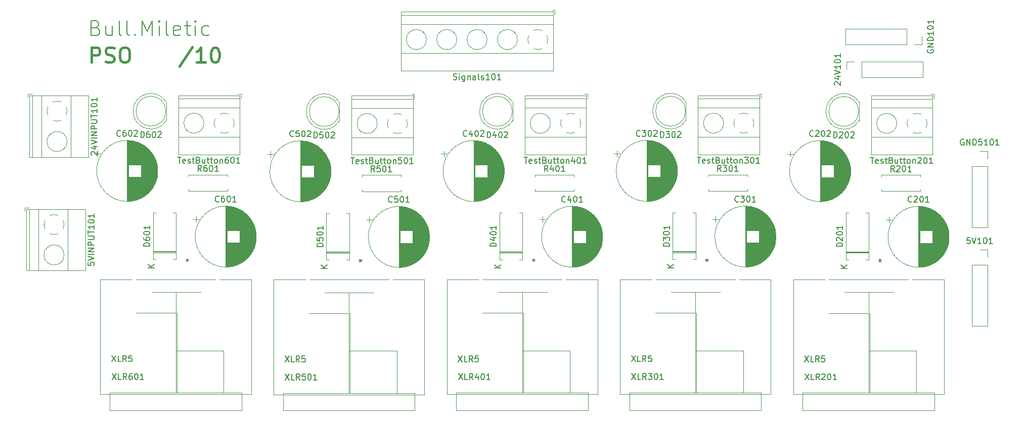
<source format=gbr>
%TF.GenerationSoftware,KiCad,Pcbnew,(5.1.9-0-10_14)*%
%TF.CreationDate,2021-06-30T23:08:07+02:00*%
%TF.ProjectId,generator,67656e65-7261-4746-9f72-2e6b69636164,rev?*%
%TF.SameCoordinates,Original*%
%TF.FileFunction,Legend,Top*%
%TF.FilePolarity,Positive*%
%FSLAX46Y46*%
G04 Gerber Fmt 4.6, Leading zero omitted, Abs format (unit mm)*
G04 Created by KiCad (PCBNEW (5.1.9-0-10_14)) date 2021-06-30 23:08:07*
%MOMM*%
%LPD*%
G01*
G04 APERTURE LIST*
%ADD10C,0.400000*%
%ADD11C,0.200000*%
%ADD12C,0.120000*%
%ADD13C,0.100000*%
%ADD14C,0.150000*%
G04 APERTURE END LIST*
D10*
X51245238Y-94330952D02*
X51245238Y-91830952D01*
X52197619Y-91830952D01*
X52435714Y-91950000D01*
X52554761Y-92069047D01*
X52673809Y-92307142D01*
X52673809Y-92664285D01*
X52554761Y-92902380D01*
X52435714Y-93021428D01*
X52197619Y-93140476D01*
X51245238Y-93140476D01*
X53626190Y-94211904D02*
X53983333Y-94330952D01*
X54578571Y-94330952D01*
X54816666Y-94211904D01*
X54935714Y-94092857D01*
X55054761Y-93854761D01*
X55054761Y-93616666D01*
X54935714Y-93378571D01*
X54816666Y-93259523D01*
X54578571Y-93140476D01*
X54102380Y-93021428D01*
X53864285Y-92902380D01*
X53745238Y-92783333D01*
X53626190Y-92545238D01*
X53626190Y-92307142D01*
X53745238Y-92069047D01*
X53864285Y-91950000D01*
X54102380Y-91830952D01*
X54697619Y-91830952D01*
X55054761Y-91950000D01*
X56602380Y-91830952D02*
X57078571Y-91830952D01*
X57316666Y-91950000D01*
X57554761Y-92188095D01*
X57673809Y-92664285D01*
X57673809Y-93497619D01*
X57554761Y-93973809D01*
X57316666Y-94211904D01*
X57078571Y-94330952D01*
X56602380Y-94330952D01*
X56364285Y-94211904D01*
X56126190Y-93973809D01*
X56007142Y-93497619D01*
X56007142Y-92664285D01*
X56126190Y-92188095D01*
X56364285Y-91950000D01*
X56602380Y-91830952D01*
X68150000Y-91711904D02*
X66007142Y-94926190D01*
X70292857Y-94330952D02*
X68864285Y-94330952D01*
X69578571Y-94330952D02*
X69578571Y-91830952D01*
X69340476Y-92188095D01*
X69102380Y-92426190D01*
X68864285Y-92545238D01*
X71840476Y-91830952D02*
X72078571Y-91830952D01*
X72316666Y-91950000D01*
X72435714Y-92069047D01*
X72554761Y-92307142D01*
X72673809Y-92783333D01*
X72673809Y-93378571D01*
X72554761Y-93854761D01*
X72435714Y-94092857D01*
X72316666Y-94211904D01*
X72078571Y-94330952D01*
X71840476Y-94330952D01*
X71602380Y-94211904D01*
X71483333Y-94092857D01*
X71364285Y-93854761D01*
X71245238Y-93378571D01*
X71245238Y-92783333D01*
X71364285Y-92307142D01*
X71483333Y-92069047D01*
X71602380Y-91950000D01*
X71840476Y-91830952D01*
D11*
X52011904Y-88521428D02*
X52369047Y-88640476D01*
X52488095Y-88759523D01*
X52607142Y-88997619D01*
X52607142Y-89354761D01*
X52488095Y-89592857D01*
X52369047Y-89711904D01*
X52130952Y-89830952D01*
X51178571Y-89830952D01*
X51178571Y-87330952D01*
X52011904Y-87330952D01*
X52250000Y-87450000D01*
X52369047Y-87569047D01*
X52488095Y-87807142D01*
X52488095Y-88045238D01*
X52369047Y-88283333D01*
X52250000Y-88402380D01*
X52011904Y-88521428D01*
X51178571Y-88521428D01*
X54750000Y-88164285D02*
X54750000Y-89830952D01*
X53678571Y-88164285D02*
X53678571Y-89473809D01*
X53797619Y-89711904D01*
X54035714Y-89830952D01*
X54392857Y-89830952D01*
X54630952Y-89711904D01*
X54750000Y-89592857D01*
X56297619Y-89830952D02*
X56059523Y-89711904D01*
X55940476Y-89473809D01*
X55940476Y-87330952D01*
X57607142Y-89830952D02*
X57369047Y-89711904D01*
X57250000Y-89473809D01*
X57250000Y-87330952D01*
X58559523Y-89592857D02*
X58678571Y-89711904D01*
X58559523Y-89830952D01*
X58440476Y-89711904D01*
X58559523Y-89592857D01*
X58559523Y-89830952D01*
X59750000Y-89830952D02*
X59750000Y-87330952D01*
X60583333Y-89116666D01*
X61416666Y-87330952D01*
X61416666Y-89830952D01*
X62607142Y-89830952D02*
X62607142Y-88164285D01*
X62607142Y-87330952D02*
X62488095Y-87450000D01*
X62607142Y-87569047D01*
X62726190Y-87450000D01*
X62607142Y-87330952D01*
X62607142Y-87569047D01*
X64154761Y-89830952D02*
X63916666Y-89711904D01*
X63797619Y-89473809D01*
X63797619Y-87330952D01*
X66059523Y-89711904D02*
X65821428Y-89830952D01*
X65345238Y-89830952D01*
X65107142Y-89711904D01*
X64988095Y-89473809D01*
X64988095Y-88521428D01*
X65107142Y-88283333D01*
X65345238Y-88164285D01*
X65821428Y-88164285D01*
X66059523Y-88283333D01*
X66178571Y-88521428D01*
X66178571Y-88759523D01*
X64988095Y-88997619D01*
X66892857Y-88164285D02*
X67845238Y-88164285D01*
X67250000Y-87330952D02*
X67250000Y-89473809D01*
X67369047Y-89711904D01*
X67607142Y-89830952D01*
X67845238Y-89830952D01*
X68678571Y-89830952D02*
X68678571Y-88164285D01*
X68678571Y-87330952D02*
X68559523Y-87450000D01*
X68678571Y-87569047D01*
X68797619Y-87450000D01*
X68678571Y-87330952D01*
X68678571Y-87569047D01*
X70940476Y-89711904D02*
X70702380Y-89830952D01*
X70226190Y-89830952D01*
X69988095Y-89711904D01*
X69869047Y-89592857D01*
X69750000Y-89354761D01*
X69750000Y-88640476D01*
X69869047Y-88402380D01*
X69988095Y-88283333D01*
X70226190Y-88164285D01*
X70702380Y-88164285D01*
X70940476Y-88283333D01*
D12*
%TO.C,GND5101*%
X200000000Y-109170000D02*
X201330000Y-109170000D01*
X201330000Y-109170000D02*
X201330000Y-110500000D01*
X201330000Y-111770000D02*
X201330000Y-121990000D01*
X198670000Y-121990000D02*
X201330000Y-121990000D01*
X198670000Y-111770000D02*
X198670000Y-121990000D01*
X198670000Y-111770000D02*
X201330000Y-111770000D01*
%TO.C,GND101*%
X190330000Y-90000000D02*
X190330000Y-91330000D01*
X190330000Y-91330000D02*
X189000000Y-91330000D01*
X187730000Y-91330000D02*
X177510000Y-91330000D01*
X177510000Y-88670000D02*
X177510000Y-91330000D01*
X187730000Y-88670000D02*
X177510000Y-88670000D01*
X187730000Y-88670000D02*
X187730000Y-91330000D01*
%TO.C,5V101*%
X200000000Y-125670000D02*
X201330000Y-125670000D01*
X201330000Y-125670000D02*
X201330000Y-127000000D01*
X201330000Y-128270000D02*
X201330000Y-138490000D01*
X198670000Y-138490000D02*
X201330000Y-138490000D01*
X198670000Y-128270000D02*
X198670000Y-138490000D01*
X198670000Y-128270000D02*
X201330000Y-128270000D01*
%TO.C,24V101*%
X177670000Y-95500000D02*
X177670000Y-94170000D01*
X177670000Y-94170000D02*
X179000000Y-94170000D01*
X180270000Y-94170000D02*
X190490000Y-94170000D01*
X190490000Y-96830000D02*
X190490000Y-94170000D01*
X180270000Y-96830000D02*
X190490000Y-96830000D01*
X180270000Y-96830000D02*
X180270000Y-94170000D01*
D13*
%TO.C,XLR601*%
X65550001Y-149650000D02*
X65550001Y-136300000D01*
X65400001Y-149650000D02*
X65400001Y-132900000D01*
X65450001Y-132800000D02*
X69550001Y-132800000D01*
X65450001Y-132800000D02*
X61350001Y-132800000D01*
X65400001Y-136300000D02*
X58700001Y-136300000D01*
X73400001Y-149600000D02*
X73400001Y-142600000D01*
X65400001Y-142600000D02*
X73400001Y-142600000D01*
D12*
X78008801Y-130653800D02*
X72703274Y-130653800D01*
X52761201Y-130653800D02*
X52761201Y-149907000D01*
X52761201Y-149907000D02*
X78008801Y-149907000D01*
X78008801Y-149907000D02*
X78008801Y-130653800D01*
X76408601Y-149653000D02*
X54361401Y-149653000D01*
X54361401Y-149653000D02*
X54361401Y-152599400D01*
X54361401Y-152599400D02*
X76408601Y-152599400D01*
X76408601Y-152599400D02*
X76408601Y-149653000D01*
X58066728Y-130653800D02*
X52761201Y-130653800D01*
X72036728Y-130653800D02*
X58733274Y-130653800D01*
D13*
%TO.C,XLR501*%
X94550000Y-149712501D02*
X94550000Y-136362501D01*
X94400000Y-149712501D02*
X94400000Y-132962501D01*
X94450000Y-132862501D02*
X98550000Y-132862501D01*
X94450000Y-132862501D02*
X90350000Y-132862501D01*
X94400000Y-136362501D02*
X87700000Y-136362501D01*
X102400000Y-149662501D02*
X102400000Y-142662501D01*
X94400000Y-142662501D02*
X102400000Y-142662501D01*
D12*
X107008800Y-130716301D02*
X101703273Y-130716301D01*
X81761200Y-130716301D02*
X81761200Y-149969501D01*
X81761200Y-149969501D02*
X107008800Y-149969501D01*
X107008800Y-149969501D02*
X107008800Y-130716301D01*
X105408600Y-149715501D02*
X83361400Y-149715501D01*
X83361400Y-149715501D02*
X83361400Y-152661901D01*
X83361400Y-152661901D02*
X105408600Y-152661901D01*
X105408600Y-152661901D02*
X105408600Y-149715501D01*
X87066727Y-130716301D02*
X81761200Y-130716301D01*
X101036727Y-130716301D02*
X87733273Y-130716301D01*
D13*
%TO.C,XLR401*%
X123550000Y-149675000D02*
X123550000Y-136325000D01*
X123400000Y-149675000D02*
X123400000Y-132925000D01*
X123450000Y-132825000D02*
X127550000Y-132825000D01*
X123450000Y-132825000D02*
X119350000Y-132825000D01*
X123400000Y-136325000D02*
X116700000Y-136325000D01*
X131400000Y-149625000D02*
X131400000Y-142625000D01*
X123400000Y-142625000D02*
X131400000Y-142625000D01*
D12*
X136008800Y-130678800D02*
X130703273Y-130678800D01*
X110761200Y-130678800D02*
X110761200Y-149932000D01*
X110761200Y-149932000D02*
X136008800Y-149932000D01*
X136008800Y-149932000D02*
X136008800Y-130678800D01*
X134408600Y-149678000D02*
X112361400Y-149678000D01*
X112361400Y-149678000D02*
X112361400Y-152624400D01*
X112361400Y-152624400D02*
X134408600Y-152624400D01*
X134408600Y-152624400D02*
X134408600Y-149678000D01*
X116066727Y-130678800D02*
X110761200Y-130678800D01*
X130036727Y-130678800D02*
X116733273Y-130678800D01*
D13*
%TO.C,XLR301*%
X152550000Y-149650000D02*
X152550000Y-136300000D01*
X152400000Y-149650000D02*
X152400000Y-132900000D01*
X152450000Y-132800000D02*
X156550000Y-132800000D01*
X152450000Y-132800000D02*
X148350000Y-132800000D01*
X152400000Y-136300000D02*
X145700000Y-136300000D01*
X160400000Y-149600000D02*
X160400000Y-142600000D01*
X152400000Y-142600000D02*
X160400000Y-142600000D01*
D12*
X165008800Y-130653800D02*
X159703273Y-130653800D01*
X139761200Y-130653800D02*
X139761200Y-149907000D01*
X139761200Y-149907000D02*
X165008800Y-149907000D01*
X165008800Y-149907000D02*
X165008800Y-130653800D01*
X163408600Y-149653000D02*
X141361400Y-149653000D01*
X141361400Y-149653000D02*
X141361400Y-152599400D01*
X141361400Y-152599400D02*
X163408600Y-152599400D01*
X163408600Y-152599400D02*
X163408600Y-149653000D01*
X145066727Y-130653800D02*
X139761200Y-130653800D01*
X159036727Y-130653800D02*
X145733273Y-130653800D01*
D13*
%TO.C,XLR201*%
X181549999Y-149687500D02*
X181549999Y-136337500D01*
X181399999Y-149687500D02*
X181399999Y-132937500D01*
X181449999Y-132837500D02*
X185549999Y-132837500D01*
X181449999Y-132837500D02*
X177349999Y-132837500D01*
X181399999Y-136337500D02*
X174699999Y-136337500D01*
X189399999Y-149637500D02*
X189399999Y-142637500D01*
X181399999Y-142637500D02*
X189399999Y-142637500D01*
D12*
X194008799Y-130691300D02*
X188703272Y-130691300D01*
X168761199Y-130691300D02*
X168761199Y-149944500D01*
X168761199Y-149944500D02*
X194008799Y-149944500D01*
X194008799Y-149944500D02*
X194008799Y-130691300D01*
X192408599Y-149690500D02*
X170361399Y-149690500D01*
X170361399Y-149690500D02*
X170361399Y-152636900D01*
X170361399Y-152636900D02*
X192408599Y-152636900D01*
X192408599Y-152636900D02*
X192408599Y-149690500D01*
X174066726Y-130691300D02*
X168761199Y-130691300D01*
X188036726Y-130691300D02*
X174733272Y-130691300D01*
%TO.C,TestButton601*%
X76340000Y-99600000D02*
X75840000Y-99600000D01*
X76340000Y-100340000D02*
X76340000Y-99600000D01*
X69647000Y-103477000D02*
X69694000Y-103431000D01*
X67350000Y-105775000D02*
X67385000Y-105739000D01*
X69454000Y-103261000D02*
X69489000Y-103226000D01*
X67145000Y-105569000D02*
X67192000Y-105523000D01*
X65820000Y-109761000D02*
X65820000Y-99840000D01*
X76100000Y-109761000D02*
X76100000Y-99840000D01*
X76100000Y-99840000D02*
X65820000Y-99840000D01*
X76100000Y-109761000D02*
X65820000Y-109761000D01*
X76100000Y-106801000D02*
X65820000Y-106801000D01*
X76100000Y-101900000D02*
X65820000Y-101900000D01*
X76100000Y-100400000D02*
X65820000Y-100400000D01*
X70100000Y-104500000D02*
G75*
G03*
X70100000Y-104500000I-1680000J0D01*
G01*
X73471195Y-102819747D02*
G75*
G02*
X74184000Y-102965000I28805J-1680253D01*
G01*
X75035426Y-103816958D02*
G75*
G02*
X75035000Y-105184000I-1535426J-683042D01*
G01*
X74183042Y-106035426D02*
G75*
G02*
X72816000Y-106035000I-683042J1535426D01*
G01*
X71964574Y-105183042D02*
G75*
G02*
X71965000Y-103816000I1535426J683042D01*
G01*
X72816682Y-102965244D02*
G75*
G02*
X73500000Y-102820000I683318J-1534756D01*
G01*
%TO.C,TestButton501*%
X105339999Y-99662501D02*
X104839999Y-99662501D01*
X105339999Y-100402501D02*
X105339999Y-99662501D01*
X98646999Y-103539501D02*
X98693999Y-103493501D01*
X96349999Y-105837501D02*
X96384999Y-105801501D01*
X98453999Y-103323501D02*
X98488999Y-103288501D01*
X96144999Y-105631501D02*
X96191999Y-105585501D01*
X94819999Y-109823501D02*
X94819999Y-99902501D01*
X105099999Y-109823501D02*
X105099999Y-99902501D01*
X105099999Y-99902501D02*
X94819999Y-99902501D01*
X105099999Y-109823501D02*
X94819999Y-109823501D01*
X105099999Y-106863501D02*
X94819999Y-106863501D01*
X105099999Y-101962501D02*
X94819999Y-101962501D01*
X105099999Y-100462501D02*
X94819999Y-100462501D01*
X99099999Y-104562501D02*
G75*
G03*
X99099999Y-104562501I-1680000J0D01*
G01*
X102471194Y-102882248D02*
G75*
G02*
X103183999Y-103027501I28805J-1680253D01*
G01*
X104035425Y-103879459D02*
G75*
G02*
X104034999Y-105246501I-1535426J-683042D01*
G01*
X103183041Y-106097927D02*
G75*
G02*
X101815999Y-106097501I-683042J1535426D01*
G01*
X100964573Y-105245543D02*
G75*
G02*
X100964999Y-103878501I1535426J683042D01*
G01*
X101816681Y-103027745D02*
G75*
G02*
X102499999Y-102882501I683318J-1534756D01*
G01*
%TO.C,TestButton401*%
X134339999Y-99625000D02*
X133839999Y-99625000D01*
X134339999Y-100365000D02*
X134339999Y-99625000D01*
X127646999Y-103502000D02*
X127693999Y-103456000D01*
X125349999Y-105800000D02*
X125384999Y-105764000D01*
X127453999Y-103286000D02*
X127488999Y-103251000D01*
X125144999Y-105594000D02*
X125191999Y-105548000D01*
X123819999Y-109786000D02*
X123819999Y-99865000D01*
X134099999Y-109786000D02*
X134099999Y-99865000D01*
X134099999Y-99865000D02*
X123819999Y-99865000D01*
X134099999Y-109786000D02*
X123819999Y-109786000D01*
X134099999Y-106826000D02*
X123819999Y-106826000D01*
X134099999Y-101925000D02*
X123819999Y-101925000D01*
X134099999Y-100425000D02*
X123819999Y-100425000D01*
X128099999Y-104525000D02*
G75*
G03*
X128099999Y-104525000I-1680000J0D01*
G01*
X131471194Y-102844747D02*
G75*
G02*
X132183999Y-102990000I28805J-1680253D01*
G01*
X133035425Y-103841958D02*
G75*
G02*
X133034999Y-105209000I-1535426J-683042D01*
G01*
X132183041Y-106060426D02*
G75*
G02*
X130815999Y-106060000I-683042J1535426D01*
G01*
X129964573Y-105208042D02*
G75*
G02*
X129964999Y-103841000I1535426J683042D01*
G01*
X130816681Y-102990244D02*
G75*
G02*
X131499999Y-102845000I683318J-1534756D01*
G01*
%TO.C,TestButton301*%
X163339999Y-99600000D02*
X162839999Y-99600000D01*
X163339999Y-100340000D02*
X163339999Y-99600000D01*
X156646999Y-103477000D02*
X156693999Y-103431000D01*
X154349999Y-105775000D02*
X154384999Y-105739000D01*
X156453999Y-103261000D02*
X156488999Y-103226000D01*
X154144999Y-105569000D02*
X154191999Y-105523000D01*
X152819999Y-109761000D02*
X152819999Y-99840000D01*
X163099999Y-109761000D02*
X163099999Y-99840000D01*
X163099999Y-99840000D02*
X152819999Y-99840000D01*
X163099999Y-109761000D02*
X152819999Y-109761000D01*
X163099999Y-106801000D02*
X152819999Y-106801000D01*
X163099999Y-101900000D02*
X152819999Y-101900000D01*
X163099999Y-100400000D02*
X152819999Y-100400000D01*
X157099999Y-104500000D02*
G75*
G03*
X157099999Y-104500000I-1680000J0D01*
G01*
X160471194Y-102819747D02*
G75*
G02*
X161183999Y-102965000I28805J-1680253D01*
G01*
X162035425Y-103816958D02*
G75*
G02*
X162034999Y-105184000I-1535426J-683042D01*
G01*
X161183041Y-106035426D02*
G75*
G02*
X159815999Y-106035000I-683042J1535426D01*
G01*
X158964573Y-105183042D02*
G75*
G02*
X158964999Y-103816000I1535426J683042D01*
G01*
X159816681Y-102965244D02*
G75*
G02*
X160499999Y-102820000I683318J-1534756D01*
G01*
%TO.C,TestButton201*%
X192339998Y-99637500D02*
X191839998Y-99637500D01*
X192339998Y-100377500D02*
X192339998Y-99637500D01*
X185646998Y-103514500D02*
X185693998Y-103468500D01*
X183349998Y-105812500D02*
X183384998Y-105776500D01*
X185453998Y-103298500D02*
X185488998Y-103263500D01*
X183144998Y-105606500D02*
X183191998Y-105560500D01*
X181819998Y-109798500D02*
X181819998Y-99877500D01*
X192099998Y-109798500D02*
X192099998Y-99877500D01*
X192099998Y-99877500D02*
X181819998Y-99877500D01*
X192099998Y-109798500D02*
X181819998Y-109798500D01*
X192099998Y-106838500D02*
X181819998Y-106838500D01*
X192099998Y-101937500D02*
X181819998Y-101937500D01*
X192099998Y-100437500D02*
X181819998Y-100437500D01*
X186099998Y-104537500D02*
G75*
G03*
X186099998Y-104537500I-1680000J0D01*
G01*
X189471193Y-102857247D02*
G75*
G02*
X190183998Y-103002500I28805J-1680253D01*
G01*
X191035424Y-103854458D02*
G75*
G02*
X191034998Y-105221500I-1535426J-683042D01*
G01*
X190183040Y-106072926D02*
G75*
G02*
X188815998Y-106072500I-683042J1535426D01*
G01*
X187964572Y-105220542D02*
G75*
G02*
X187964998Y-103853500I1535426J683042D01*
G01*
X188816680Y-103002744D02*
G75*
G02*
X189499998Y-102857500I683318J-1534756D01*
G01*
%TO.C,Signals101*%
X128840000Y-85600000D02*
X128340000Y-85600000D01*
X128840000Y-86340000D02*
X128840000Y-85600000D01*
X106907000Y-89477000D02*
X106954000Y-89431000D01*
X104610000Y-91775000D02*
X104645000Y-91739000D01*
X106714000Y-89261000D02*
X106749000Y-89226000D01*
X104405000Y-91569000D02*
X104452000Y-91523000D01*
X111987000Y-89477000D02*
X112034000Y-89431000D01*
X109690000Y-91775000D02*
X109725000Y-91739000D01*
X111794000Y-89261000D02*
X111829000Y-89226000D01*
X109485000Y-91569000D02*
X109532000Y-91523000D01*
X117067000Y-89477000D02*
X117114000Y-89431000D01*
X114770000Y-91775000D02*
X114805000Y-91739000D01*
X116874000Y-89261000D02*
X116909000Y-89226000D01*
X114565000Y-91569000D02*
X114612000Y-91523000D01*
X122147000Y-89477000D02*
X122194000Y-89431000D01*
X119850000Y-91775000D02*
X119885000Y-91739000D01*
X121954000Y-89261000D02*
X121989000Y-89226000D01*
X119645000Y-91569000D02*
X119692000Y-91523000D01*
X103080000Y-95761000D02*
X103080000Y-85840000D01*
X128600000Y-95761000D02*
X128600000Y-85840000D01*
X128600000Y-85840000D02*
X103080000Y-85840000D01*
X128600000Y-95761000D02*
X103080000Y-95761000D01*
X128600000Y-92801000D02*
X103080000Y-92801000D01*
X128600000Y-87900000D02*
X103080000Y-87900000D01*
X128600000Y-86400000D02*
X103080000Y-86400000D01*
X107360000Y-90500000D02*
G75*
G03*
X107360000Y-90500000I-1680000J0D01*
G01*
X112440000Y-90500000D02*
G75*
G03*
X112440000Y-90500000I-1680000J0D01*
G01*
X117520000Y-90500000D02*
G75*
G03*
X117520000Y-90500000I-1680000J0D01*
G01*
X122600000Y-90500000D02*
G75*
G03*
X122600000Y-90500000I-1680000J0D01*
G01*
X125971195Y-88819747D02*
G75*
G02*
X126684000Y-88965000I28805J-1680253D01*
G01*
X127535426Y-89816958D02*
G75*
G02*
X127535000Y-91184000I-1535426J-683042D01*
G01*
X126683042Y-92035426D02*
G75*
G02*
X125316000Y-92035000I-683042J1535426D01*
G01*
X124464574Y-91183042D02*
G75*
G02*
X124465000Y-89816000I1535426J683042D01*
G01*
X125316682Y-88965244D02*
G75*
G02*
X126000000Y-88820000I683318J-1534756D01*
G01*
%TO.C,R601*%
X74080000Y-115870000D02*
X74080000Y-115540000D01*
X67540000Y-115870000D02*
X74080000Y-115870000D01*
X67540000Y-115540000D02*
X67540000Y-115870000D01*
X74080000Y-113130000D02*
X74080000Y-113460000D01*
X67540000Y-113130000D02*
X74080000Y-113130000D01*
X67540000Y-113460000D02*
X67540000Y-113130000D01*
%TO.C,R501*%
X103079999Y-115932501D02*
X103079999Y-115602501D01*
X96539999Y-115932501D02*
X103079999Y-115932501D01*
X96539999Y-115602501D02*
X96539999Y-115932501D01*
X103079999Y-113192501D02*
X103079999Y-113522501D01*
X96539999Y-113192501D02*
X103079999Y-113192501D01*
X96539999Y-113522501D02*
X96539999Y-113192501D01*
%TO.C,R401*%
X132079999Y-115895000D02*
X132079999Y-115565000D01*
X125539999Y-115895000D02*
X132079999Y-115895000D01*
X125539999Y-115565000D02*
X125539999Y-115895000D01*
X132079999Y-113155000D02*
X132079999Y-113485000D01*
X125539999Y-113155000D02*
X132079999Y-113155000D01*
X125539999Y-113485000D02*
X125539999Y-113155000D01*
%TO.C,R301*%
X161079999Y-115870000D02*
X161079999Y-115540000D01*
X154539999Y-115870000D02*
X161079999Y-115870000D01*
X154539999Y-115540000D02*
X154539999Y-115870000D01*
X161079999Y-113130000D02*
X161079999Y-113460000D01*
X154539999Y-113130000D02*
X161079999Y-113130000D01*
X154539999Y-113460000D02*
X154539999Y-113130000D01*
%TO.C,R201*%
X190079998Y-115907500D02*
X190079998Y-115577500D01*
X183539998Y-115907500D02*
X190079998Y-115907500D01*
X183539998Y-115577500D02*
X183539998Y-115907500D01*
X190079998Y-113167500D02*
X190079998Y-113497500D01*
X183539998Y-113167500D02*
X190079998Y-113167500D01*
X183539998Y-113497500D02*
X183539998Y-113167500D01*
%TO.C,D602*%
X63790000Y-104045000D02*
X63790000Y-100955000D01*
X63730000Y-102500000D02*
G75*
G03*
X63730000Y-102500000I-2500000J0D01*
G01*
X58240000Y-102500462D02*
G75*
G02*
X63790000Y-100955170I2990000J462D01*
G01*
X58240000Y-102499538D02*
G75*
G03*
X63790000Y-104044830I2990000J-462D01*
G01*
%TO.C,D601*%
X61580000Y-126200000D02*
X65420000Y-126200000D01*
X61580000Y-125960000D02*
X65420000Y-125960000D01*
X61580000Y-126080000D02*
X65420000Y-126080000D01*
X65420000Y-119500000D02*
X64940000Y-119500000D01*
X65420000Y-127340000D02*
X65420000Y-119500000D01*
X64940000Y-127340000D02*
X65420000Y-127340000D01*
X61580000Y-119500000D02*
X62060000Y-119500000D01*
X61580000Y-127340000D02*
X61580000Y-119500000D01*
X62060000Y-127340000D02*
X61580000Y-127340000D01*
%TO.C,D502*%
X92789999Y-104107501D02*
X92789999Y-101017501D01*
X92729999Y-102562501D02*
G75*
G03*
X92729999Y-102562501I-2500000J0D01*
G01*
X87239999Y-102562963D02*
G75*
G02*
X92789999Y-101017671I2990000J462D01*
G01*
X87239999Y-102562039D02*
G75*
G03*
X92789999Y-104107331I2990000J-462D01*
G01*
%TO.C,D501*%
X90579999Y-126262501D02*
X94419999Y-126262501D01*
X90579999Y-126022501D02*
X94419999Y-126022501D01*
X90579999Y-126142501D02*
X94419999Y-126142501D01*
X94419999Y-119562501D02*
X93939999Y-119562501D01*
X94419999Y-127402501D02*
X94419999Y-119562501D01*
X93939999Y-127402501D02*
X94419999Y-127402501D01*
X90579999Y-119562501D02*
X91059999Y-119562501D01*
X90579999Y-127402501D02*
X90579999Y-119562501D01*
X91059999Y-127402501D02*
X90579999Y-127402501D01*
%TO.C,D402*%
X121789999Y-104070000D02*
X121789999Y-100980000D01*
X121729999Y-102525000D02*
G75*
G03*
X121729999Y-102525000I-2500000J0D01*
G01*
X116239999Y-102525462D02*
G75*
G02*
X121789999Y-100980170I2990000J462D01*
G01*
X116239999Y-102524538D02*
G75*
G03*
X121789999Y-104069830I2990000J-462D01*
G01*
%TO.C,D401*%
X119579999Y-126225000D02*
X123419999Y-126225000D01*
X119579999Y-125985000D02*
X123419999Y-125985000D01*
X119579999Y-126105000D02*
X123419999Y-126105000D01*
X123419999Y-119525000D02*
X122939999Y-119525000D01*
X123419999Y-127365000D02*
X123419999Y-119525000D01*
X122939999Y-127365000D02*
X123419999Y-127365000D01*
X119579999Y-119525000D02*
X120059999Y-119525000D01*
X119579999Y-127365000D02*
X119579999Y-119525000D01*
X120059999Y-127365000D02*
X119579999Y-127365000D01*
%TO.C,D302*%
X150789999Y-104045000D02*
X150789999Y-100955000D01*
X150729999Y-102500000D02*
G75*
G03*
X150729999Y-102500000I-2500000J0D01*
G01*
X145239999Y-102500462D02*
G75*
G02*
X150789999Y-100955170I2990000J462D01*
G01*
X145239999Y-102499538D02*
G75*
G03*
X150789999Y-104044830I2990000J-462D01*
G01*
%TO.C,D301*%
X148579999Y-126200000D02*
X152419999Y-126200000D01*
X148579999Y-125960000D02*
X152419999Y-125960000D01*
X148579999Y-126080000D02*
X152419999Y-126080000D01*
X152419999Y-119500000D02*
X151939999Y-119500000D01*
X152419999Y-127340000D02*
X152419999Y-119500000D01*
X151939999Y-127340000D02*
X152419999Y-127340000D01*
X148579999Y-119500000D02*
X149059999Y-119500000D01*
X148579999Y-127340000D02*
X148579999Y-119500000D01*
X149059999Y-127340000D02*
X148579999Y-127340000D01*
%TO.C,D202*%
X179789998Y-104082500D02*
X179789998Y-100992500D01*
X179729998Y-102537500D02*
G75*
G03*
X179729998Y-102537500I-2500000J0D01*
G01*
X174239998Y-102537962D02*
G75*
G02*
X179789998Y-100992670I2990000J462D01*
G01*
X174239998Y-102537038D02*
G75*
G03*
X179789998Y-104082330I2990000J-462D01*
G01*
%TO.C,D201*%
X177579998Y-126237500D02*
X181419998Y-126237500D01*
X177579998Y-125997500D02*
X181419998Y-125997500D01*
X177579998Y-126117500D02*
X181419998Y-126117500D01*
X181419998Y-119537500D02*
X180939998Y-119537500D01*
X181419998Y-127377500D02*
X181419998Y-119537500D01*
X180939998Y-127377500D02*
X181419998Y-127377500D01*
X177579998Y-119537500D02*
X178059998Y-119537500D01*
X177579998Y-127377500D02*
X177579998Y-119537500D01*
X178059998Y-127377500D02*
X177579998Y-127377500D01*
%TO.C,C602*%
X52270354Y-109125000D02*
X52270354Y-110125000D01*
X51770354Y-109625000D02*
X52770354Y-109625000D01*
X62331000Y-111901000D02*
X62331000Y-113099000D01*
X62291000Y-111638000D02*
X62291000Y-113362000D01*
X62251000Y-111438000D02*
X62251000Y-113562000D01*
X62211000Y-111270000D02*
X62211000Y-113730000D01*
X62171000Y-111122000D02*
X62171000Y-113878000D01*
X62131000Y-110990000D02*
X62131000Y-114010000D01*
X62091000Y-110870000D02*
X62091000Y-114130000D01*
X62051000Y-110758000D02*
X62051000Y-114242000D01*
X62011000Y-110654000D02*
X62011000Y-114346000D01*
X61971000Y-110556000D02*
X61971000Y-114444000D01*
X61931000Y-110463000D02*
X61931000Y-114537000D01*
X61891000Y-110375000D02*
X61891000Y-114625000D01*
X61851000Y-110291000D02*
X61851000Y-114709000D01*
X61811000Y-110211000D02*
X61811000Y-114789000D01*
X61771000Y-110135000D02*
X61771000Y-114865000D01*
X61731000Y-110061000D02*
X61731000Y-114939000D01*
X61691000Y-109990000D02*
X61691000Y-115010000D01*
X61651000Y-109921000D02*
X61651000Y-115079000D01*
X61611000Y-109855000D02*
X61611000Y-115145000D01*
X61571000Y-109791000D02*
X61571000Y-115209000D01*
X61531000Y-109730000D02*
X61531000Y-115270000D01*
X61491000Y-109670000D02*
X61491000Y-115330000D01*
X61451000Y-109611000D02*
X61451000Y-115389000D01*
X61411000Y-109555000D02*
X61411000Y-115445000D01*
X61371000Y-109500000D02*
X61371000Y-115500000D01*
X61331000Y-109446000D02*
X61331000Y-115554000D01*
X61291000Y-109394000D02*
X61291000Y-115606000D01*
X61251000Y-109344000D02*
X61251000Y-115656000D01*
X61211000Y-109294000D02*
X61211000Y-115706000D01*
X61171000Y-109246000D02*
X61171000Y-115754000D01*
X61131000Y-109199000D02*
X61131000Y-115801000D01*
X61091000Y-109153000D02*
X61091000Y-115847000D01*
X61051000Y-109108000D02*
X61051000Y-115892000D01*
X61011000Y-109064000D02*
X61011000Y-115936000D01*
X60971000Y-109022000D02*
X60971000Y-115978000D01*
X60931000Y-108980000D02*
X60931000Y-116020000D01*
X60891000Y-108939000D02*
X60891000Y-116061000D01*
X60851000Y-108899000D02*
X60851000Y-116101000D01*
X60811000Y-108860000D02*
X60811000Y-116140000D01*
X60771000Y-108821000D02*
X60771000Y-116179000D01*
X60731000Y-108784000D02*
X60731000Y-116216000D01*
X60691000Y-108747000D02*
X60691000Y-116253000D01*
X60651000Y-108711000D02*
X60651000Y-116289000D01*
X60611000Y-108676000D02*
X60611000Y-116324000D01*
X60571000Y-108642000D02*
X60571000Y-116358000D01*
X60531000Y-108608000D02*
X60531000Y-116392000D01*
X60491000Y-108575000D02*
X60491000Y-116425000D01*
X60451000Y-108543000D02*
X60451000Y-116457000D01*
X60411000Y-108511000D02*
X60411000Y-116489000D01*
X60371000Y-108480000D02*
X60371000Y-116520000D01*
X60331000Y-108450000D02*
X60331000Y-116550000D01*
X60291000Y-108420000D02*
X60291000Y-116580000D01*
X60251000Y-108390000D02*
X60251000Y-116610000D01*
X60211000Y-108362000D02*
X60211000Y-116638000D01*
X60171000Y-108334000D02*
X60171000Y-116666000D01*
X60131000Y-108306000D02*
X60131000Y-116694000D01*
X60091000Y-108279000D02*
X60091000Y-116721000D01*
X60051000Y-108253000D02*
X60051000Y-116747000D01*
X60011000Y-108227000D02*
X60011000Y-116773000D01*
X59971000Y-108202000D02*
X59971000Y-116798000D01*
X59931000Y-108177000D02*
X59931000Y-116823000D01*
X59891000Y-108153000D02*
X59891000Y-116847000D01*
X59851000Y-108129000D02*
X59851000Y-116871000D01*
X59811000Y-108105000D02*
X59811000Y-116895000D01*
X59771000Y-108083000D02*
X59771000Y-116917000D01*
X59731000Y-108060000D02*
X59731000Y-116940000D01*
X59691000Y-108038000D02*
X59691000Y-116962000D01*
X59651000Y-108017000D02*
X59651000Y-116983000D01*
X59611000Y-107996000D02*
X59611000Y-117004000D01*
X59571000Y-107975000D02*
X59571000Y-117025000D01*
X59531000Y-113540000D02*
X59531000Y-117045000D01*
X59531000Y-107955000D02*
X59531000Y-111460000D01*
X59491000Y-113540000D02*
X59491000Y-117064000D01*
X59491000Y-107936000D02*
X59491000Y-111460000D01*
X59451000Y-113540000D02*
X59451000Y-117084000D01*
X59451000Y-107916000D02*
X59451000Y-111460000D01*
X59411000Y-113540000D02*
X59411000Y-117103000D01*
X59411000Y-107897000D02*
X59411000Y-111460000D01*
X59371000Y-113540000D02*
X59371000Y-117121000D01*
X59371000Y-107879000D02*
X59371000Y-111460000D01*
X59331000Y-113540000D02*
X59331000Y-117139000D01*
X59331000Y-107861000D02*
X59331000Y-111460000D01*
X59291000Y-113540000D02*
X59291000Y-117157000D01*
X59291000Y-107843000D02*
X59291000Y-111460000D01*
X59251000Y-113540000D02*
X59251000Y-117174000D01*
X59251000Y-107826000D02*
X59251000Y-111460000D01*
X59211000Y-113540000D02*
X59211000Y-117190000D01*
X59211000Y-107810000D02*
X59211000Y-111460000D01*
X59171000Y-113540000D02*
X59171000Y-117207000D01*
X59171000Y-107793000D02*
X59171000Y-111460000D01*
X59131000Y-113540000D02*
X59131000Y-117223000D01*
X59131000Y-107777000D02*
X59131000Y-111460000D01*
X59091000Y-113540000D02*
X59091000Y-117238000D01*
X59091000Y-107762000D02*
X59091000Y-111460000D01*
X59051000Y-113540000D02*
X59051000Y-117254000D01*
X59051000Y-107746000D02*
X59051000Y-111460000D01*
X59011000Y-113540000D02*
X59011000Y-117268000D01*
X59011000Y-107732000D02*
X59011000Y-111460000D01*
X58971000Y-113540000D02*
X58971000Y-117283000D01*
X58971000Y-107717000D02*
X58971000Y-111460000D01*
X58931000Y-113540000D02*
X58931000Y-117297000D01*
X58931000Y-107703000D02*
X58931000Y-111460000D01*
X58891000Y-113540000D02*
X58891000Y-117311000D01*
X58891000Y-107689000D02*
X58891000Y-111460000D01*
X58851000Y-113540000D02*
X58851000Y-117324000D01*
X58851000Y-107676000D02*
X58851000Y-111460000D01*
X58811000Y-113540000D02*
X58811000Y-117337000D01*
X58811000Y-107663000D02*
X58811000Y-111460000D01*
X58771000Y-113540000D02*
X58771000Y-117350000D01*
X58771000Y-107650000D02*
X58771000Y-111460000D01*
X58731000Y-113540000D02*
X58731000Y-117362000D01*
X58731000Y-107638000D02*
X58731000Y-111460000D01*
X58691000Y-113540000D02*
X58691000Y-117374000D01*
X58691000Y-107626000D02*
X58691000Y-111460000D01*
X58651000Y-113540000D02*
X58651000Y-117385000D01*
X58651000Y-107615000D02*
X58651000Y-111460000D01*
X58611000Y-113540000D02*
X58611000Y-117397000D01*
X58611000Y-107603000D02*
X58611000Y-111460000D01*
X58571000Y-113540000D02*
X58571000Y-117407000D01*
X58571000Y-107593000D02*
X58571000Y-111460000D01*
X58531000Y-113540000D02*
X58531000Y-117418000D01*
X58531000Y-107582000D02*
X58531000Y-111460000D01*
X58491000Y-113540000D02*
X58491000Y-117428000D01*
X58491000Y-107572000D02*
X58491000Y-111460000D01*
X58451000Y-113540000D02*
X58451000Y-117438000D01*
X58451000Y-107562000D02*
X58451000Y-111460000D01*
X58411000Y-113540000D02*
X58411000Y-117447000D01*
X58411000Y-107553000D02*
X58411000Y-111460000D01*
X58371000Y-113540000D02*
X58371000Y-117456000D01*
X58371000Y-107544000D02*
X58371000Y-111460000D01*
X58331000Y-113540000D02*
X58331000Y-117465000D01*
X58331000Y-107535000D02*
X58331000Y-111460000D01*
X58291000Y-113540000D02*
X58291000Y-117474000D01*
X58291000Y-107526000D02*
X58291000Y-111460000D01*
X58251000Y-113540000D02*
X58251000Y-117482000D01*
X58251000Y-107518000D02*
X58251000Y-111460000D01*
X58211000Y-113540000D02*
X58211000Y-117490000D01*
X58211000Y-107510000D02*
X58211000Y-111460000D01*
X58171000Y-113540000D02*
X58171000Y-117497000D01*
X58171000Y-107503000D02*
X58171000Y-111460000D01*
X58131000Y-113540000D02*
X58131000Y-117504000D01*
X58131000Y-107496000D02*
X58131000Y-111460000D01*
X58091000Y-113540000D02*
X58091000Y-117511000D01*
X58091000Y-107489000D02*
X58091000Y-111460000D01*
X58051000Y-113540000D02*
X58051000Y-117518000D01*
X58051000Y-107482000D02*
X58051000Y-111460000D01*
X58011000Y-113540000D02*
X58011000Y-117524000D01*
X58011000Y-107476000D02*
X58011000Y-111460000D01*
X57971000Y-113540000D02*
X57971000Y-117530000D01*
X57971000Y-107470000D02*
X57971000Y-111460000D01*
X57930000Y-113540000D02*
X57930000Y-117535000D01*
X57930000Y-107465000D02*
X57930000Y-111460000D01*
X57890000Y-113540000D02*
X57890000Y-117540000D01*
X57890000Y-107460000D02*
X57890000Y-111460000D01*
X57850000Y-113540000D02*
X57850000Y-117545000D01*
X57850000Y-107455000D02*
X57850000Y-111460000D01*
X57810000Y-113540000D02*
X57810000Y-117550000D01*
X57810000Y-107450000D02*
X57810000Y-111460000D01*
X57770000Y-113540000D02*
X57770000Y-117554000D01*
X57770000Y-107446000D02*
X57770000Y-111460000D01*
X57730000Y-113540000D02*
X57730000Y-117558000D01*
X57730000Y-107442000D02*
X57730000Y-111460000D01*
X57690000Y-113540000D02*
X57690000Y-117562000D01*
X57690000Y-107438000D02*
X57690000Y-111460000D01*
X57650000Y-113540000D02*
X57650000Y-117565000D01*
X57650000Y-107435000D02*
X57650000Y-111460000D01*
X57610000Y-113540000D02*
X57610000Y-117568000D01*
X57610000Y-107432000D02*
X57610000Y-111460000D01*
X57570000Y-113540000D02*
X57570000Y-117570000D01*
X57570000Y-107430000D02*
X57570000Y-111460000D01*
X57530000Y-113540000D02*
X57530000Y-117573000D01*
X57530000Y-107427000D02*
X57530000Y-111460000D01*
X57490000Y-113540000D02*
X57490000Y-117575000D01*
X57490000Y-107425000D02*
X57490000Y-111460000D01*
X57450000Y-107423000D02*
X57450000Y-117577000D01*
X57410000Y-107422000D02*
X57410000Y-117578000D01*
X57370000Y-107421000D02*
X57370000Y-117579000D01*
X57330000Y-107420000D02*
X57330000Y-117580000D01*
X57290000Y-107420000D02*
X57290000Y-117580000D01*
X57250000Y-107420000D02*
X57250000Y-117580000D01*
X62370000Y-112500000D02*
G75*
G03*
X62370000Y-112500000I-5120000J0D01*
G01*
%TO.C,C601*%
X68770354Y-120125000D02*
X68770354Y-121125000D01*
X68270354Y-120625000D02*
X69270354Y-120625000D01*
X78831000Y-122901000D02*
X78831000Y-124099000D01*
X78791000Y-122638000D02*
X78791000Y-124362000D01*
X78751000Y-122438000D02*
X78751000Y-124562000D01*
X78711000Y-122270000D02*
X78711000Y-124730000D01*
X78671000Y-122122000D02*
X78671000Y-124878000D01*
X78631000Y-121990000D02*
X78631000Y-125010000D01*
X78591000Y-121870000D02*
X78591000Y-125130000D01*
X78551000Y-121758000D02*
X78551000Y-125242000D01*
X78511000Y-121654000D02*
X78511000Y-125346000D01*
X78471000Y-121556000D02*
X78471000Y-125444000D01*
X78431000Y-121463000D02*
X78431000Y-125537000D01*
X78391000Y-121375000D02*
X78391000Y-125625000D01*
X78351000Y-121291000D02*
X78351000Y-125709000D01*
X78311000Y-121211000D02*
X78311000Y-125789000D01*
X78271000Y-121135000D02*
X78271000Y-125865000D01*
X78231000Y-121061000D02*
X78231000Y-125939000D01*
X78191000Y-120990000D02*
X78191000Y-126010000D01*
X78151000Y-120921000D02*
X78151000Y-126079000D01*
X78111000Y-120855000D02*
X78111000Y-126145000D01*
X78071000Y-120791000D02*
X78071000Y-126209000D01*
X78031000Y-120730000D02*
X78031000Y-126270000D01*
X77991000Y-120670000D02*
X77991000Y-126330000D01*
X77951000Y-120611000D02*
X77951000Y-126389000D01*
X77911000Y-120555000D02*
X77911000Y-126445000D01*
X77871000Y-120500000D02*
X77871000Y-126500000D01*
X77831000Y-120446000D02*
X77831000Y-126554000D01*
X77791000Y-120394000D02*
X77791000Y-126606000D01*
X77751000Y-120344000D02*
X77751000Y-126656000D01*
X77711000Y-120294000D02*
X77711000Y-126706000D01*
X77671000Y-120246000D02*
X77671000Y-126754000D01*
X77631000Y-120199000D02*
X77631000Y-126801000D01*
X77591000Y-120153000D02*
X77591000Y-126847000D01*
X77551000Y-120108000D02*
X77551000Y-126892000D01*
X77511000Y-120064000D02*
X77511000Y-126936000D01*
X77471000Y-120022000D02*
X77471000Y-126978000D01*
X77431000Y-119980000D02*
X77431000Y-127020000D01*
X77391000Y-119939000D02*
X77391000Y-127061000D01*
X77351000Y-119899000D02*
X77351000Y-127101000D01*
X77311000Y-119860000D02*
X77311000Y-127140000D01*
X77271000Y-119821000D02*
X77271000Y-127179000D01*
X77231000Y-119784000D02*
X77231000Y-127216000D01*
X77191000Y-119747000D02*
X77191000Y-127253000D01*
X77151000Y-119711000D02*
X77151000Y-127289000D01*
X77111000Y-119676000D02*
X77111000Y-127324000D01*
X77071000Y-119642000D02*
X77071000Y-127358000D01*
X77031000Y-119608000D02*
X77031000Y-127392000D01*
X76991000Y-119575000D02*
X76991000Y-127425000D01*
X76951000Y-119543000D02*
X76951000Y-127457000D01*
X76911000Y-119511000D02*
X76911000Y-127489000D01*
X76871000Y-119480000D02*
X76871000Y-127520000D01*
X76831000Y-119450000D02*
X76831000Y-127550000D01*
X76791000Y-119420000D02*
X76791000Y-127580000D01*
X76751000Y-119390000D02*
X76751000Y-127610000D01*
X76711000Y-119362000D02*
X76711000Y-127638000D01*
X76671000Y-119334000D02*
X76671000Y-127666000D01*
X76631000Y-119306000D02*
X76631000Y-127694000D01*
X76591000Y-119279000D02*
X76591000Y-127721000D01*
X76551000Y-119253000D02*
X76551000Y-127747000D01*
X76511000Y-119227000D02*
X76511000Y-127773000D01*
X76471000Y-119202000D02*
X76471000Y-127798000D01*
X76431000Y-119177000D02*
X76431000Y-127823000D01*
X76391000Y-119153000D02*
X76391000Y-127847000D01*
X76351000Y-119129000D02*
X76351000Y-127871000D01*
X76311000Y-119105000D02*
X76311000Y-127895000D01*
X76271000Y-119083000D02*
X76271000Y-127917000D01*
X76231000Y-119060000D02*
X76231000Y-127940000D01*
X76191000Y-119038000D02*
X76191000Y-127962000D01*
X76151000Y-119017000D02*
X76151000Y-127983000D01*
X76111000Y-118996000D02*
X76111000Y-128004000D01*
X76071000Y-118975000D02*
X76071000Y-128025000D01*
X76031000Y-124540000D02*
X76031000Y-128045000D01*
X76031000Y-118955000D02*
X76031000Y-122460000D01*
X75991000Y-124540000D02*
X75991000Y-128064000D01*
X75991000Y-118936000D02*
X75991000Y-122460000D01*
X75951000Y-124540000D02*
X75951000Y-128084000D01*
X75951000Y-118916000D02*
X75951000Y-122460000D01*
X75911000Y-124540000D02*
X75911000Y-128103000D01*
X75911000Y-118897000D02*
X75911000Y-122460000D01*
X75871000Y-124540000D02*
X75871000Y-128121000D01*
X75871000Y-118879000D02*
X75871000Y-122460000D01*
X75831000Y-124540000D02*
X75831000Y-128139000D01*
X75831000Y-118861000D02*
X75831000Y-122460000D01*
X75791000Y-124540000D02*
X75791000Y-128157000D01*
X75791000Y-118843000D02*
X75791000Y-122460000D01*
X75751000Y-124540000D02*
X75751000Y-128174000D01*
X75751000Y-118826000D02*
X75751000Y-122460000D01*
X75711000Y-124540000D02*
X75711000Y-128190000D01*
X75711000Y-118810000D02*
X75711000Y-122460000D01*
X75671000Y-124540000D02*
X75671000Y-128207000D01*
X75671000Y-118793000D02*
X75671000Y-122460000D01*
X75631000Y-124540000D02*
X75631000Y-128223000D01*
X75631000Y-118777000D02*
X75631000Y-122460000D01*
X75591000Y-124540000D02*
X75591000Y-128238000D01*
X75591000Y-118762000D02*
X75591000Y-122460000D01*
X75551000Y-124540000D02*
X75551000Y-128254000D01*
X75551000Y-118746000D02*
X75551000Y-122460000D01*
X75511000Y-124540000D02*
X75511000Y-128268000D01*
X75511000Y-118732000D02*
X75511000Y-122460000D01*
X75471000Y-124540000D02*
X75471000Y-128283000D01*
X75471000Y-118717000D02*
X75471000Y-122460000D01*
X75431000Y-124540000D02*
X75431000Y-128297000D01*
X75431000Y-118703000D02*
X75431000Y-122460000D01*
X75391000Y-124540000D02*
X75391000Y-128311000D01*
X75391000Y-118689000D02*
X75391000Y-122460000D01*
X75351000Y-124540000D02*
X75351000Y-128324000D01*
X75351000Y-118676000D02*
X75351000Y-122460000D01*
X75311000Y-124540000D02*
X75311000Y-128337000D01*
X75311000Y-118663000D02*
X75311000Y-122460000D01*
X75271000Y-124540000D02*
X75271000Y-128350000D01*
X75271000Y-118650000D02*
X75271000Y-122460000D01*
X75231000Y-124540000D02*
X75231000Y-128362000D01*
X75231000Y-118638000D02*
X75231000Y-122460000D01*
X75191000Y-124540000D02*
X75191000Y-128374000D01*
X75191000Y-118626000D02*
X75191000Y-122460000D01*
X75151000Y-124540000D02*
X75151000Y-128385000D01*
X75151000Y-118615000D02*
X75151000Y-122460000D01*
X75111000Y-124540000D02*
X75111000Y-128397000D01*
X75111000Y-118603000D02*
X75111000Y-122460000D01*
X75071000Y-124540000D02*
X75071000Y-128407000D01*
X75071000Y-118593000D02*
X75071000Y-122460000D01*
X75031000Y-124540000D02*
X75031000Y-128418000D01*
X75031000Y-118582000D02*
X75031000Y-122460000D01*
X74991000Y-124540000D02*
X74991000Y-128428000D01*
X74991000Y-118572000D02*
X74991000Y-122460000D01*
X74951000Y-124540000D02*
X74951000Y-128438000D01*
X74951000Y-118562000D02*
X74951000Y-122460000D01*
X74911000Y-124540000D02*
X74911000Y-128447000D01*
X74911000Y-118553000D02*
X74911000Y-122460000D01*
X74871000Y-124540000D02*
X74871000Y-128456000D01*
X74871000Y-118544000D02*
X74871000Y-122460000D01*
X74831000Y-124540000D02*
X74831000Y-128465000D01*
X74831000Y-118535000D02*
X74831000Y-122460000D01*
X74791000Y-124540000D02*
X74791000Y-128474000D01*
X74791000Y-118526000D02*
X74791000Y-122460000D01*
X74751000Y-124540000D02*
X74751000Y-128482000D01*
X74751000Y-118518000D02*
X74751000Y-122460000D01*
X74711000Y-124540000D02*
X74711000Y-128490000D01*
X74711000Y-118510000D02*
X74711000Y-122460000D01*
X74671000Y-124540000D02*
X74671000Y-128497000D01*
X74671000Y-118503000D02*
X74671000Y-122460000D01*
X74631000Y-124540000D02*
X74631000Y-128504000D01*
X74631000Y-118496000D02*
X74631000Y-122460000D01*
X74591000Y-124540000D02*
X74591000Y-128511000D01*
X74591000Y-118489000D02*
X74591000Y-122460000D01*
X74551000Y-124540000D02*
X74551000Y-128518000D01*
X74551000Y-118482000D02*
X74551000Y-122460000D01*
X74511000Y-124540000D02*
X74511000Y-128524000D01*
X74511000Y-118476000D02*
X74511000Y-122460000D01*
X74471000Y-124540000D02*
X74471000Y-128530000D01*
X74471000Y-118470000D02*
X74471000Y-122460000D01*
X74430000Y-124540000D02*
X74430000Y-128535000D01*
X74430000Y-118465000D02*
X74430000Y-122460000D01*
X74390000Y-124540000D02*
X74390000Y-128540000D01*
X74390000Y-118460000D02*
X74390000Y-122460000D01*
X74350000Y-124540000D02*
X74350000Y-128545000D01*
X74350000Y-118455000D02*
X74350000Y-122460000D01*
X74310000Y-124540000D02*
X74310000Y-128550000D01*
X74310000Y-118450000D02*
X74310000Y-122460000D01*
X74270000Y-124540000D02*
X74270000Y-128554000D01*
X74270000Y-118446000D02*
X74270000Y-122460000D01*
X74230000Y-124540000D02*
X74230000Y-128558000D01*
X74230000Y-118442000D02*
X74230000Y-122460000D01*
X74190000Y-124540000D02*
X74190000Y-128562000D01*
X74190000Y-118438000D02*
X74190000Y-122460000D01*
X74150000Y-124540000D02*
X74150000Y-128565000D01*
X74150000Y-118435000D02*
X74150000Y-122460000D01*
X74110000Y-124540000D02*
X74110000Y-128568000D01*
X74110000Y-118432000D02*
X74110000Y-122460000D01*
X74070000Y-124540000D02*
X74070000Y-128570000D01*
X74070000Y-118430000D02*
X74070000Y-122460000D01*
X74030000Y-124540000D02*
X74030000Y-128573000D01*
X74030000Y-118427000D02*
X74030000Y-122460000D01*
X73990000Y-124540000D02*
X73990000Y-128575000D01*
X73990000Y-118425000D02*
X73990000Y-122460000D01*
X73950000Y-118423000D02*
X73950000Y-128577000D01*
X73910000Y-118422000D02*
X73910000Y-128578000D01*
X73870000Y-118421000D02*
X73870000Y-128579000D01*
X73830000Y-118420000D02*
X73830000Y-128580000D01*
X73790000Y-118420000D02*
X73790000Y-128580000D01*
X73750000Y-118420000D02*
X73750000Y-128580000D01*
X78870000Y-123500000D02*
G75*
G03*
X78870000Y-123500000I-5120000J0D01*
G01*
%TO.C,C502*%
X81270353Y-109187501D02*
X81270353Y-110187501D01*
X80770353Y-109687501D02*
X81770353Y-109687501D01*
X91330999Y-111963501D02*
X91330999Y-113161501D01*
X91290999Y-111700501D02*
X91290999Y-113424501D01*
X91250999Y-111500501D02*
X91250999Y-113624501D01*
X91210999Y-111332501D02*
X91210999Y-113792501D01*
X91170999Y-111184501D02*
X91170999Y-113940501D01*
X91130999Y-111052501D02*
X91130999Y-114072501D01*
X91090999Y-110932501D02*
X91090999Y-114192501D01*
X91050999Y-110820501D02*
X91050999Y-114304501D01*
X91010999Y-110716501D02*
X91010999Y-114408501D01*
X90970999Y-110618501D02*
X90970999Y-114506501D01*
X90930999Y-110525501D02*
X90930999Y-114599501D01*
X90890999Y-110437501D02*
X90890999Y-114687501D01*
X90850999Y-110353501D02*
X90850999Y-114771501D01*
X90810999Y-110273501D02*
X90810999Y-114851501D01*
X90770999Y-110197501D02*
X90770999Y-114927501D01*
X90730999Y-110123501D02*
X90730999Y-115001501D01*
X90690999Y-110052501D02*
X90690999Y-115072501D01*
X90650999Y-109983501D02*
X90650999Y-115141501D01*
X90610999Y-109917501D02*
X90610999Y-115207501D01*
X90570999Y-109853501D02*
X90570999Y-115271501D01*
X90530999Y-109792501D02*
X90530999Y-115332501D01*
X90490999Y-109732501D02*
X90490999Y-115392501D01*
X90450999Y-109673501D02*
X90450999Y-115451501D01*
X90410999Y-109617501D02*
X90410999Y-115507501D01*
X90370999Y-109562501D02*
X90370999Y-115562501D01*
X90330999Y-109508501D02*
X90330999Y-115616501D01*
X90290999Y-109456501D02*
X90290999Y-115668501D01*
X90250999Y-109406501D02*
X90250999Y-115718501D01*
X90210999Y-109356501D02*
X90210999Y-115768501D01*
X90170999Y-109308501D02*
X90170999Y-115816501D01*
X90130999Y-109261501D02*
X90130999Y-115863501D01*
X90090999Y-109215501D02*
X90090999Y-115909501D01*
X90050999Y-109170501D02*
X90050999Y-115954501D01*
X90010999Y-109126501D02*
X90010999Y-115998501D01*
X89970999Y-109084501D02*
X89970999Y-116040501D01*
X89930999Y-109042501D02*
X89930999Y-116082501D01*
X89890999Y-109001501D02*
X89890999Y-116123501D01*
X89850999Y-108961501D02*
X89850999Y-116163501D01*
X89810999Y-108922501D02*
X89810999Y-116202501D01*
X89770999Y-108883501D02*
X89770999Y-116241501D01*
X89730999Y-108846501D02*
X89730999Y-116278501D01*
X89690999Y-108809501D02*
X89690999Y-116315501D01*
X89650999Y-108773501D02*
X89650999Y-116351501D01*
X89610999Y-108738501D02*
X89610999Y-116386501D01*
X89570999Y-108704501D02*
X89570999Y-116420501D01*
X89530999Y-108670501D02*
X89530999Y-116454501D01*
X89490999Y-108637501D02*
X89490999Y-116487501D01*
X89450999Y-108605501D02*
X89450999Y-116519501D01*
X89410999Y-108573501D02*
X89410999Y-116551501D01*
X89370999Y-108542501D02*
X89370999Y-116582501D01*
X89330999Y-108512501D02*
X89330999Y-116612501D01*
X89290999Y-108482501D02*
X89290999Y-116642501D01*
X89250999Y-108452501D02*
X89250999Y-116672501D01*
X89210999Y-108424501D02*
X89210999Y-116700501D01*
X89170999Y-108396501D02*
X89170999Y-116728501D01*
X89130999Y-108368501D02*
X89130999Y-116756501D01*
X89090999Y-108341501D02*
X89090999Y-116783501D01*
X89050999Y-108315501D02*
X89050999Y-116809501D01*
X89010999Y-108289501D02*
X89010999Y-116835501D01*
X88970999Y-108264501D02*
X88970999Y-116860501D01*
X88930999Y-108239501D02*
X88930999Y-116885501D01*
X88890999Y-108215501D02*
X88890999Y-116909501D01*
X88850999Y-108191501D02*
X88850999Y-116933501D01*
X88810999Y-108167501D02*
X88810999Y-116957501D01*
X88770999Y-108145501D02*
X88770999Y-116979501D01*
X88730999Y-108122501D02*
X88730999Y-117002501D01*
X88690999Y-108100501D02*
X88690999Y-117024501D01*
X88650999Y-108079501D02*
X88650999Y-117045501D01*
X88610999Y-108058501D02*
X88610999Y-117066501D01*
X88570999Y-108037501D02*
X88570999Y-117087501D01*
X88530999Y-113602501D02*
X88530999Y-117107501D01*
X88530999Y-108017501D02*
X88530999Y-111522501D01*
X88490999Y-113602501D02*
X88490999Y-117126501D01*
X88490999Y-107998501D02*
X88490999Y-111522501D01*
X88450999Y-113602501D02*
X88450999Y-117146501D01*
X88450999Y-107978501D02*
X88450999Y-111522501D01*
X88410999Y-113602501D02*
X88410999Y-117165501D01*
X88410999Y-107959501D02*
X88410999Y-111522501D01*
X88370999Y-113602501D02*
X88370999Y-117183501D01*
X88370999Y-107941501D02*
X88370999Y-111522501D01*
X88330999Y-113602501D02*
X88330999Y-117201501D01*
X88330999Y-107923501D02*
X88330999Y-111522501D01*
X88290999Y-113602501D02*
X88290999Y-117219501D01*
X88290999Y-107905501D02*
X88290999Y-111522501D01*
X88250999Y-113602501D02*
X88250999Y-117236501D01*
X88250999Y-107888501D02*
X88250999Y-111522501D01*
X88210999Y-113602501D02*
X88210999Y-117252501D01*
X88210999Y-107872501D02*
X88210999Y-111522501D01*
X88170999Y-113602501D02*
X88170999Y-117269501D01*
X88170999Y-107855501D02*
X88170999Y-111522501D01*
X88130999Y-113602501D02*
X88130999Y-117285501D01*
X88130999Y-107839501D02*
X88130999Y-111522501D01*
X88090999Y-113602501D02*
X88090999Y-117300501D01*
X88090999Y-107824501D02*
X88090999Y-111522501D01*
X88050999Y-113602501D02*
X88050999Y-117316501D01*
X88050999Y-107808501D02*
X88050999Y-111522501D01*
X88010999Y-113602501D02*
X88010999Y-117330501D01*
X88010999Y-107794501D02*
X88010999Y-111522501D01*
X87970999Y-113602501D02*
X87970999Y-117345501D01*
X87970999Y-107779501D02*
X87970999Y-111522501D01*
X87930999Y-113602501D02*
X87930999Y-117359501D01*
X87930999Y-107765501D02*
X87930999Y-111522501D01*
X87890999Y-113602501D02*
X87890999Y-117373501D01*
X87890999Y-107751501D02*
X87890999Y-111522501D01*
X87850999Y-113602501D02*
X87850999Y-117386501D01*
X87850999Y-107738501D02*
X87850999Y-111522501D01*
X87810999Y-113602501D02*
X87810999Y-117399501D01*
X87810999Y-107725501D02*
X87810999Y-111522501D01*
X87770999Y-113602501D02*
X87770999Y-117412501D01*
X87770999Y-107712501D02*
X87770999Y-111522501D01*
X87730999Y-113602501D02*
X87730999Y-117424501D01*
X87730999Y-107700501D02*
X87730999Y-111522501D01*
X87690999Y-113602501D02*
X87690999Y-117436501D01*
X87690999Y-107688501D02*
X87690999Y-111522501D01*
X87650999Y-113602501D02*
X87650999Y-117447501D01*
X87650999Y-107677501D02*
X87650999Y-111522501D01*
X87610999Y-113602501D02*
X87610999Y-117459501D01*
X87610999Y-107665501D02*
X87610999Y-111522501D01*
X87570999Y-113602501D02*
X87570999Y-117469501D01*
X87570999Y-107655501D02*
X87570999Y-111522501D01*
X87530999Y-113602501D02*
X87530999Y-117480501D01*
X87530999Y-107644501D02*
X87530999Y-111522501D01*
X87490999Y-113602501D02*
X87490999Y-117490501D01*
X87490999Y-107634501D02*
X87490999Y-111522501D01*
X87450999Y-113602501D02*
X87450999Y-117500501D01*
X87450999Y-107624501D02*
X87450999Y-111522501D01*
X87410999Y-113602501D02*
X87410999Y-117509501D01*
X87410999Y-107615501D02*
X87410999Y-111522501D01*
X87370999Y-113602501D02*
X87370999Y-117518501D01*
X87370999Y-107606501D02*
X87370999Y-111522501D01*
X87330999Y-113602501D02*
X87330999Y-117527501D01*
X87330999Y-107597501D02*
X87330999Y-111522501D01*
X87290999Y-113602501D02*
X87290999Y-117536501D01*
X87290999Y-107588501D02*
X87290999Y-111522501D01*
X87250999Y-113602501D02*
X87250999Y-117544501D01*
X87250999Y-107580501D02*
X87250999Y-111522501D01*
X87210999Y-113602501D02*
X87210999Y-117552501D01*
X87210999Y-107572501D02*
X87210999Y-111522501D01*
X87170999Y-113602501D02*
X87170999Y-117559501D01*
X87170999Y-107565501D02*
X87170999Y-111522501D01*
X87130999Y-113602501D02*
X87130999Y-117566501D01*
X87130999Y-107558501D02*
X87130999Y-111522501D01*
X87090999Y-113602501D02*
X87090999Y-117573501D01*
X87090999Y-107551501D02*
X87090999Y-111522501D01*
X87050999Y-113602501D02*
X87050999Y-117580501D01*
X87050999Y-107544501D02*
X87050999Y-111522501D01*
X87010999Y-113602501D02*
X87010999Y-117586501D01*
X87010999Y-107538501D02*
X87010999Y-111522501D01*
X86970999Y-113602501D02*
X86970999Y-117592501D01*
X86970999Y-107532501D02*
X86970999Y-111522501D01*
X86929999Y-113602501D02*
X86929999Y-117597501D01*
X86929999Y-107527501D02*
X86929999Y-111522501D01*
X86889999Y-113602501D02*
X86889999Y-117602501D01*
X86889999Y-107522501D02*
X86889999Y-111522501D01*
X86849999Y-113602501D02*
X86849999Y-117607501D01*
X86849999Y-107517501D02*
X86849999Y-111522501D01*
X86809999Y-113602501D02*
X86809999Y-117612501D01*
X86809999Y-107512501D02*
X86809999Y-111522501D01*
X86769999Y-113602501D02*
X86769999Y-117616501D01*
X86769999Y-107508501D02*
X86769999Y-111522501D01*
X86729999Y-113602501D02*
X86729999Y-117620501D01*
X86729999Y-107504501D02*
X86729999Y-111522501D01*
X86689999Y-113602501D02*
X86689999Y-117624501D01*
X86689999Y-107500501D02*
X86689999Y-111522501D01*
X86649999Y-113602501D02*
X86649999Y-117627501D01*
X86649999Y-107497501D02*
X86649999Y-111522501D01*
X86609999Y-113602501D02*
X86609999Y-117630501D01*
X86609999Y-107494501D02*
X86609999Y-111522501D01*
X86569999Y-113602501D02*
X86569999Y-117632501D01*
X86569999Y-107492501D02*
X86569999Y-111522501D01*
X86529999Y-113602501D02*
X86529999Y-117635501D01*
X86529999Y-107489501D02*
X86529999Y-111522501D01*
X86489999Y-113602501D02*
X86489999Y-117637501D01*
X86489999Y-107487501D02*
X86489999Y-111522501D01*
X86449999Y-107485501D02*
X86449999Y-117639501D01*
X86409999Y-107484501D02*
X86409999Y-117640501D01*
X86369999Y-107483501D02*
X86369999Y-117641501D01*
X86329999Y-107482501D02*
X86329999Y-117642501D01*
X86289999Y-107482501D02*
X86289999Y-117642501D01*
X86249999Y-107482501D02*
X86249999Y-117642501D01*
X91369999Y-112562501D02*
G75*
G03*
X91369999Y-112562501I-5120000J0D01*
G01*
%TO.C,C501*%
X97770353Y-120187501D02*
X97770353Y-121187501D01*
X97270353Y-120687501D02*
X98270353Y-120687501D01*
X107830999Y-122963501D02*
X107830999Y-124161501D01*
X107790999Y-122700501D02*
X107790999Y-124424501D01*
X107750999Y-122500501D02*
X107750999Y-124624501D01*
X107710999Y-122332501D02*
X107710999Y-124792501D01*
X107670999Y-122184501D02*
X107670999Y-124940501D01*
X107630999Y-122052501D02*
X107630999Y-125072501D01*
X107590999Y-121932501D02*
X107590999Y-125192501D01*
X107550999Y-121820501D02*
X107550999Y-125304501D01*
X107510999Y-121716501D02*
X107510999Y-125408501D01*
X107470999Y-121618501D02*
X107470999Y-125506501D01*
X107430999Y-121525501D02*
X107430999Y-125599501D01*
X107390999Y-121437501D02*
X107390999Y-125687501D01*
X107350999Y-121353501D02*
X107350999Y-125771501D01*
X107310999Y-121273501D02*
X107310999Y-125851501D01*
X107270999Y-121197501D02*
X107270999Y-125927501D01*
X107230999Y-121123501D02*
X107230999Y-126001501D01*
X107190999Y-121052501D02*
X107190999Y-126072501D01*
X107150999Y-120983501D02*
X107150999Y-126141501D01*
X107110999Y-120917501D02*
X107110999Y-126207501D01*
X107070999Y-120853501D02*
X107070999Y-126271501D01*
X107030999Y-120792501D02*
X107030999Y-126332501D01*
X106990999Y-120732501D02*
X106990999Y-126392501D01*
X106950999Y-120673501D02*
X106950999Y-126451501D01*
X106910999Y-120617501D02*
X106910999Y-126507501D01*
X106870999Y-120562501D02*
X106870999Y-126562501D01*
X106830999Y-120508501D02*
X106830999Y-126616501D01*
X106790999Y-120456501D02*
X106790999Y-126668501D01*
X106750999Y-120406501D02*
X106750999Y-126718501D01*
X106710999Y-120356501D02*
X106710999Y-126768501D01*
X106670999Y-120308501D02*
X106670999Y-126816501D01*
X106630999Y-120261501D02*
X106630999Y-126863501D01*
X106590999Y-120215501D02*
X106590999Y-126909501D01*
X106550999Y-120170501D02*
X106550999Y-126954501D01*
X106510999Y-120126501D02*
X106510999Y-126998501D01*
X106470999Y-120084501D02*
X106470999Y-127040501D01*
X106430999Y-120042501D02*
X106430999Y-127082501D01*
X106390999Y-120001501D02*
X106390999Y-127123501D01*
X106350999Y-119961501D02*
X106350999Y-127163501D01*
X106310999Y-119922501D02*
X106310999Y-127202501D01*
X106270999Y-119883501D02*
X106270999Y-127241501D01*
X106230999Y-119846501D02*
X106230999Y-127278501D01*
X106190999Y-119809501D02*
X106190999Y-127315501D01*
X106150999Y-119773501D02*
X106150999Y-127351501D01*
X106110999Y-119738501D02*
X106110999Y-127386501D01*
X106070999Y-119704501D02*
X106070999Y-127420501D01*
X106030999Y-119670501D02*
X106030999Y-127454501D01*
X105990999Y-119637501D02*
X105990999Y-127487501D01*
X105950999Y-119605501D02*
X105950999Y-127519501D01*
X105910999Y-119573501D02*
X105910999Y-127551501D01*
X105870999Y-119542501D02*
X105870999Y-127582501D01*
X105830999Y-119512501D02*
X105830999Y-127612501D01*
X105790999Y-119482501D02*
X105790999Y-127642501D01*
X105750999Y-119452501D02*
X105750999Y-127672501D01*
X105710999Y-119424501D02*
X105710999Y-127700501D01*
X105670999Y-119396501D02*
X105670999Y-127728501D01*
X105630999Y-119368501D02*
X105630999Y-127756501D01*
X105590999Y-119341501D02*
X105590999Y-127783501D01*
X105550999Y-119315501D02*
X105550999Y-127809501D01*
X105510999Y-119289501D02*
X105510999Y-127835501D01*
X105470999Y-119264501D02*
X105470999Y-127860501D01*
X105430999Y-119239501D02*
X105430999Y-127885501D01*
X105390999Y-119215501D02*
X105390999Y-127909501D01*
X105350999Y-119191501D02*
X105350999Y-127933501D01*
X105310999Y-119167501D02*
X105310999Y-127957501D01*
X105270999Y-119145501D02*
X105270999Y-127979501D01*
X105230999Y-119122501D02*
X105230999Y-128002501D01*
X105190999Y-119100501D02*
X105190999Y-128024501D01*
X105150999Y-119079501D02*
X105150999Y-128045501D01*
X105110999Y-119058501D02*
X105110999Y-128066501D01*
X105070999Y-119037501D02*
X105070999Y-128087501D01*
X105030999Y-124602501D02*
X105030999Y-128107501D01*
X105030999Y-119017501D02*
X105030999Y-122522501D01*
X104990999Y-124602501D02*
X104990999Y-128126501D01*
X104990999Y-118998501D02*
X104990999Y-122522501D01*
X104950999Y-124602501D02*
X104950999Y-128146501D01*
X104950999Y-118978501D02*
X104950999Y-122522501D01*
X104910999Y-124602501D02*
X104910999Y-128165501D01*
X104910999Y-118959501D02*
X104910999Y-122522501D01*
X104870999Y-124602501D02*
X104870999Y-128183501D01*
X104870999Y-118941501D02*
X104870999Y-122522501D01*
X104830999Y-124602501D02*
X104830999Y-128201501D01*
X104830999Y-118923501D02*
X104830999Y-122522501D01*
X104790999Y-124602501D02*
X104790999Y-128219501D01*
X104790999Y-118905501D02*
X104790999Y-122522501D01*
X104750999Y-124602501D02*
X104750999Y-128236501D01*
X104750999Y-118888501D02*
X104750999Y-122522501D01*
X104710999Y-124602501D02*
X104710999Y-128252501D01*
X104710999Y-118872501D02*
X104710999Y-122522501D01*
X104670999Y-124602501D02*
X104670999Y-128269501D01*
X104670999Y-118855501D02*
X104670999Y-122522501D01*
X104630999Y-124602501D02*
X104630999Y-128285501D01*
X104630999Y-118839501D02*
X104630999Y-122522501D01*
X104590999Y-124602501D02*
X104590999Y-128300501D01*
X104590999Y-118824501D02*
X104590999Y-122522501D01*
X104550999Y-124602501D02*
X104550999Y-128316501D01*
X104550999Y-118808501D02*
X104550999Y-122522501D01*
X104510999Y-124602501D02*
X104510999Y-128330501D01*
X104510999Y-118794501D02*
X104510999Y-122522501D01*
X104470999Y-124602501D02*
X104470999Y-128345501D01*
X104470999Y-118779501D02*
X104470999Y-122522501D01*
X104430999Y-124602501D02*
X104430999Y-128359501D01*
X104430999Y-118765501D02*
X104430999Y-122522501D01*
X104390999Y-124602501D02*
X104390999Y-128373501D01*
X104390999Y-118751501D02*
X104390999Y-122522501D01*
X104350999Y-124602501D02*
X104350999Y-128386501D01*
X104350999Y-118738501D02*
X104350999Y-122522501D01*
X104310999Y-124602501D02*
X104310999Y-128399501D01*
X104310999Y-118725501D02*
X104310999Y-122522501D01*
X104270999Y-124602501D02*
X104270999Y-128412501D01*
X104270999Y-118712501D02*
X104270999Y-122522501D01*
X104230999Y-124602501D02*
X104230999Y-128424501D01*
X104230999Y-118700501D02*
X104230999Y-122522501D01*
X104190999Y-124602501D02*
X104190999Y-128436501D01*
X104190999Y-118688501D02*
X104190999Y-122522501D01*
X104150999Y-124602501D02*
X104150999Y-128447501D01*
X104150999Y-118677501D02*
X104150999Y-122522501D01*
X104110999Y-124602501D02*
X104110999Y-128459501D01*
X104110999Y-118665501D02*
X104110999Y-122522501D01*
X104070999Y-124602501D02*
X104070999Y-128469501D01*
X104070999Y-118655501D02*
X104070999Y-122522501D01*
X104030999Y-124602501D02*
X104030999Y-128480501D01*
X104030999Y-118644501D02*
X104030999Y-122522501D01*
X103990999Y-124602501D02*
X103990999Y-128490501D01*
X103990999Y-118634501D02*
X103990999Y-122522501D01*
X103950999Y-124602501D02*
X103950999Y-128500501D01*
X103950999Y-118624501D02*
X103950999Y-122522501D01*
X103910999Y-124602501D02*
X103910999Y-128509501D01*
X103910999Y-118615501D02*
X103910999Y-122522501D01*
X103870999Y-124602501D02*
X103870999Y-128518501D01*
X103870999Y-118606501D02*
X103870999Y-122522501D01*
X103830999Y-124602501D02*
X103830999Y-128527501D01*
X103830999Y-118597501D02*
X103830999Y-122522501D01*
X103790999Y-124602501D02*
X103790999Y-128536501D01*
X103790999Y-118588501D02*
X103790999Y-122522501D01*
X103750999Y-124602501D02*
X103750999Y-128544501D01*
X103750999Y-118580501D02*
X103750999Y-122522501D01*
X103710999Y-124602501D02*
X103710999Y-128552501D01*
X103710999Y-118572501D02*
X103710999Y-122522501D01*
X103670999Y-124602501D02*
X103670999Y-128559501D01*
X103670999Y-118565501D02*
X103670999Y-122522501D01*
X103630999Y-124602501D02*
X103630999Y-128566501D01*
X103630999Y-118558501D02*
X103630999Y-122522501D01*
X103590999Y-124602501D02*
X103590999Y-128573501D01*
X103590999Y-118551501D02*
X103590999Y-122522501D01*
X103550999Y-124602501D02*
X103550999Y-128580501D01*
X103550999Y-118544501D02*
X103550999Y-122522501D01*
X103510999Y-124602501D02*
X103510999Y-128586501D01*
X103510999Y-118538501D02*
X103510999Y-122522501D01*
X103470999Y-124602501D02*
X103470999Y-128592501D01*
X103470999Y-118532501D02*
X103470999Y-122522501D01*
X103429999Y-124602501D02*
X103429999Y-128597501D01*
X103429999Y-118527501D02*
X103429999Y-122522501D01*
X103389999Y-124602501D02*
X103389999Y-128602501D01*
X103389999Y-118522501D02*
X103389999Y-122522501D01*
X103349999Y-124602501D02*
X103349999Y-128607501D01*
X103349999Y-118517501D02*
X103349999Y-122522501D01*
X103309999Y-124602501D02*
X103309999Y-128612501D01*
X103309999Y-118512501D02*
X103309999Y-122522501D01*
X103269999Y-124602501D02*
X103269999Y-128616501D01*
X103269999Y-118508501D02*
X103269999Y-122522501D01*
X103229999Y-124602501D02*
X103229999Y-128620501D01*
X103229999Y-118504501D02*
X103229999Y-122522501D01*
X103189999Y-124602501D02*
X103189999Y-128624501D01*
X103189999Y-118500501D02*
X103189999Y-122522501D01*
X103149999Y-124602501D02*
X103149999Y-128627501D01*
X103149999Y-118497501D02*
X103149999Y-122522501D01*
X103109999Y-124602501D02*
X103109999Y-128630501D01*
X103109999Y-118494501D02*
X103109999Y-122522501D01*
X103069999Y-124602501D02*
X103069999Y-128632501D01*
X103069999Y-118492501D02*
X103069999Y-122522501D01*
X103029999Y-124602501D02*
X103029999Y-128635501D01*
X103029999Y-118489501D02*
X103029999Y-122522501D01*
X102989999Y-124602501D02*
X102989999Y-128637501D01*
X102989999Y-118487501D02*
X102989999Y-122522501D01*
X102949999Y-118485501D02*
X102949999Y-128639501D01*
X102909999Y-118484501D02*
X102909999Y-128640501D01*
X102869999Y-118483501D02*
X102869999Y-128641501D01*
X102829999Y-118482501D02*
X102829999Y-128642501D01*
X102789999Y-118482501D02*
X102789999Y-128642501D01*
X102749999Y-118482501D02*
X102749999Y-128642501D01*
X107869999Y-123562501D02*
G75*
G03*
X107869999Y-123562501I-5120000J0D01*
G01*
%TO.C,C402*%
X110270353Y-109150000D02*
X110270353Y-110150000D01*
X109770353Y-109650000D02*
X110770353Y-109650000D01*
X120330999Y-111926000D02*
X120330999Y-113124000D01*
X120290999Y-111663000D02*
X120290999Y-113387000D01*
X120250999Y-111463000D02*
X120250999Y-113587000D01*
X120210999Y-111295000D02*
X120210999Y-113755000D01*
X120170999Y-111147000D02*
X120170999Y-113903000D01*
X120130999Y-111015000D02*
X120130999Y-114035000D01*
X120090999Y-110895000D02*
X120090999Y-114155000D01*
X120050999Y-110783000D02*
X120050999Y-114267000D01*
X120010999Y-110679000D02*
X120010999Y-114371000D01*
X119970999Y-110581000D02*
X119970999Y-114469000D01*
X119930999Y-110488000D02*
X119930999Y-114562000D01*
X119890999Y-110400000D02*
X119890999Y-114650000D01*
X119850999Y-110316000D02*
X119850999Y-114734000D01*
X119810999Y-110236000D02*
X119810999Y-114814000D01*
X119770999Y-110160000D02*
X119770999Y-114890000D01*
X119730999Y-110086000D02*
X119730999Y-114964000D01*
X119690999Y-110015000D02*
X119690999Y-115035000D01*
X119650999Y-109946000D02*
X119650999Y-115104000D01*
X119610999Y-109880000D02*
X119610999Y-115170000D01*
X119570999Y-109816000D02*
X119570999Y-115234000D01*
X119530999Y-109755000D02*
X119530999Y-115295000D01*
X119490999Y-109695000D02*
X119490999Y-115355000D01*
X119450999Y-109636000D02*
X119450999Y-115414000D01*
X119410999Y-109580000D02*
X119410999Y-115470000D01*
X119370999Y-109525000D02*
X119370999Y-115525000D01*
X119330999Y-109471000D02*
X119330999Y-115579000D01*
X119290999Y-109419000D02*
X119290999Y-115631000D01*
X119250999Y-109369000D02*
X119250999Y-115681000D01*
X119210999Y-109319000D02*
X119210999Y-115731000D01*
X119170999Y-109271000D02*
X119170999Y-115779000D01*
X119130999Y-109224000D02*
X119130999Y-115826000D01*
X119090999Y-109178000D02*
X119090999Y-115872000D01*
X119050999Y-109133000D02*
X119050999Y-115917000D01*
X119010999Y-109089000D02*
X119010999Y-115961000D01*
X118970999Y-109047000D02*
X118970999Y-116003000D01*
X118930999Y-109005000D02*
X118930999Y-116045000D01*
X118890999Y-108964000D02*
X118890999Y-116086000D01*
X118850999Y-108924000D02*
X118850999Y-116126000D01*
X118810999Y-108885000D02*
X118810999Y-116165000D01*
X118770999Y-108846000D02*
X118770999Y-116204000D01*
X118730999Y-108809000D02*
X118730999Y-116241000D01*
X118690999Y-108772000D02*
X118690999Y-116278000D01*
X118650999Y-108736000D02*
X118650999Y-116314000D01*
X118610999Y-108701000D02*
X118610999Y-116349000D01*
X118570999Y-108667000D02*
X118570999Y-116383000D01*
X118530999Y-108633000D02*
X118530999Y-116417000D01*
X118490999Y-108600000D02*
X118490999Y-116450000D01*
X118450999Y-108568000D02*
X118450999Y-116482000D01*
X118410999Y-108536000D02*
X118410999Y-116514000D01*
X118370999Y-108505000D02*
X118370999Y-116545000D01*
X118330999Y-108475000D02*
X118330999Y-116575000D01*
X118290999Y-108445000D02*
X118290999Y-116605000D01*
X118250999Y-108415000D02*
X118250999Y-116635000D01*
X118210999Y-108387000D02*
X118210999Y-116663000D01*
X118170999Y-108359000D02*
X118170999Y-116691000D01*
X118130999Y-108331000D02*
X118130999Y-116719000D01*
X118090999Y-108304000D02*
X118090999Y-116746000D01*
X118050999Y-108278000D02*
X118050999Y-116772000D01*
X118010999Y-108252000D02*
X118010999Y-116798000D01*
X117970999Y-108227000D02*
X117970999Y-116823000D01*
X117930999Y-108202000D02*
X117930999Y-116848000D01*
X117890999Y-108178000D02*
X117890999Y-116872000D01*
X117850999Y-108154000D02*
X117850999Y-116896000D01*
X117810999Y-108130000D02*
X117810999Y-116920000D01*
X117770999Y-108108000D02*
X117770999Y-116942000D01*
X117730999Y-108085000D02*
X117730999Y-116965000D01*
X117690999Y-108063000D02*
X117690999Y-116987000D01*
X117650999Y-108042000D02*
X117650999Y-117008000D01*
X117610999Y-108021000D02*
X117610999Y-117029000D01*
X117570999Y-108000000D02*
X117570999Y-117050000D01*
X117530999Y-113565000D02*
X117530999Y-117070000D01*
X117530999Y-107980000D02*
X117530999Y-111485000D01*
X117490999Y-113565000D02*
X117490999Y-117089000D01*
X117490999Y-107961000D02*
X117490999Y-111485000D01*
X117450999Y-113565000D02*
X117450999Y-117109000D01*
X117450999Y-107941000D02*
X117450999Y-111485000D01*
X117410999Y-113565000D02*
X117410999Y-117128000D01*
X117410999Y-107922000D02*
X117410999Y-111485000D01*
X117370999Y-113565000D02*
X117370999Y-117146000D01*
X117370999Y-107904000D02*
X117370999Y-111485000D01*
X117330999Y-113565000D02*
X117330999Y-117164000D01*
X117330999Y-107886000D02*
X117330999Y-111485000D01*
X117290999Y-113565000D02*
X117290999Y-117182000D01*
X117290999Y-107868000D02*
X117290999Y-111485000D01*
X117250999Y-113565000D02*
X117250999Y-117199000D01*
X117250999Y-107851000D02*
X117250999Y-111485000D01*
X117210999Y-113565000D02*
X117210999Y-117215000D01*
X117210999Y-107835000D02*
X117210999Y-111485000D01*
X117170999Y-113565000D02*
X117170999Y-117232000D01*
X117170999Y-107818000D02*
X117170999Y-111485000D01*
X117130999Y-113565000D02*
X117130999Y-117248000D01*
X117130999Y-107802000D02*
X117130999Y-111485000D01*
X117090999Y-113565000D02*
X117090999Y-117263000D01*
X117090999Y-107787000D02*
X117090999Y-111485000D01*
X117050999Y-113565000D02*
X117050999Y-117279000D01*
X117050999Y-107771000D02*
X117050999Y-111485000D01*
X117010999Y-113565000D02*
X117010999Y-117293000D01*
X117010999Y-107757000D02*
X117010999Y-111485000D01*
X116970999Y-113565000D02*
X116970999Y-117308000D01*
X116970999Y-107742000D02*
X116970999Y-111485000D01*
X116930999Y-113565000D02*
X116930999Y-117322000D01*
X116930999Y-107728000D02*
X116930999Y-111485000D01*
X116890999Y-113565000D02*
X116890999Y-117336000D01*
X116890999Y-107714000D02*
X116890999Y-111485000D01*
X116850999Y-113565000D02*
X116850999Y-117349000D01*
X116850999Y-107701000D02*
X116850999Y-111485000D01*
X116810999Y-113565000D02*
X116810999Y-117362000D01*
X116810999Y-107688000D02*
X116810999Y-111485000D01*
X116770999Y-113565000D02*
X116770999Y-117375000D01*
X116770999Y-107675000D02*
X116770999Y-111485000D01*
X116730999Y-113565000D02*
X116730999Y-117387000D01*
X116730999Y-107663000D02*
X116730999Y-111485000D01*
X116690999Y-113565000D02*
X116690999Y-117399000D01*
X116690999Y-107651000D02*
X116690999Y-111485000D01*
X116650999Y-113565000D02*
X116650999Y-117410000D01*
X116650999Y-107640000D02*
X116650999Y-111485000D01*
X116610999Y-113565000D02*
X116610999Y-117422000D01*
X116610999Y-107628000D02*
X116610999Y-111485000D01*
X116570999Y-113565000D02*
X116570999Y-117432000D01*
X116570999Y-107618000D02*
X116570999Y-111485000D01*
X116530999Y-113565000D02*
X116530999Y-117443000D01*
X116530999Y-107607000D02*
X116530999Y-111485000D01*
X116490999Y-113565000D02*
X116490999Y-117453000D01*
X116490999Y-107597000D02*
X116490999Y-111485000D01*
X116450999Y-113565000D02*
X116450999Y-117463000D01*
X116450999Y-107587000D02*
X116450999Y-111485000D01*
X116410999Y-113565000D02*
X116410999Y-117472000D01*
X116410999Y-107578000D02*
X116410999Y-111485000D01*
X116370999Y-113565000D02*
X116370999Y-117481000D01*
X116370999Y-107569000D02*
X116370999Y-111485000D01*
X116330999Y-113565000D02*
X116330999Y-117490000D01*
X116330999Y-107560000D02*
X116330999Y-111485000D01*
X116290999Y-113565000D02*
X116290999Y-117499000D01*
X116290999Y-107551000D02*
X116290999Y-111485000D01*
X116250999Y-113565000D02*
X116250999Y-117507000D01*
X116250999Y-107543000D02*
X116250999Y-111485000D01*
X116210999Y-113565000D02*
X116210999Y-117515000D01*
X116210999Y-107535000D02*
X116210999Y-111485000D01*
X116170999Y-113565000D02*
X116170999Y-117522000D01*
X116170999Y-107528000D02*
X116170999Y-111485000D01*
X116130999Y-113565000D02*
X116130999Y-117529000D01*
X116130999Y-107521000D02*
X116130999Y-111485000D01*
X116090999Y-113565000D02*
X116090999Y-117536000D01*
X116090999Y-107514000D02*
X116090999Y-111485000D01*
X116050999Y-113565000D02*
X116050999Y-117543000D01*
X116050999Y-107507000D02*
X116050999Y-111485000D01*
X116010999Y-113565000D02*
X116010999Y-117549000D01*
X116010999Y-107501000D02*
X116010999Y-111485000D01*
X115970999Y-113565000D02*
X115970999Y-117555000D01*
X115970999Y-107495000D02*
X115970999Y-111485000D01*
X115929999Y-113565000D02*
X115929999Y-117560000D01*
X115929999Y-107490000D02*
X115929999Y-111485000D01*
X115889999Y-113565000D02*
X115889999Y-117565000D01*
X115889999Y-107485000D02*
X115889999Y-111485000D01*
X115849999Y-113565000D02*
X115849999Y-117570000D01*
X115849999Y-107480000D02*
X115849999Y-111485000D01*
X115809999Y-113565000D02*
X115809999Y-117575000D01*
X115809999Y-107475000D02*
X115809999Y-111485000D01*
X115769999Y-113565000D02*
X115769999Y-117579000D01*
X115769999Y-107471000D02*
X115769999Y-111485000D01*
X115729999Y-113565000D02*
X115729999Y-117583000D01*
X115729999Y-107467000D02*
X115729999Y-111485000D01*
X115689999Y-113565000D02*
X115689999Y-117587000D01*
X115689999Y-107463000D02*
X115689999Y-111485000D01*
X115649999Y-113565000D02*
X115649999Y-117590000D01*
X115649999Y-107460000D02*
X115649999Y-111485000D01*
X115609999Y-113565000D02*
X115609999Y-117593000D01*
X115609999Y-107457000D02*
X115609999Y-111485000D01*
X115569999Y-113565000D02*
X115569999Y-117595000D01*
X115569999Y-107455000D02*
X115569999Y-111485000D01*
X115529999Y-113565000D02*
X115529999Y-117598000D01*
X115529999Y-107452000D02*
X115529999Y-111485000D01*
X115489999Y-113565000D02*
X115489999Y-117600000D01*
X115489999Y-107450000D02*
X115489999Y-111485000D01*
X115449999Y-107448000D02*
X115449999Y-117602000D01*
X115409999Y-107447000D02*
X115409999Y-117603000D01*
X115369999Y-107446000D02*
X115369999Y-117604000D01*
X115329999Y-107445000D02*
X115329999Y-117605000D01*
X115289999Y-107445000D02*
X115289999Y-117605000D01*
X115249999Y-107445000D02*
X115249999Y-117605000D01*
X120369999Y-112525000D02*
G75*
G03*
X120369999Y-112525000I-5120000J0D01*
G01*
%TO.C,C401*%
X126770353Y-120150000D02*
X126770353Y-121150000D01*
X126270353Y-120650000D02*
X127270353Y-120650000D01*
X136830999Y-122926000D02*
X136830999Y-124124000D01*
X136790999Y-122663000D02*
X136790999Y-124387000D01*
X136750999Y-122463000D02*
X136750999Y-124587000D01*
X136710999Y-122295000D02*
X136710999Y-124755000D01*
X136670999Y-122147000D02*
X136670999Y-124903000D01*
X136630999Y-122015000D02*
X136630999Y-125035000D01*
X136590999Y-121895000D02*
X136590999Y-125155000D01*
X136550999Y-121783000D02*
X136550999Y-125267000D01*
X136510999Y-121679000D02*
X136510999Y-125371000D01*
X136470999Y-121581000D02*
X136470999Y-125469000D01*
X136430999Y-121488000D02*
X136430999Y-125562000D01*
X136390999Y-121400000D02*
X136390999Y-125650000D01*
X136350999Y-121316000D02*
X136350999Y-125734000D01*
X136310999Y-121236000D02*
X136310999Y-125814000D01*
X136270999Y-121160000D02*
X136270999Y-125890000D01*
X136230999Y-121086000D02*
X136230999Y-125964000D01*
X136190999Y-121015000D02*
X136190999Y-126035000D01*
X136150999Y-120946000D02*
X136150999Y-126104000D01*
X136110999Y-120880000D02*
X136110999Y-126170000D01*
X136070999Y-120816000D02*
X136070999Y-126234000D01*
X136030999Y-120755000D02*
X136030999Y-126295000D01*
X135990999Y-120695000D02*
X135990999Y-126355000D01*
X135950999Y-120636000D02*
X135950999Y-126414000D01*
X135910999Y-120580000D02*
X135910999Y-126470000D01*
X135870999Y-120525000D02*
X135870999Y-126525000D01*
X135830999Y-120471000D02*
X135830999Y-126579000D01*
X135790999Y-120419000D02*
X135790999Y-126631000D01*
X135750999Y-120369000D02*
X135750999Y-126681000D01*
X135710999Y-120319000D02*
X135710999Y-126731000D01*
X135670999Y-120271000D02*
X135670999Y-126779000D01*
X135630999Y-120224000D02*
X135630999Y-126826000D01*
X135590999Y-120178000D02*
X135590999Y-126872000D01*
X135550999Y-120133000D02*
X135550999Y-126917000D01*
X135510999Y-120089000D02*
X135510999Y-126961000D01*
X135470999Y-120047000D02*
X135470999Y-127003000D01*
X135430999Y-120005000D02*
X135430999Y-127045000D01*
X135390999Y-119964000D02*
X135390999Y-127086000D01*
X135350999Y-119924000D02*
X135350999Y-127126000D01*
X135310999Y-119885000D02*
X135310999Y-127165000D01*
X135270999Y-119846000D02*
X135270999Y-127204000D01*
X135230999Y-119809000D02*
X135230999Y-127241000D01*
X135190999Y-119772000D02*
X135190999Y-127278000D01*
X135150999Y-119736000D02*
X135150999Y-127314000D01*
X135110999Y-119701000D02*
X135110999Y-127349000D01*
X135070999Y-119667000D02*
X135070999Y-127383000D01*
X135030999Y-119633000D02*
X135030999Y-127417000D01*
X134990999Y-119600000D02*
X134990999Y-127450000D01*
X134950999Y-119568000D02*
X134950999Y-127482000D01*
X134910999Y-119536000D02*
X134910999Y-127514000D01*
X134870999Y-119505000D02*
X134870999Y-127545000D01*
X134830999Y-119475000D02*
X134830999Y-127575000D01*
X134790999Y-119445000D02*
X134790999Y-127605000D01*
X134750999Y-119415000D02*
X134750999Y-127635000D01*
X134710999Y-119387000D02*
X134710999Y-127663000D01*
X134670999Y-119359000D02*
X134670999Y-127691000D01*
X134630999Y-119331000D02*
X134630999Y-127719000D01*
X134590999Y-119304000D02*
X134590999Y-127746000D01*
X134550999Y-119278000D02*
X134550999Y-127772000D01*
X134510999Y-119252000D02*
X134510999Y-127798000D01*
X134470999Y-119227000D02*
X134470999Y-127823000D01*
X134430999Y-119202000D02*
X134430999Y-127848000D01*
X134390999Y-119178000D02*
X134390999Y-127872000D01*
X134350999Y-119154000D02*
X134350999Y-127896000D01*
X134310999Y-119130000D02*
X134310999Y-127920000D01*
X134270999Y-119108000D02*
X134270999Y-127942000D01*
X134230999Y-119085000D02*
X134230999Y-127965000D01*
X134190999Y-119063000D02*
X134190999Y-127987000D01*
X134150999Y-119042000D02*
X134150999Y-128008000D01*
X134110999Y-119021000D02*
X134110999Y-128029000D01*
X134070999Y-119000000D02*
X134070999Y-128050000D01*
X134030999Y-124565000D02*
X134030999Y-128070000D01*
X134030999Y-118980000D02*
X134030999Y-122485000D01*
X133990999Y-124565000D02*
X133990999Y-128089000D01*
X133990999Y-118961000D02*
X133990999Y-122485000D01*
X133950999Y-124565000D02*
X133950999Y-128109000D01*
X133950999Y-118941000D02*
X133950999Y-122485000D01*
X133910999Y-124565000D02*
X133910999Y-128128000D01*
X133910999Y-118922000D02*
X133910999Y-122485000D01*
X133870999Y-124565000D02*
X133870999Y-128146000D01*
X133870999Y-118904000D02*
X133870999Y-122485000D01*
X133830999Y-124565000D02*
X133830999Y-128164000D01*
X133830999Y-118886000D02*
X133830999Y-122485000D01*
X133790999Y-124565000D02*
X133790999Y-128182000D01*
X133790999Y-118868000D02*
X133790999Y-122485000D01*
X133750999Y-124565000D02*
X133750999Y-128199000D01*
X133750999Y-118851000D02*
X133750999Y-122485000D01*
X133710999Y-124565000D02*
X133710999Y-128215000D01*
X133710999Y-118835000D02*
X133710999Y-122485000D01*
X133670999Y-124565000D02*
X133670999Y-128232000D01*
X133670999Y-118818000D02*
X133670999Y-122485000D01*
X133630999Y-124565000D02*
X133630999Y-128248000D01*
X133630999Y-118802000D02*
X133630999Y-122485000D01*
X133590999Y-124565000D02*
X133590999Y-128263000D01*
X133590999Y-118787000D02*
X133590999Y-122485000D01*
X133550999Y-124565000D02*
X133550999Y-128279000D01*
X133550999Y-118771000D02*
X133550999Y-122485000D01*
X133510999Y-124565000D02*
X133510999Y-128293000D01*
X133510999Y-118757000D02*
X133510999Y-122485000D01*
X133470999Y-124565000D02*
X133470999Y-128308000D01*
X133470999Y-118742000D02*
X133470999Y-122485000D01*
X133430999Y-124565000D02*
X133430999Y-128322000D01*
X133430999Y-118728000D02*
X133430999Y-122485000D01*
X133390999Y-124565000D02*
X133390999Y-128336000D01*
X133390999Y-118714000D02*
X133390999Y-122485000D01*
X133350999Y-124565000D02*
X133350999Y-128349000D01*
X133350999Y-118701000D02*
X133350999Y-122485000D01*
X133310999Y-124565000D02*
X133310999Y-128362000D01*
X133310999Y-118688000D02*
X133310999Y-122485000D01*
X133270999Y-124565000D02*
X133270999Y-128375000D01*
X133270999Y-118675000D02*
X133270999Y-122485000D01*
X133230999Y-124565000D02*
X133230999Y-128387000D01*
X133230999Y-118663000D02*
X133230999Y-122485000D01*
X133190999Y-124565000D02*
X133190999Y-128399000D01*
X133190999Y-118651000D02*
X133190999Y-122485000D01*
X133150999Y-124565000D02*
X133150999Y-128410000D01*
X133150999Y-118640000D02*
X133150999Y-122485000D01*
X133110999Y-124565000D02*
X133110999Y-128422000D01*
X133110999Y-118628000D02*
X133110999Y-122485000D01*
X133070999Y-124565000D02*
X133070999Y-128432000D01*
X133070999Y-118618000D02*
X133070999Y-122485000D01*
X133030999Y-124565000D02*
X133030999Y-128443000D01*
X133030999Y-118607000D02*
X133030999Y-122485000D01*
X132990999Y-124565000D02*
X132990999Y-128453000D01*
X132990999Y-118597000D02*
X132990999Y-122485000D01*
X132950999Y-124565000D02*
X132950999Y-128463000D01*
X132950999Y-118587000D02*
X132950999Y-122485000D01*
X132910999Y-124565000D02*
X132910999Y-128472000D01*
X132910999Y-118578000D02*
X132910999Y-122485000D01*
X132870999Y-124565000D02*
X132870999Y-128481000D01*
X132870999Y-118569000D02*
X132870999Y-122485000D01*
X132830999Y-124565000D02*
X132830999Y-128490000D01*
X132830999Y-118560000D02*
X132830999Y-122485000D01*
X132790999Y-124565000D02*
X132790999Y-128499000D01*
X132790999Y-118551000D02*
X132790999Y-122485000D01*
X132750999Y-124565000D02*
X132750999Y-128507000D01*
X132750999Y-118543000D02*
X132750999Y-122485000D01*
X132710999Y-124565000D02*
X132710999Y-128515000D01*
X132710999Y-118535000D02*
X132710999Y-122485000D01*
X132670999Y-124565000D02*
X132670999Y-128522000D01*
X132670999Y-118528000D02*
X132670999Y-122485000D01*
X132630999Y-124565000D02*
X132630999Y-128529000D01*
X132630999Y-118521000D02*
X132630999Y-122485000D01*
X132590999Y-124565000D02*
X132590999Y-128536000D01*
X132590999Y-118514000D02*
X132590999Y-122485000D01*
X132550999Y-124565000D02*
X132550999Y-128543000D01*
X132550999Y-118507000D02*
X132550999Y-122485000D01*
X132510999Y-124565000D02*
X132510999Y-128549000D01*
X132510999Y-118501000D02*
X132510999Y-122485000D01*
X132470999Y-124565000D02*
X132470999Y-128555000D01*
X132470999Y-118495000D02*
X132470999Y-122485000D01*
X132429999Y-124565000D02*
X132429999Y-128560000D01*
X132429999Y-118490000D02*
X132429999Y-122485000D01*
X132389999Y-124565000D02*
X132389999Y-128565000D01*
X132389999Y-118485000D02*
X132389999Y-122485000D01*
X132349999Y-124565000D02*
X132349999Y-128570000D01*
X132349999Y-118480000D02*
X132349999Y-122485000D01*
X132309999Y-124565000D02*
X132309999Y-128575000D01*
X132309999Y-118475000D02*
X132309999Y-122485000D01*
X132269999Y-124565000D02*
X132269999Y-128579000D01*
X132269999Y-118471000D02*
X132269999Y-122485000D01*
X132229999Y-124565000D02*
X132229999Y-128583000D01*
X132229999Y-118467000D02*
X132229999Y-122485000D01*
X132189999Y-124565000D02*
X132189999Y-128587000D01*
X132189999Y-118463000D02*
X132189999Y-122485000D01*
X132149999Y-124565000D02*
X132149999Y-128590000D01*
X132149999Y-118460000D02*
X132149999Y-122485000D01*
X132109999Y-124565000D02*
X132109999Y-128593000D01*
X132109999Y-118457000D02*
X132109999Y-122485000D01*
X132069999Y-124565000D02*
X132069999Y-128595000D01*
X132069999Y-118455000D02*
X132069999Y-122485000D01*
X132029999Y-124565000D02*
X132029999Y-128598000D01*
X132029999Y-118452000D02*
X132029999Y-122485000D01*
X131989999Y-124565000D02*
X131989999Y-128600000D01*
X131989999Y-118450000D02*
X131989999Y-122485000D01*
X131949999Y-118448000D02*
X131949999Y-128602000D01*
X131909999Y-118447000D02*
X131909999Y-128603000D01*
X131869999Y-118446000D02*
X131869999Y-128604000D01*
X131829999Y-118445000D02*
X131829999Y-128605000D01*
X131789999Y-118445000D02*
X131789999Y-128605000D01*
X131749999Y-118445000D02*
X131749999Y-128605000D01*
X136869999Y-123525000D02*
G75*
G03*
X136869999Y-123525000I-5120000J0D01*
G01*
%TO.C,C302*%
X139270353Y-109125000D02*
X139270353Y-110125000D01*
X138770353Y-109625000D02*
X139770353Y-109625000D01*
X149330999Y-111901000D02*
X149330999Y-113099000D01*
X149290999Y-111638000D02*
X149290999Y-113362000D01*
X149250999Y-111438000D02*
X149250999Y-113562000D01*
X149210999Y-111270000D02*
X149210999Y-113730000D01*
X149170999Y-111122000D02*
X149170999Y-113878000D01*
X149130999Y-110990000D02*
X149130999Y-114010000D01*
X149090999Y-110870000D02*
X149090999Y-114130000D01*
X149050999Y-110758000D02*
X149050999Y-114242000D01*
X149010999Y-110654000D02*
X149010999Y-114346000D01*
X148970999Y-110556000D02*
X148970999Y-114444000D01*
X148930999Y-110463000D02*
X148930999Y-114537000D01*
X148890999Y-110375000D02*
X148890999Y-114625000D01*
X148850999Y-110291000D02*
X148850999Y-114709000D01*
X148810999Y-110211000D02*
X148810999Y-114789000D01*
X148770999Y-110135000D02*
X148770999Y-114865000D01*
X148730999Y-110061000D02*
X148730999Y-114939000D01*
X148690999Y-109990000D02*
X148690999Y-115010000D01*
X148650999Y-109921000D02*
X148650999Y-115079000D01*
X148610999Y-109855000D02*
X148610999Y-115145000D01*
X148570999Y-109791000D02*
X148570999Y-115209000D01*
X148530999Y-109730000D02*
X148530999Y-115270000D01*
X148490999Y-109670000D02*
X148490999Y-115330000D01*
X148450999Y-109611000D02*
X148450999Y-115389000D01*
X148410999Y-109555000D02*
X148410999Y-115445000D01*
X148370999Y-109500000D02*
X148370999Y-115500000D01*
X148330999Y-109446000D02*
X148330999Y-115554000D01*
X148290999Y-109394000D02*
X148290999Y-115606000D01*
X148250999Y-109344000D02*
X148250999Y-115656000D01*
X148210999Y-109294000D02*
X148210999Y-115706000D01*
X148170999Y-109246000D02*
X148170999Y-115754000D01*
X148130999Y-109199000D02*
X148130999Y-115801000D01*
X148090999Y-109153000D02*
X148090999Y-115847000D01*
X148050999Y-109108000D02*
X148050999Y-115892000D01*
X148010999Y-109064000D02*
X148010999Y-115936000D01*
X147970999Y-109022000D02*
X147970999Y-115978000D01*
X147930999Y-108980000D02*
X147930999Y-116020000D01*
X147890999Y-108939000D02*
X147890999Y-116061000D01*
X147850999Y-108899000D02*
X147850999Y-116101000D01*
X147810999Y-108860000D02*
X147810999Y-116140000D01*
X147770999Y-108821000D02*
X147770999Y-116179000D01*
X147730999Y-108784000D02*
X147730999Y-116216000D01*
X147690999Y-108747000D02*
X147690999Y-116253000D01*
X147650999Y-108711000D02*
X147650999Y-116289000D01*
X147610999Y-108676000D02*
X147610999Y-116324000D01*
X147570999Y-108642000D02*
X147570999Y-116358000D01*
X147530999Y-108608000D02*
X147530999Y-116392000D01*
X147490999Y-108575000D02*
X147490999Y-116425000D01*
X147450999Y-108543000D02*
X147450999Y-116457000D01*
X147410999Y-108511000D02*
X147410999Y-116489000D01*
X147370999Y-108480000D02*
X147370999Y-116520000D01*
X147330999Y-108450000D02*
X147330999Y-116550000D01*
X147290999Y-108420000D02*
X147290999Y-116580000D01*
X147250999Y-108390000D02*
X147250999Y-116610000D01*
X147210999Y-108362000D02*
X147210999Y-116638000D01*
X147170999Y-108334000D02*
X147170999Y-116666000D01*
X147130999Y-108306000D02*
X147130999Y-116694000D01*
X147090999Y-108279000D02*
X147090999Y-116721000D01*
X147050999Y-108253000D02*
X147050999Y-116747000D01*
X147010999Y-108227000D02*
X147010999Y-116773000D01*
X146970999Y-108202000D02*
X146970999Y-116798000D01*
X146930999Y-108177000D02*
X146930999Y-116823000D01*
X146890999Y-108153000D02*
X146890999Y-116847000D01*
X146850999Y-108129000D02*
X146850999Y-116871000D01*
X146810999Y-108105000D02*
X146810999Y-116895000D01*
X146770999Y-108083000D02*
X146770999Y-116917000D01*
X146730999Y-108060000D02*
X146730999Y-116940000D01*
X146690999Y-108038000D02*
X146690999Y-116962000D01*
X146650999Y-108017000D02*
X146650999Y-116983000D01*
X146610999Y-107996000D02*
X146610999Y-117004000D01*
X146570999Y-107975000D02*
X146570999Y-117025000D01*
X146530999Y-113540000D02*
X146530999Y-117045000D01*
X146530999Y-107955000D02*
X146530999Y-111460000D01*
X146490999Y-113540000D02*
X146490999Y-117064000D01*
X146490999Y-107936000D02*
X146490999Y-111460000D01*
X146450999Y-113540000D02*
X146450999Y-117084000D01*
X146450999Y-107916000D02*
X146450999Y-111460000D01*
X146410999Y-113540000D02*
X146410999Y-117103000D01*
X146410999Y-107897000D02*
X146410999Y-111460000D01*
X146370999Y-113540000D02*
X146370999Y-117121000D01*
X146370999Y-107879000D02*
X146370999Y-111460000D01*
X146330999Y-113540000D02*
X146330999Y-117139000D01*
X146330999Y-107861000D02*
X146330999Y-111460000D01*
X146290999Y-113540000D02*
X146290999Y-117157000D01*
X146290999Y-107843000D02*
X146290999Y-111460000D01*
X146250999Y-113540000D02*
X146250999Y-117174000D01*
X146250999Y-107826000D02*
X146250999Y-111460000D01*
X146210999Y-113540000D02*
X146210999Y-117190000D01*
X146210999Y-107810000D02*
X146210999Y-111460000D01*
X146170999Y-113540000D02*
X146170999Y-117207000D01*
X146170999Y-107793000D02*
X146170999Y-111460000D01*
X146130999Y-113540000D02*
X146130999Y-117223000D01*
X146130999Y-107777000D02*
X146130999Y-111460000D01*
X146090999Y-113540000D02*
X146090999Y-117238000D01*
X146090999Y-107762000D02*
X146090999Y-111460000D01*
X146050999Y-113540000D02*
X146050999Y-117254000D01*
X146050999Y-107746000D02*
X146050999Y-111460000D01*
X146010999Y-113540000D02*
X146010999Y-117268000D01*
X146010999Y-107732000D02*
X146010999Y-111460000D01*
X145970999Y-113540000D02*
X145970999Y-117283000D01*
X145970999Y-107717000D02*
X145970999Y-111460000D01*
X145930999Y-113540000D02*
X145930999Y-117297000D01*
X145930999Y-107703000D02*
X145930999Y-111460000D01*
X145890999Y-113540000D02*
X145890999Y-117311000D01*
X145890999Y-107689000D02*
X145890999Y-111460000D01*
X145850999Y-113540000D02*
X145850999Y-117324000D01*
X145850999Y-107676000D02*
X145850999Y-111460000D01*
X145810999Y-113540000D02*
X145810999Y-117337000D01*
X145810999Y-107663000D02*
X145810999Y-111460000D01*
X145770999Y-113540000D02*
X145770999Y-117350000D01*
X145770999Y-107650000D02*
X145770999Y-111460000D01*
X145730999Y-113540000D02*
X145730999Y-117362000D01*
X145730999Y-107638000D02*
X145730999Y-111460000D01*
X145690999Y-113540000D02*
X145690999Y-117374000D01*
X145690999Y-107626000D02*
X145690999Y-111460000D01*
X145650999Y-113540000D02*
X145650999Y-117385000D01*
X145650999Y-107615000D02*
X145650999Y-111460000D01*
X145610999Y-113540000D02*
X145610999Y-117397000D01*
X145610999Y-107603000D02*
X145610999Y-111460000D01*
X145570999Y-113540000D02*
X145570999Y-117407000D01*
X145570999Y-107593000D02*
X145570999Y-111460000D01*
X145530999Y-113540000D02*
X145530999Y-117418000D01*
X145530999Y-107582000D02*
X145530999Y-111460000D01*
X145490999Y-113540000D02*
X145490999Y-117428000D01*
X145490999Y-107572000D02*
X145490999Y-111460000D01*
X145450999Y-113540000D02*
X145450999Y-117438000D01*
X145450999Y-107562000D02*
X145450999Y-111460000D01*
X145410999Y-113540000D02*
X145410999Y-117447000D01*
X145410999Y-107553000D02*
X145410999Y-111460000D01*
X145370999Y-113540000D02*
X145370999Y-117456000D01*
X145370999Y-107544000D02*
X145370999Y-111460000D01*
X145330999Y-113540000D02*
X145330999Y-117465000D01*
X145330999Y-107535000D02*
X145330999Y-111460000D01*
X145290999Y-113540000D02*
X145290999Y-117474000D01*
X145290999Y-107526000D02*
X145290999Y-111460000D01*
X145250999Y-113540000D02*
X145250999Y-117482000D01*
X145250999Y-107518000D02*
X145250999Y-111460000D01*
X145210999Y-113540000D02*
X145210999Y-117490000D01*
X145210999Y-107510000D02*
X145210999Y-111460000D01*
X145170999Y-113540000D02*
X145170999Y-117497000D01*
X145170999Y-107503000D02*
X145170999Y-111460000D01*
X145130999Y-113540000D02*
X145130999Y-117504000D01*
X145130999Y-107496000D02*
X145130999Y-111460000D01*
X145090999Y-113540000D02*
X145090999Y-117511000D01*
X145090999Y-107489000D02*
X145090999Y-111460000D01*
X145050999Y-113540000D02*
X145050999Y-117518000D01*
X145050999Y-107482000D02*
X145050999Y-111460000D01*
X145010999Y-113540000D02*
X145010999Y-117524000D01*
X145010999Y-107476000D02*
X145010999Y-111460000D01*
X144970999Y-113540000D02*
X144970999Y-117530000D01*
X144970999Y-107470000D02*
X144970999Y-111460000D01*
X144929999Y-113540000D02*
X144929999Y-117535000D01*
X144929999Y-107465000D02*
X144929999Y-111460000D01*
X144889999Y-113540000D02*
X144889999Y-117540000D01*
X144889999Y-107460000D02*
X144889999Y-111460000D01*
X144849999Y-113540000D02*
X144849999Y-117545000D01*
X144849999Y-107455000D02*
X144849999Y-111460000D01*
X144809999Y-113540000D02*
X144809999Y-117550000D01*
X144809999Y-107450000D02*
X144809999Y-111460000D01*
X144769999Y-113540000D02*
X144769999Y-117554000D01*
X144769999Y-107446000D02*
X144769999Y-111460000D01*
X144729999Y-113540000D02*
X144729999Y-117558000D01*
X144729999Y-107442000D02*
X144729999Y-111460000D01*
X144689999Y-113540000D02*
X144689999Y-117562000D01*
X144689999Y-107438000D02*
X144689999Y-111460000D01*
X144649999Y-113540000D02*
X144649999Y-117565000D01*
X144649999Y-107435000D02*
X144649999Y-111460000D01*
X144609999Y-113540000D02*
X144609999Y-117568000D01*
X144609999Y-107432000D02*
X144609999Y-111460000D01*
X144569999Y-113540000D02*
X144569999Y-117570000D01*
X144569999Y-107430000D02*
X144569999Y-111460000D01*
X144529999Y-113540000D02*
X144529999Y-117573000D01*
X144529999Y-107427000D02*
X144529999Y-111460000D01*
X144489999Y-113540000D02*
X144489999Y-117575000D01*
X144489999Y-107425000D02*
X144489999Y-111460000D01*
X144449999Y-107423000D02*
X144449999Y-117577000D01*
X144409999Y-107422000D02*
X144409999Y-117578000D01*
X144369999Y-107421000D02*
X144369999Y-117579000D01*
X144329999Y-107420000D02*
X144329999Y-117580000D01*
X144289999Y-107420000D02*
X144289999Y-117580000D01*
X144249999Y-107420000D02*
X144249999Y-117580000D01*
X149369999Y-112500000D02*
G75*
G03*
X149369999Y-112500000I-5120000J0D01*
G01*
%TO.C,C301*%
X155770353Y-120125000D02*
X155770353Y-121125000D01*
X155270353Y-120625000D02*
X156270353Y-120625000D01*
X165830999Y-122901000D02*
X165830999Y-124099000D01*
X165790999Y-122638000D02*
X165790999Y-124362000D01*
X165750999Y-122438000D02*
X165750999Y-124562000D01*
X165710999Y-122270000D02*
X165710999Y-124730000D01*
X165670999Y-122122000D02*
X165670999Y-124878000D01*
X165630999Y-121990000D02*
X165630999Y-125010000D01*
X165590999Y-121870000D02*
X165590999Y-125130000D01*
X165550999Y-121758000D02*
X165550999Y-125242000D01*
X165510999Y-121654000D02*
X165510999Y-125346000D01*
X165470999Y-121556000D02*
X165470999Y-125444000D01*
X165430999Y-121463000D02*
X165430999Y-125537000D01*
X165390999Y-121375000D02*
X165390999Y-125625000D01*
X165350999Y-121291000D02*
X165350999Y-125709000D01*
X165310999Y-121211000D02*
X165310999Y-125789000D01*
X165270999Y-121135000D02*
X165270999Y-125865000D01*
X165230999Y-121061000D02*
X165230999Y-125939000D01*
X165190999Y-120990000D02*
X165190999Y-126010000D01*
X165150999Y-120921000D02*
X165150999Y-126079000D01*
X165110999Y-120855000D02*
X165110999Y-126145000D01*
X165070999Y-120791000D02*
X165070999Y-126209000D01*
X165030999Y-120730000D02*
X165030999Y-126270000D01*
X164990999Y-120670000D02*
X164990999Y-126330000D01*
X164950999Y-120611000D02*
X164950999Y-126389000D01*
X164910999Y-120555000D02*
X164910999Y-126445000D01*
X164870999Y-120500000D02*
X164870999Y-126500000D01*
X164830999Y-120446000D02*
X164830999Y-126554000D01*
X164790999Y-120394000D02*
X164790999Y-126606000D01*
X164750999Y-120344000D02*
X164750999Y-126656000D01*
X164710999Y-120294000D02*
X164710999Y-126706000D01*
X164670999Y-120246000D02*
X164670999Y-126754000D01*
X164630999Y-120199000D02*
X164630999Y-126801000D01*
X164590999Y-120153000D02*
X164590999Y-126847000D01*
X164550999Y-120108000D02*
X164550999Y-126892000D01*
X164510999Y-120064000D02*
X164510999Y-126936000D01*
X164470999Y-120022000D02*
X164470999Y-126978000D01*
X164430999Y-119980000D02*
X164430999Y-127020000D01*
X164390999Y-119939000D02*
X164390999Y-127061000D01*
X164350999Y-119899000D02*
X164350999Y-127101000D01*
X164310999Y-119860000D02*
X164310999Y-127140000D01*
X164270999Y-119821000D02*
X164270999Y-127179000D01*
X164230999Y-119784000D02*
X164230999Y-127216000D01*
X164190999Y-119747000D02*
X164190999Y-127253000D01*
X164150999Y-119711000D02*
X164150999Y-127289000D01*
X164110999Y-119676000D02*
X164110999Y-127324000D01*
X164070999Y-119642000D02*
X164070999Y-127358000D01*
X164030999Y-119608000D02*
X164030999Y-127392000D01*
X163990999Y-119575000D02*
X163990999Y-127425000D01*
X163950999Y-119543000D02*
X163950999Y-127457000D01*
X163910999Y-119511000D02*
X163910999Y-127489000D01*
X163870999Y-119480000D02*
X163870999Y-127520000D01*
X163830999Y-119450000D02*
X163830999Y-127550000D01*
X163790999Y-119420000D02*
X163790999Y-127580000D01*
X163750999Y-119390000D02*
X163750999Y-127610000D01*
X163710999Y-119362000D02*
X163710999Y-127638000D01*
X163670999Y-119334000D02*
X163670999Y-127666000D01*
X163630999Y-119306000D02*
X163630999Y-127694000D01*
X163590999Y-119279000D02*
X163590999Y-127721000D01*
X163550999Y-119253000D02*
X163550999Y-127747000D01*
X163510999Y-119227000D02*
X163510999Y-127773000D01*
X163470999Y-119202000D02*
X163470999Y-127798000D01*
X163430999Y-119177000D02*
X163430999Y-127823000D01*
X163390999Y-119153000D02*
X163390999Y-127847000D01*
X163350999Y-119129000D02*
X163350999Y-127871000D01*
X163310999Y-119105000D02*
X163310999Y-127895000D01*
X163270999Y-119083000D02*
X163270999Y-127917000D01*
X163230999Y-119060000D02*
X163230999Y-127940000D01*
X163190999Y-119038000D02*
X163190999Y-127962000D01*
X163150999Y-119017000D02*
X163150999Y-127983000D01*
X163110999Y-118996000D02*
X163110999Y-128004000D01*
X163070999Y-118975000D02*
X163070999Y-128025000D01*
X163030999Y-124540000D02*
X163030999Y-128045000D01*
X163030999Y-118955000D02*
X163030999Y-122460000D01*
X162990999Y-124540000D02*
X162990999Y-128064000D01*
X162990999Y-118936000D02*
X162990999Y-122460000D01*
X162950999Y-124540000D02*
X162950999Y-128084000D01*
X162950999Y-118916000D02*
X162950999Y-122460000D01*
X162910999Y-124540000D02*
X162910999Y-128103000D01*
X162910999Y-118897000D02*
X162910999Y-122460000D01*
X162870999Y-124540000D02*
X162870999Y-128121000D01*
X162870999Y-118879000D02*
X162870999Y-122460000D01*
X162830999Y-124540000D02*
X162830999Y-128139000D01*
X162830999Y-118861000D02*
X162830999Y-122460000D01*
X162790999Y-124540000D02*
X162790999Y-128157000D01*
X162790999Y-118843000D02*
X162790999Y-122460000D01*
X162750999Y-124540000D02*
X162750999Y-128174000D01*
X162750999Y-118826000D02*
X162750999Y-122460000D01*
X162710999Y-124540000D02*
X162710999Y-128190000D01*
X162710999Y-118810000D02*
X162710999Y-122460000D01*
X162670999Y-124540000D02*
X162670999Y-128207000D01*
X162670999Y-118793000D02*
X162670999Y-122460000D01*
X162630999Y-124540000D02*
X162630999Y-128223000D01*
X162630999Y-118777000D02*
X162630999Y-122460000D01*
X162590999Y-124540000D02*
X162590999Y-128238000D01*
X162590999Y-118762000D02*
X162590999Y-122460000D01*
X162550999Y-124540000D02*
X162550999Y-128254000D01*
X162550999Y-118746000D02*
X162550999Y-122460000D01*
X162510999Y-124540000D02*
X162510999Y-128268000D01*
X162510999Y-118732000D02*
X162510999Y-122460000D01*
X162470999Y-124540000D02*
X162470999Y-128283000D01*
X162470999Y-118717000D02*
X162470999Y-122460000D01*
X162430999Y-124540000D02*
X162430999Y-128297000D01*
X162430999Y-118703000D02*
X162430999Y-122460000D01*
X162390999Y-124540000D02*
X162390999Y-128311000D01*
X162390999Y-118689000D02*
X162390999Y-122460000D01*
X162350999Y-124540000D02*
X162350999Y-128324000D01*
X162350999Y-118676000D02*
X162350999Y-122460000D01*
X162310999Y-124540000D02*
X162310999Y-128337000D01*
X162310999Y-118663000D02*
X162310999Y-122460000D01*
X162270999Y-124540000D02*
X162270999Y-128350000D01*
X162270999Y-118650000D02*
X162270999Y-122460000D01*
X162230999Y-124540000D02*
X162230999Y-128362000D01*
X162230999Y-118638000D02*
X162230999Y-122460000D01*
X162190999Y-124540000D02*
X162190999Y-128374000D01*
X162190999Y-118626000D02*
X162190999Y-122460000D01*
X162150999Y-124540000D02*
X162150999Y-128385000D01*
X162150999Y-118615000D02*
X162150999Y-122460000D01*
X162110999Y-124540000D02*
X162110999Y-128397000D01*
X162110999Y-118603000D02*
X162110999Y-122460000D01*
X162070999Y-124540000D02*
X162070999Y-128407000D01*
X162070999Y-118593000D02*
X162070999Y-122460000D01*
X162030999Y-124540000D02*
X162030999Y-128418000D01*
X162030999Y-118582000D02*
X162030999Y-122460000D01*
X161990999Y-124540000D02*
X161990999Y-128428000D01*
X161990999Y-118572000D02*
X161990999Y-122460000D01*
X161950999Y-124540000D02*
X161950999Y-128438000D01*
X161950999Y-118562000D02*
X161950999Y-122460000D01*
X161910999Y-124540000D02*
X161910999Y-128447000D01*
X161910999Y-118553000D02*
X161910999Y-122460000D01*
X161870999Y-124540000D02*
X161870999Y-128456000D01*
X161870999Y-118544000D02*
X161870999Y-122460000D01*
X161830999Y-124540000D02*
X161830999Y-128465000D01*
X161830999Y-118535000D02*
X161830999Y-122460000D01*
X161790999Y-124540000D02*
X161790999Y-128474000D01*
X161790999Y-118526000D02*
X161790999Y-122460000D01*
X161750999Y-124540000D02*
X161750999Y-128482000D01*
X161750999Y-118518000D02*
X161750999Y-122460000D01*
X161710999Y-124540000D02*
X161710999Y-128490000D01*
X161710999Y-118510000D02*
X161710999Y-122460000D01*
X161670999Y-124540000D02*
X161670999Y-128497000D01*
X161670999Y-118503000D02*
X161670999Y-122460000D01*
X161630999Y-124540000D02*
X161630999Y-128504000D01*
X161630999Y-118496000D02*
X161630999Y-122460000D01*
X161590999Y-124540000D02*
X161590999Y-128511000D01*
X161590999Y-118489000D02*
X161590999Y-122460000D01*
X161550999Y-124540000D02*
X161550999Y-128518000D01*
X161550999Y-118482000D02*
X161550999Y-122460000D01*
X161510999Y-124540000D02*
X161510999Y-128524000D01*
X161510999Y-118476000D02*
X161510999Y-122460000D01*
X161470999Y-124540000D02*
X161470999Y-128530000D01*
X161470999Y-118470000D02*
X161470999Y-122460000D01*
X161429999Y-124540000D02*
X161429999Y-128535000D01*
X161429999Y-118465000D02*
X161429999Y-122460000D01*
X161389999Y-124540000D02*
X161389999Y-128540000D01*
X161389999Y-118460000D02*
X161389999Y-122460000D01*
X161349999Y-124540000D02*
X161349999Y-128545000D01*
X161349999Y-118455000D02*
X161349999Y-122460000D01*
X161309999Y-124540000D02*
X161309999Y-128550000D01*
X161309999Y-118450000D02*
X161309999Y-122460000D01*
X161269999Y-124540000D02*
X161269999Y-128554000D01*
X161269999Y-118446000D02*
X161269999Y-122460000D01*
X161229999Y-124540000D02*
X161229999Y-128558000D01*
X161229999Y-118442000D02*
X161229999Y-122460000D01*
X161189999Y-124540000D02*
X161189999Y-128562000D01*
X161189999Y-118438000D02*
X161189999Y-122460000D01*
X161149999Y-124540000D02*
X161149999Y-128565000D01*
X161149999Y-118435000D02*
X161149999Y-122460000D01*
X161109999Y-124540000D02*
X161109999Y-128568000D01*
X161109999Y-118432000D02*
X161109999Y-122460000D01*
X161069999Y-124540000D02*
X161069999Y-128570000D01*
X161069999Y-118430000D02*
X161069999Y-122460000D01*
X161029999Y-124540000D02*
X161029999Y-128573000D01*
X161029999Y-118427000D02*
X161029999Y-122460000D01*
X160989999Y-124540000D02*
X160989999Y-128575000D01*
X160989999Y-118425000D02*
X160989999Y-122460000D01*
X160949999Y-118423000D02*
X160949999Y-128577000D01*
X160909999Y-118422000D02*
X160909999Y-128578000D01*
X160869999Y-118421000D02*
X160869999Y-128579000D01*
X160829999Y-118420000D02*
X160829999Y-128580000D01*
X160789999Y-118420000D02*
X160789999Y-128580000D01*
X160749999Y-118420000D02*
X160749999Y-128580000D01*
X165869999Y-123500000D02*
G75*
G03*
X165869999Y-123500000I-5120000J0D01*
G01*
%TO.C,C202*%
X168270352Y-109162500D02*
X168270352Y-110162500D01*
X167770352Y-109662500D02*
X168770352Y-109662500D01*
X178330998Y-111938500D02*
X178330998Y-113136500D01*
X178290998Y-111675500D02*
X178290998Y-113399500D01*
X178250998Y-111475500D02*
X178250998Y-113599500D01*
X178210998Y-111307500D02*
X178210998Y-113767500D01*
X178170998Y-111159500D02*
X178170998Y-113915500D01*
X178130998Y-111027500D02*
X178130998Y-114047500D01*
X178090998Y-110907500D02*
X178090998Y-114167500D01*
X178050998Y-110795500D02*
X178050998Y-114279500D01*
X178010998Y-110691500D02*
X178010998Y-114383500D01*
X177970998Y-110593500D02*
X177970998Y-114481500D01*
X177930998Y-110500500D02*
X177930998Y-114574500D01*
X177890998Y-110412500D02*
X177890998Y-114662500D01*
X177850998Y-110328500D02*
X177850998Y-114746500D01*
X177810998Y-110248500D02*
X177810998Y-114826500D01*
X177770998Y-110172500D02*
X177770998Y-114902500D01*
X177730998Y-110098500D02*
X177730998Y-114976500D01*
X177690998Y-110027500D02*
X177690998Y-115047500D01*
X177650998Y-109958500D02*
X177650998Y-115116500D01*
X177610998Y-109892500D02*
X177610998Y-115182500D01*
X177570998Y-109828500D02*
X177570998Y-115246500D01*
X177530998Y-109767500D02*
X177530998Y-115307500D01*
X177490998Y-109707500D02*
X177490998Y-115367500D01*
X177450998Y-109648500D02*
X177450998Y-115426500D01*
X177410998Y-109592500D02*
X177410998Y-115482500D01*
X177370998Y-109537500D02*
X177370998Y-115537500D01*
X177330998Y-109483500D02*
X177330998Y-115591500D01*
X177290998Y-109431500D02*
X177290998Y-115643500D01*
X177250998Y-109381500D02*
X177250998Y-115693500D01*
X177210998Y-109331500D02*
X177210998Y-115743500D01*
X177170998Y-109283500D02*
X177170998Y-115791500D01*
X177130998Y-109236500D02*
X177130998Y-115838500D01*
X177090998Y-109190500D02*
X177090998Y-115884500D01*
X177050998Y-109145500D02*
X177050998Y-115929500D01*
X177010998Y-109101500D02*
X177010998Y-115973500D01*
X176970998Y-109059500D02*
X176970998Y-116015500D01*
X176930998Y-109017500D02*
X176930998Y-116057500D01*
X176890998Y-108976500D02*
X176890998Y-116098500D01*
X176850998Y-108936500D02*
X176850998Y-116138500D01*
X176810998Y-108897500D02*
X176810998Y-116177500D01*
X176770998Y-108858500D02*
X176770998Y-116216500D01*
X176730998Y-108821500D02*
X176730998Y-116253500D01*
X176690998Y-108784500D02*
X176690998Y-116290500D01*
X176650998Y-108748500D02*
X176650998Y-116326500D01*
X176610998Y-108713500D02*
X176610998Y-116361500D01*
X176570998Y-108679500D02*
X176570998Y-116395500D01*
X176530998Y-108645500D02*
X176530998Y-116429500D01*
X176490998Y-108612500D02*
X176490998Y-116462500D01*
X176450998Y-108580500D02*
X176450998Y-116494500D01*
X176410998Y-108548500D02*
X176410998Y-116526500D01*
X176370998Y-108517500D02*
X176370998Y-116557500D01*
X176330998Y-108487500D02*
X176330998Y-116587500D01*
X176290998Y-108457500D02*
X176290998Y-116617500D01*
X176250998Y-108427500D02*
X176250998Y-116647500D01*
X176210998Y-108399500D02*
X176210998Y-116675500D01*
X176170998Y-108371500D02*
X176170998Y-116703500D01*
X176130998Y-108343500D02*
X176130998Y-116731500D01*
X176090998Y-108316500D02*
X176090998Y-116758500D01*
X176050998Y-108290500D02*
X176050998Y-116784500D01*
X176010998Y-108264500D02*
X176010998Y-116810500D01*
X175970998Y-108239500D02*
X175970998Y-116835500D01*
X175930998Y-108214500D02*
X175930998Y-116860500D01*
X175890998Y-108190500D02*
X175890998Y-116884500D01*
X175850998Y-108166500D02*
X175850998Y-116908500D01*
X175810998Y-108142500D02*
X175810998Y-116932500D01*
X175770998Y-108120500D02*
X175770998Y-116954500D01*
X175730998Y-108097500D02*
X175730998Y-116977500D01*
X175690998Y-108075500D02*
X175690998Y-116999500D01*
X175650998Y-108054500D02*
X175650998Y-117020500D01*
X175610998Y-108033500D02*
X175610998Y-117041500D01*
X175570998Y-108012500D02*
X175570998Y-117062500D01*
X175530998Y-113577500D02*
X175530998Y-117082500D01*
X175530998Y-107992500D02*
X175530998Y-111497500D01*
X175490998Y-113577500D02*
X175490998Y-117101500D01*
X175490998Y-107973500D02*
X175490998Y-111497500D01*
X175450998Y-113577500D02*
X175450998Y-117121500D01*
X175450998Y-107953500D02*
X175450998Y-111497500D01*
X175410998Y-113577500D02*
X175410998Y-117140500D01*
X175410998Y-107934500D02*
X175410998Y-111497500D01*
X175370998Y-113577500D02*
X175370998Y-117158500D01*
X175370998Y-107916500D02*
X175370998Y-111497500D01*
X175330998Y-113577500D02*
X175330998Y-117176500D01*
X175330998Y-107898500D02*
X175330998Y-111497500D01*
X175290998Y-113577500D02*
X175290998Y-117194500D01*
X175290998Y-107880500D02*
X175290998Y-111497500D01*
X175250998Y-113577500D02*
X175250998Y-117211500D01*
X175250998Y-107863500D02*
X175250998Y-111497500D01*
X175210998Y-113577500D02*
X175210998Y-117227500D01*
X175210998Y-107847500D02*
X175210998Y-111497500D01*
X175170998Y-113577500D02*
X175170998Y-117244500D01*
X175170998Y-107830500D02*
X175170998Y-111497500D01*
X175130998Y-113577500D02*
X175130998Y-117260500D01*
X175130998Y-107814500D02*
X175130998Y-111497500D01*
X175090998Y-113577500D02*
X175090998Y-117275500D01*
X175090998Y-107799500D02*
X175090998Y-111497500D01*
X175050998Y-113577500D02*
X175050998Y-117291500D01*
X175050998Y-107783500D02*
X175050998Y-111497500D01*
X175010998Y-113577500D02*
X175010998Y-117305500D01*
X175010998Y-107769500D02*
X175010998Y-111497500D01*
X174970998Y-113577500D02*
X174970998Y-117320500D01*
X174970998Y-107754500D02*
X174970998Y-111497500D01*
X174930998Y-113577500D02*
X174930998Y-117334500D01*
X174930998Y-107740500D02*
X174930998Y-111497500D01*
X174890998Y-113577500D02*
X174890998Y-117348500D01*
X174890998Y-107726500D02*
X174890998Y-111497500D01*
X174850998Y-113577500D02*
X174850998Y-117361500D01*
X174850998Y-107713500D02*
X174850998Y-111497500D01*
X174810998Y-113577500D02*
X174810998Y-117374500D01*
X174810998Y-107700500D02*
X174810998Y-111497500D01*
X174770998Y-113577500D02*
X174770998Y-117387500D01*
X174770998Y-107687500D02*
X174770998Y-111497500D01*
X174730998Y-113577500D02*
X174730998Y-117399500D01*
X174730998Y-107675500D02*
X174730998Y-111497500D01*
X174690998Y-113577500D02*
X174690998Y-117411500D01*
X174690998Y-107663500D02*
X174690998Y-111497500D01*
X174650998Y-113577500D02*
X174650998Y-117422500D01*
X174650998Y-107652500D02*
X174650998Y-111497500D01*
X174610998Y-113577500D02*
X174610998Y-117434500D01*
X174610998Y-107640500D02*
X174610998Y-111497500D01*
X174570998Y-113577500D02*
X174570998Y-117444500D01*
X174570998Y-107630500D02*
X174570998Y-111497500D01*
X174530998Y-113577500D02*
X174530998Y-117455500D01*
X174530998Y-107619500D02*
X174530998Y-111497500D01*
X174490998Y-113577500D02*
X174490998Y-117465500D01*
X174490998Y-107609500D02*
X174490998Y-111497500D01*
X174450998Y-113577500D02*
X174450998Y-117475500D01*
X174450998Y-107599500D02*
X174450998Y-111497500D01*
X174410998Y-113577500D02*
X174410998Y-117484500D01*
X174410998Y-107590500D02*
X174410998Y-111497500D01*
X174370998Y-113577500D02*
X174370998Y-117493500D01*
X174370998Y-107581500D02*
X174370998Y-111497500D01*
X174330998Y-113577500D02*
X174330998Y-117502500D01*
X174330998Y-107572500D02*
X174330998Y-111497500D01*
X174290998Y-113577500D02*
X174290998Y-117511500D01*
X174290998Y-107563500D02*
X174290998Y-111497500D01*
X174250998Y-113577500D02*
X174250998Y-117519500D01*
X174250998Y-107555500D02*
X174250998Y-111497500D01*
X174210998Y-113577500D02*
X174210998Y-117527500D01*
X174210998Y-107547500D02*
X174210998Y-111497500D01*
X174170998Y-113577500D02*
X174170998Y-117534500D01*
X174170998Y-107540500D02*
X174170998Y-111497500D01*
X174130998Y-113577500D02*
X174130998Y-117541500D01*
X174130998Y-107533500D02*
X174130998Y-111497500D01*
X174090998Y-113577500D02*
X174090998Y-117548500D01*
X174090998Y-107526500D02*
X174090998Y-111497500D01*
X174050998Y-113577500D02*
X174050998Y-117555500D01*
X174050998Y-107519500D02*
X174050998Y-111497500D01*
X174010998Y-113577500D02*
X174010998Y-117561500D01*
X174010998Y-107513500D02*
X174010998Y-111497500D01*
X173970998Y-113577500D02*
X173970998Y-117567500D01*
X173970998Y-107507500D02*
X173970998Y-111497500D01*
X173929998Y-113577500D02*
X173929998Y-117572500D01*
X173929998Y-107502500D02*
X173929998Y-111497500D01*
X173889998Y-113577500D02*
X173889998Y-117577500D01*
X173889998Y-107497500D02*
X173889998Y-111497500D01*
X173849998Y-113577500D02*
X173849998Y-117582500D01*
X173849998Y-107492500D02*
X173849998Y-111497500D01*
X173809998Y-113577500D02*
X173809998Y-117587500D01*
X173809998Y-107487500D02*
X173809998Y-111497500D01*
X173769998Y-113577500D02*
X173769998Y-117591500D01*
X173769998Y-107483500D02*
X173769998Y-111497500D01*
X173729998Y-113577500D02*
X173729998Y-117595500D01*
X173729998Y-107479500D02*
X173729998Y-111497500D01*
X173689998Y-113577500D02*
X173689998Y-117599500D01*
X173689998Y-107475500D02*
X173689998Y-111497500D01*
X173649998Y-113577500D02*
X173649998Y-117602500D01*
X173649998Y-107472500D02*
X173649998Y-111497500D01*
X173609998Y-113577500D02*
X173609998Y-117605500D01*
X173609998Y-107469500D02*
X173609998Y-111497500D01*
X173569998Y-113577500D02*
X173569998Y-117607500D01*
X173569998Y-107467500D02*
X173569998Y-111497500D01*
X173529998Y-113577500D02*
X173529998Y-117610500D01*
X173529998Y-107464500D02*
X173529998Y-111497500D01*
X173489998Y-113577500D02*
X173489998Y-117612500D01*
X173489998Y-107462500D02*
X173489998Y-111497500D01*
X173449998Y-107460500D02*
X173449998Y-117614500D01*
X173409998Y-107459500D02*
X173409998Y-117615500D01*
X173369998Y-107458500D02*
X173369998Y-117616500D01*
X173329998Y-107457500D02*
X173329998Y-117617500D01*
X173289998Y-107457500D02*
X173289998Y-117617500D01*
X173249998Y-107457500D02*
X173249998Y-117617500D01*
X178369998Y-112537500D02*
G75*
G03*
X178369998Y-112537500I-5120000J0D01*
G01*
%TO.C,C201*%
X184770352Y-120162500D02*
X184770352Y-121162500D01*
X184270352Y-120662500D02*
X185270352Y-120662500D01*
X194830998Y-122938500D02*
X194830998Y-124136500D01*
X194790998Y-122675500D02*
X194790998Y-124399500D01*
X194750998Y-122475500D02*
X194750998Y-124599500D01*
X194710998Y-122307500D02*
X194710998Y-124767500D01*
X194670998Y-122159500D02*
X194670998Y-124915500D01*
X194630998Y-122027500D02*
X194630998Y-125047500D01*
X194590998Y-121907500D02*
X194590998Y-125167500D01*
X194550998Y-121795500D02*
X194550998Y-125279500D01*
X194510998Y-121691500D02*
X194510998Y-125383500D01*
X194470998Y-121593500D02*
X194470998Y-125481500D01*
X194430998Y-121500500D02*
X194430998Y-125574500D01*
X194390998Y-121412500D02*
X194390998Y-125662500D01*
X194350998Y-121328500D02*
X194350998Y-125746500D01*
X194310998Y-121248500D02*
X194310998Y-125826500D01*
X194270998Y-121172500D02*
X194270998Y-125902500D01*
X194230998Y-121098500D02*
X194230998Y-125976500D01*
X194190998Y-121027500D02*
X194190998Y-126047500D01*
X194150998Y-120958500D02*
X194150998Y-126116500D01*
X194110998Y-120892500D02*
X194110998Y-126182500D01*
X194070998Y-120828500D02*
X194070998Y-126246500D01*
X194030998Y-120767500D02*
X194030998Y-126307500D01*
X193990998Y-120707500D02*
X193990998Y-126367500D01*
X193950998Y-120648500D02*
X193950998Y-126426500D01*
X193910998Y-120592500D02*
X193910998Y-126482500D01*
X193870998Y-120537500D02*
X193870998Y-126537500D01*
X193830998Y-120483500D02*
X193830998Y-126591500D01*
X193790998Y-120431500D02*
X193790998Y-126643500D01*
X193750998Y-120381500D02*
X193750998Y-126693500D01*
X193710998Y-120331500D02*
X193710998Y-126743500D01*
X193670998Y-120283500D02*
X193670998Y-126791500D01*
X193630998Y-120236500D02*
X193630998Y-126838500D01*
X193590998Y-120190500D02*
X193590998Y-126884500D01*
X193550998Y-120145500D02*
X193550998Y-126929500D01*
X193510998Y-120101500D02*
X193510998Y-126973500D01*
X193470998Y-120059500D02*
X193470998Y-127015500D01*
X193430998Y-120017500D02*
X193430998Y-127057500D01*
X193390998Y-119976500D02*
X193390998Y-127098500D01*
X193350998Y-119936500D02*
X193350998Y-127138500D01*
X193310998Y-119897500D02*
X193310998Y-127177500D01*
X193270998Y-119858500D02*
X193270998Y-127216500D01*
X193230998Y-119821500D02*
X193230998Y-127253500D01*
X193190998Y-119784500D02*
X193190998Y-127290500D01*
X193150998Y-119748500D02*
X193150998Y-127326500D01*
X193110998Y-119713500D02*
X193110998Y-127361500D01*
X193070998Y-119679500D02*
X193070998Y-127395500D01*
X193030998Y-119645500D02*
X193030998Y-127429500D01*
X192990998Y-119612500D02*
X192990998Y-127462500D01*
X192950998Y-119580500D02*
X192950998Y-127494500D01*
X192910998Y-119548500D02*
X192910998Y-127526500D01*
X192870998Y-119517500D02*
X192870998Y-127557500D01*
X192830998Y-119487500D02*
X192830998Y-127587500D01*
X192790998Y-119457500D02*
X192790998Y-127617500D01*
X192750998Y-119427500D02*
X192750998Y-127647500D01*
X192710998Y-119399500D02*
X192710998Y-127675500D01*
X192670998Y-119371500D02*
X192670998Y-127703500D01*
X192630998Y-119343500D02*
X192630998Y-127731500D01*
X192590998Y-119316500D02*
X192590998Y-127758500D01*
X192550998Y-119290500D02*
X192550998Y-127784500D01*
X192510998Y-119264500D02*
X192510998Y-127810500D01*
X192470998Y-119239500D02*
X192470998Y-127835500D01*
X192430998Y-119214500D02*
X192430998Y-127860500D01*
X192390998Y-119190500D02*
X192390998Y-127884500D01*
X192350998Y-119166500D02*
X192350998Y-127908500D01*
X192310998Y-119142500D02*
X192310998Y-127932500D01*
X192270998Y-119120500D02*
X192270998Y-127954500D01*
X192230998Y-119097500D02*
X192230998Y-127977500D01*
X192190998Y-119075500D02*
X192190998Y-127999500D01*
X192150998Y-119054500D02*
X192150998Y-128020500D01*
X192110998Y-119033500D02*
X192110998Y-128041500D01*
X192070998Y-119012500D02*
X192070998Y-128062500D01*
X192030998Y-124577500D02*
X192030998Y-128082500D01*
X192030998Y-118992500D02*
X192030998Y-122497500D01*
X191990998Y-124577500D02*
X191990998Y-128101500D01*
X191990998Y-118973500D02*
X191990998Y-122497500D01*
X191950998Y-124577500D02*
X191950998Y-128121500D01*
X191950998Y-118953500D02*
X191950998Y-122497500D01*
X191910998Y-124577500D02*
X191910998Y-128140500D01*
X191910998Y-118934500D02*
X191910998Y-122497500D01*
X191870998Y-124577500D02*
X191870998Y-128158500D01*
X191870998Y-118916500D02*
X191870998Y-122497500D01*
X191830998Y-124577500D02*
X191830998Y-128176500D01*
X191830998Y-118898500D02*
X191830998Y-122497500D01*
X191790998Y-124577500D02*
X191790998Y-128194500D01*
X191790998Y-118880500D02*
X191790998Y-122497500D01*
X191750998Y-124577500D02*
X191750998Y-128211500D01*
X191750998Y-118863500D02*
X191750998Y-122497500D01*
X191710998Y-124577500D02*
X191710998Y-128227500D01*
X191710998Y-118847500D02*
X191710998Y-122497500D01*
X191670998Y-124577500D02*
X191670998Y-128244500D01*
X191670998Y-118830500D02*
X191670998Y-122497500D01*
X191630998Y-124577500D02*
X191630998Y-128260500D01*
X191630998Y-118814500D02*
X191630998Y-122497500D01*
X191590998Y-124577500D02*
X191590998Y-128275500D01*
X191590998Y-118799500D02*
X191590998Y-122497500D01*
X191550998Y-124577500D02*
X191550998Y-128291500D01*
X191550998Y-118783500D02*
X191550998Y-122497500D01*
X191510998Y-124577500D02*
X191510998Y-128305500D01*
X191510998Y-118769500D02*
X191510998Y-122497500D01*
X191470998Y-124577500D02*
X191470998Y-128320500D01*
X191470998Y-118754500D02*
X191470998Y-122497500D01*
X191430998Y-124577500D02*
X191430998Y-128334500D01*
X191430998Y-118740500D02*
X191430998Y-122497500D01*
X191390998Y-124577500D02*
X191390998Y-128348500D01*
X191390998Y-118726500D02*
X191390998Y-122497500D01*
X191350998Y-124577500D02*
X191350998Y-128361500D01*
X191350998Y-118713500D02*
X191350998Y-122497500D01*
X191310998Y-124577500D02*
X191310998Y-128374500D01*
X191310998Y-118700500D02*
X191310998Y-122497500D01*
X191270998Y-124577500D02*
X191270998Y-128387500D01*
X191270998Y-118687500D02*
X191270998Y-122497500D01*
X191230998Y-124577500D02*
X191230998Y-128399500D01*
X191230998Y-118675500D02*
X191230998Y-122497500D01*
X191190998Y-124577500D02*
X191190998Y-128411500D01*
X191190998Y-118663500D02*
X191190998Y-122497500D01*
X191150998Y-124577500D02*
X191150998Y-128422500D01*
X191150998Y-118652500D02*
X191150998Y-122497500D01*
X191110998Y-124577500D02*
X191110998Y-128434500D01*
X191110998Y-118640500D02*
X191110998Y-122497500D01*
X191070998Y-124577500D02*
X191070998Y-128444500D01*
X191070998Y-118630500D02*
X191070998Y-122497500D01*
X191030998Y-124577500D02*
X191030998Y-128455500D01*
X191030998Y-118619500D02*
X191030998Y-122497500D01*
X190990998Y-124577500D02*
X190990998Y-128465500D01*
X190990998Y-118609500D02*
X190990998Y-122497500D01*
X190950998Y-124577500D02*
X190950998Y-128475500D01*
X190950998Y-118599500D02*
X190950998Y-122497500D01*
X190910998Y-124577500D02*
X190910998Y-128484500D01*
X190910998Y-118590500D02*
X190910998Y-122497500D01*
X190870998Y-124577500D02*
X190870998Y-128493500D01*
X190870998Y-118581500D02*
X190870998Y-122497500D01*
X190830998Y-124577500D02*
X190830998Y-128502500D01*
X190830998Y-118572500D02*
X190830998Y-122497500D01*
X190790998Y-124577500D02*
X190790998Y-128511500D01*
X190790998Y-118563500D02*
X190790998Y-122497500D01*
X190750998Y-124577500D02*
X190750998Y-128519500D01*
X190750998Y-118555500D02*
X190750998Y-122497500D01*
X190710998Y-124577500D02*
X190710998Y-128527500D01*
X190710998Y-118547500D02*
X190710998Y-122497500D01*
X190670998Y-124577500D02*
X190670998Y-128534500D01*
X190670998Y-118540500D02*
X190670998Y-122497500D01*
X190630998Y-124577500D02*
X190630998Y-128541500D01*
X190630998Y-118533500D02*
X190630998Y-122497500D01*
X190590998Y-124577500D02*
X190590998Y-128548500D01*
X190590998Y-118526500D02*
X190590998Y-122497500D01*
X190550998Y-124577500D02*
X190550998Y-128555500D01*
X190550998Y-118519500D02*
X190550998Y-122497500D01*
X190510998Y-124577500D02*
X190510998Y-128561500D01*
X190510998Y-118513500D02*
X190510998Y-122497500D01*
X190470998Y-124577500D02*
X190470998Y-128567500D01*
X190470998Y-118507500D02*
X190470998Y-122497500D01*
X190429998Y-124577500D02*
X190429998Y-128572500D01*
X190429998Y-118502500D02*
X190429998Y-122497500D01*
X190389998Y-124577500D02*
X190389998Y-128577500D01*
X190389998Y-118497500D02*
X190389998Y-122497500D01*
X190349998Y-124577500D02*
X190349998Y-128582500D01*
X190349998Y-118492500D02*
X190349998Y-122497500D01*
X190309998Y-124577500D02*
X190309998Y-128587500D01*
X190309998Y-118487500D02*
X190309998Y-122497500D01*
X190269998Y-124577500D02*
X190269998Y-128591500D01*
X190269998Y-118483500D02*
X190269998Y-122497500D01*
X190229998Y-124577500D02*
X190229998Y-128595500D01*
X190229998Y-118479500D02*
X190229998Y-122497500D01*
X190189998Y-124577500D02*
X190189998Y-128599500D01*
X190189998Y-118475500D02*
X190189998Y-122497500D01*
X190149998Y-124577500D02*
X190149998Y-128602500D01*
X190149998Y-118472500D02*
X190149998Y-122497500D01*
X190109998Y-124577500D02*
X190109998Y-128605500D01*
X190109998Y-118469500D02*
X190109998Y-122497500D01*
X190069998Y-124577500D02*
X190069998Y-128607500D01*
X190069998Y-118467500D02*
X190069998Y-122497500D01*
X190029998Y-124577500D02*
X190029998Y-128610500D01*
X190029998Y-118464500D02*
X190029998Y-122497500D01*
X189989998Y-124577500D02*
X189989998Y-128612500D01*
X189989998Y-118462500D02*
X189989998Y-122497500D01*
X189949998Y-118460500D02*
X189949998Y-128614500D01*
X189909998Y-118459500D02*
X189909998Y-128615500D01*
X189869998Y-118458500D02*
X189869998Y-128616500D01*
X189829998Y-118457500D02*
X189829998Y-128617500D01*
X189789998Y-118457500D02*
X189789998Y-128617500D01*
X189749998Y-118457500D02*
X189749998Y-128617500D01*
X194869998Y-123537500D02*
G75*
G03*
X194869998Y-123537500I-5120000J0D01*
G01*
%TO.C,5VINPUT101*%
X40100000Y-118660000D02*
X40100000Y-119160000D01*
X40840000Y-118660000D02*
X40100000Y-118660000D01*
X43977000Y-125353000D02*
X43931000Y-125306000D01*
X46275000Y-127650000D02*
X46239000Y-127615000D01*
X43761000Y-125546000D02*
X43726000Y-125511000D01*
X46069000Y-127855000D02*
X46023000Y-127808000D01*
X50261000Y-129180000D02*
X40340000Y-129180000D01*
X50261000Y-118900000D02*
X40340000Y-118900000D01*
X40340000Y-118900000D02*
X40340000Y-129180000D01*
X50261000Y-118900000D02*
X50261000Y-129180000D01*
X47301000Y-118900000D02*
X47301000Y-129180000D01*
X42400000Y-118900000D02*
X42400000Y-129180000D01*
X40900000Y-118900000D02*
X40900000Y-129180000D01*
X46680000Y-126580000D02*
G75*
G03*
X46680000Y-126580000I-1680000J0D01*
G01*
X43319747Y-121528805D02*
G75*
G02*
X43465000Y-120816000I1680253J28805D01*
G01*
X44316958Y-119964574D02*
G75*
G02*
X45684000Y-119965000I683042J-1535426D01*
G01*
X46535426Y-120816958D02*
G75*
G02*
X46535000Y-122184000I-1535426J-683042D01*
G01*
X45683042Y-123035426D02*
G75*
G02*
X44316000Y-123035000I-683042J1535426D01*
G01*
X43465244Y-122183318D02*
G75*
G02*
X43320000Y-121500000I1534756J683318D01*
G01*
%TO.C,24VINPUT101*%
X40600000Y-99660000D02*
X40600000Y-100160000D01*
X41340000Y-99660000D02*
X40600000Y-99660000D01*
X44477000Y-106353000D02*
X44431000Y-106306000D01*
X46775000Y-108650000D02*
X46739000Y-108615000D01*
X44261000Y-106546000D02*
X44226000Y-106511000D01*
X46569000Y-108855000D02*
X46523000Y-108808000D01*
X50761000Y-110180000D02*
X40840000Y-110180000D01*
X50761000Y-99900000D02*
X40840000Y-99900000D01*
X40840000Y-99900000D02*
X40840000Y-110180000D01*
X50761000Y-99900000D02*
X50761000Y-110180000D01*
X47801000Y-99900000D02*
X47801000Y-110180000D01*
X42900000Y-99900000D02*
X42900000Y-110180000D01*
X41400000Y-99900000D02*
X41400000Y-110180000D01*
X47180000Y-107580000D02*
G75*
G03*
X47180000Y-107580000I-1680000J0D01*
G01*
X43819747Y-102528805D02*
G75*
G02*
X43965000Y-101816000I1680253J28805D01*
G01*
X44816958Y-100964574D02*
G75*
G02*
X46184000Y-100965000I683042J-1535426D01*
G01*
X47035426Y-101816958D02*
G75*
G02*
X47035000Y-103184000I-1535426J-683042D01*
G01*
X46183042Y-104035426D02*
G75*
G02*
X44816000Y-104035000I-683042J1535426D01*
G01*
X43965244Y-103183318D02*
G75*
G02*
X43820000Y-102500000I1534756J683318D01*
G01*
%TO.C,GND5101*%
D14*
X197333333Y-107230000D02*
X197238095Y-107182380D01*
X197095238Y-107182380D01*
X196952380Y-107230000D01*
X196857142Y-107325238D01*
X196809523Y-107420476D01*
X196761904Y-107610952D01*
X196761904Y-107753809D01*
X196809523Y-107944285D01*
X196857142Y-108039523D01*
X196952380Y-108134761D01*
X197095238Y-108182380D01*
X197190476Y-108182380D01*
X197333333Y-108134761D01*
X197380952Y-108087142D01*
X197380952Y-107753809D01*
X197190476Y-107753809D01*
X197809523Y-108182380D02*
X197809523Y-107182380D01*
X198380952Y-108182380D01*
X198380952Y-107182380D01*
X198857142Y-108182380D02*
X198857142Y-107182380D01*
X199095238Y-107182380D01*
X199238095Y-107230000D01*
X199333333Y-107325238D01*
X199380952Y-107420476D01*
X199428571Y-107610952D01*
X199428571Y-107753809D01*
X199380952Y-107944285D01*
X199333333Y-108039523D01*
X199238095Y-108134761D01*
X199095238Y-108182380D01*
X198857142Y-108182380D01*
X200333333Y-107182380D02*
X199857142Y-107182380D01*
X199809523Y-107658571D01*
X199857142Y-107610952D01*
X199952380Y-107563333D01*
X200190476Y-107563333D01*
X200285714Y-107610952D01*
X200333333Y-107658571D01*
X200380952Y-107753809D01*
X200380952Y-107991904D01*
X200333333Y-108087142D01*
X200285714Y-108134761D01*
X200190476Y-108182380D01*
X199952380Y-108182380D01*
X199857142Y-108134761D01*
X199809523Y-108087142D01*
X201333333Y-108182380D02*
X200761904Y-108182380D01*
X201047619Y-108182380D02*
X201047619Y-107182380D01*
X200952380Y-107325238D01*
X200857142Y-107420476D01*
X200761904Y-107468095D01*
X201952380Y-107182380D02*
X202047619Y-107182380D01*
X202142857Y-107230000D01*
X202190476Y-107277619D01*
X202238095Y-107372857D01*
X202285714Y-107563333D01*
X202285714Y-107801428D01*
X202238095Y-107991904D01*
X202190476Y-108087142D01*
X202142857Y-108134761D01*
X202047619Y-108182380D01*
X201952380Y-108182380D01*
X201857142Y-108134761D01*
X201809523Y-108087142D01*
X201761904Y-107991904D01*
X201714285Y-107801428D01*
X201714285Y-107563333D01*
X201761904Y-107372857D01*
X201809523Y-107277619D01*
X201857142Y-107230000D01*
X201952380Y-107182380D01*
X203238095Y-108182380D02*
X202666666Y-108182380D01*
X202952380Y-108182380D02*
X202952380Y-107182380D01*
X202857142Y-107325238D01*
X202761904Y-107420476D01*
X202666666Y-107468095D01*
%TO.C,GND101*%
X191270000Y-92190476D02*
X191222380Y-92285714D01*
X191222380Y-92428571D01*
X191270000Y-92571428D01*
X191365238Y-92666666D01*
X191460476Y-92714285D01*
X191650952Y-92761904D01*
X191793809Y-92761904D01*
X191984285Y-92714285D01*
X192079523Y-92666666D01*
X192174761Y-92571428D01*
X192222380Y-92428571D01*
X192222380Y-92333333D01*
X192174761Y-92190476D01*
X192127142Y-92142857D01*
X191793809Y-92142857D01*
X191793809Y-92333333D01*
X192222380Y-91714285D02*
X191222380Y-91714285D01*
X192222380Y-91142857D01*
X191222380Y-91142857D01*
X192222380Y-90666666D02*
X191222380Y-90666666D01*
X191222380Y-90428571D01*
X191270000Y-90285714D01*
X191365238Y-90190476D01*
X191460476Y-90142857D01*
X191650952Y-90095238D01*
X191793809Y-90095238D01*
X191984285Y-90142857D01*
X192079523Y-90190476D01*
X192174761Y-90285714D01*
X192222380Y-90428571D01*
X192222380Y-90666666D01*
X192222380Y-89142857D02*
X192222380Y-89714285D01*
X192222380Y-89428571D02*
X191222380Y-89428571D01*
X191365238Y-89523809D01*
X191460476Y-89619047D01*
X191508095Y-89714285D01*
X191222380Y-88523809D02*
X191222380Y-88428571D01*
X191270000Y-88333333D01*
X191317619Y-88285714D01*
X191412857Y-88238095D01*
X191603333Y-88190476D01*
X191841428Y-88190476D01*
X192031904Y-88238095D01*
X192127142Y-88285714D01*
X192174761Y-88333333D01*
X192222380Y-88428571D01*
X192222380Y-88523809D01*
X192174761Y-88619047D01*
X192127142Y-88666666D01*
X192031904Y-88714285D01*
X191841428Y-88761904D01*
X191603333Y-88761904D01*
X191412857Y-88714285D01*
X191317619Y-88666666D01*
X191270000Y-88619047D01*
X191222380Y-88523809D01*
X192222380Y-87238095D02*
X192222380Y-87809523D01*
X192222380Y-87523809D02*
X191222380Y-87523809D01*
X191365238Y-87619047D01*
X191460476Y-87714285D01*
X191508095Y-87809523D01*
%TO.C,5V101*%
X198380952Y-123682380D02*
X197904761Y-123682380D01*
X197857142Y-124158571D01*
X197904761Y-124110952D01*
X198000000Y-124063333D01*
X198238095Y-124063333D01*
X198333333Y-124110952D01*
X198380952Y-124158571D01*
X198428571Y-124253809D01*
X198428571Y-124491904D01*
X198380952Y-124587142D01*
X198333333Y-124634761D01*
X198238095Y-124682380D01*
X198000000Y-124682380D01*
X197904761Y-124634761D01*
X197857142Y-124587142D01*
X198714285Y-123682380D02*
X199047619Y-124682380D01*
X199380952Y-123682380D01*
X200238095Y-124682380D02*
X199666666Y-124682380D01*
X199952380Y-124682380D02*
X199952380Y-123682380D01*
X199857142Y-123825238D01*
X199761904Y-123920476D01*
X199666666Y-123968095D01*
X200857142Y-123682380D02*
X200952380Y-123682380D01*
X201047619Y-123730000D01*
X201095238Y-123777619D01*
X201142857Y-123872857D01*
X201190476Y-124063333D01*
X201190476Y-124301428D01*
X201142857Y-124491904D01*
X201095238Y-124587142D01*
X201047619Y-124634761D01*
X200952380Y-124682380D01*
X200857142Y-124682380D01*
X200761904Y-124634761D01*
X200714285Y-124587142D01*
X200666666Y-124491904D01*
X200619047Y-124301428D01*
X200619047Y-124063333D01*
X200666666Y-123872857D01*
X200714285Y-123777619D01*
X200761904Y-123730000D01*
X200857142Y-123682380D01*
X202142857Y-124682380D02*
X201571428Y-124682380D01*
X201857142Y-124682380D02*
X201857142Y-123682380D01*
X201761904Y-123825238D01*
X201666666Y-123920476D01*
X201571428Y-123968095D01*
%TO.C,24V101*%
X175777619Y-98119047D02*
X175730000Y-98071428D01*
X175682380Y-97976190D01*
X175682380Y-97738095D01*
X175730000Y-97642857D01*
X175777619Y-97595238D01*
X175872857Y-97547619D01*
X175968095Y-97547619D01*
X176110952Y-97595238D01*
X176682380Y-98166666D01*
X176682380Y-97547619D01*
X176015714Y-96690476D02*
X176682380Y-96690476D01*
X175634761Y-96928571D02*
X176349047Y-97166666D01*
X176349047Y-96547619D01*
X175682380Y-96309523D02*
X176682380Y-95976190D01*
X175682380Y-95642857D01*
X176682380Y-94785714D02*
X176682380Y-95357142D01*
X176682380Y-95071428D02*
X175682380Y-95071428D01*
X175825238Y-95166666D01*
X175920476Y-95261904D01*
X175968095Y-95357142D01*
X175682380Y-94166666D02*
X175682380Y-94071428D01*
X175730000Y-93976190D01*
X175777619Y-93928571D01*
X175872857Y-93880952D01*
X176063333Y-93833333D01*
X176301428Y-93833333D01*
X176491904Y-93880952D01*
X176587142Y-93928571D01*
X176634761Y-93976190D01*
X176682380Y-94071428D01*
X176682380Y-94166666D01*
X176634761Y-94261904D01*
X176587142Y-94309523D01*
X176491904Y-94357142D01*
X176301428Y-94404761D01*
X176063333Y-94404761D01*
X175872857Y-94357142D01*
X175777619Y-94309523D01*
X175730000Y-94261904D01*
X175682380Y-94166666D01*
X176682380Y-92880952D02*
X176682380Y-93452380D01*
X176682380Y-93166666D02*
X175682380Y-93166666D01*
X175825238Y-93261904D01*
X175920476Y-93357142D01*
X175968095Y-93452380D01*
%TO.C,XLR601*%
X54733334Y-146452380D02*
X55400001Y-147452380D01*
X55400001Y-146452380D02*
X54733334Y-147452380D01*
X56257143Y-147452380D02*
X55780953Y-147452380D01*
X55780953Y-146452380D01*
X57161905Y-147452380D02*
X56828572Y-146976190D01*
X56590477Y-147452380D02*
X56590477Y-146452380D01*
X56971429Y-146452380D01*
X57066667Y-146500000D01*
X57114286Y-146547619D01*
X57161905Y-146642857D01*
X57161905Y-146785714D01*
X57114286Y-146880952D01*
X57066667Y-146928571D01*
X56971429Y-146976190D01*
X56590477Y-146976190D01*
X58019048Y-146452380D02*
X57828572Y-146452380D01*
X57733334Y-146500000D01*
X57685715Y-146547619D01*
X57590477Y-146690476D01*
X57542858Y-146880952D01*
X57542858Y-147261904D01*
X57590477Y-147357142D01*
X57638096Y-147404761D01*
X57733334Y-147452380D01*
X57923810Y-147452380D01*
X58019048Y-147404761D01*
X58066667Y-147357142D01*
X58114286Y-147261904D01*
X58114286Y-147023809D01*
X58066667Y-146928571D01*
X58019048Y-146880952D01*
X57923810Y-146833333D01*
X57733334Y-146833333D01*
X57638096Y-146880952D01*
X57590477Y-146928571D01*
X57542858Y-147023809D01*
X58733334Y-146452380D02*
X58828572Y-146452380D01*
X58923810Y-146500000D01*
X58971429Y-146547619D01*
X59019048Y-146642857D01*
X59066667Y-146833333D01*
X59066667Y-147071428D01*
X59019048Y-147261904D01*
X58971429Y-147357142D01*
X58923810Y-147404761D01*
X58828572Y-147452380D01*
X58733334Y-147452380D01*
X58638096Y-147404761D01*
X58590477Y-147357142D01*
X58542858Y-147261904D01*
X58495239Y-147071428D01*
X58495239Y-146833333D01*
X58542858Y-146642857D01*
X58590477Y-146547619D01*
X58638096Y-146500000D01*
X58733334Y-146452380D01*
X60019048Y-147452380D02*
X59447620Y-147452380D01*
X59733334Y-147452380D02*
X59733334Y-146452380D01*
X59638096Y-146595238D01*
X59542858Y-146690476D01*
X59447620Y-146738095D01*
X54685715Y-143452380D02*
X55352381Y-144452380D01*
X55352381Y-143452380D02*
X54685715Y-144452380D01*
X56209524Y-144452380D02*
X55733334Y-144452380D01*
X55733334Y-143452380D01*
X57114286Y-144452380D02*
X56780953Y-143976190D01*
X56542858Y-144452380D02*
X56542858Y-143452380D01*
X56923810Y-143452380D01*
X57019048Y-143500000D01*
X57066667Y-143547619D01*
X57114286Y-143642857D01*
X57114286Y-143785714D01*
X57066667Y-143880952D01*
X57019048Y-143928571D01*
X56923810Y-143976190D01*
X56542858Y-143976190D01*
X58019048Y-143452380D02*
X57542858Y-143452380D01*
X57495239Y-143928571D01*
X57542858Y-143880952D01*
X57638096Y-143833333D01*
X57876191Y-143833333D01*
X57971429Y-143880952D01*
X58019048Y-143928571D01*
X58066667Y-144023809D01*
X58066667Y-144261904D01*
X58019048Y-144357142D01*
X57971429Y-144404761D01*
X57876191Y-144452380D01*
X57638096Y-144452380D01*
X57542858Y-144404761D01*
X57495239Y-144357142D01*
X67315001Y-127227380D02*
X67315001Y-127465476D01*
X67076905Y-127370238D02*
X67315001Y-127465476D01*
X67553096Y-127370238D01*
X67172143Y-127655952D02*
X67315001Y-127465476D01*
X67457858Y-127655952D01*
X67315001Y-127227380D02*
X67315001Y-127465476D01*
X67076905Y-127370238D02*
X67315001Y-127465476D01*
X67553096Y-127370238D01*
X67172143Y-127655952D02*
X67315001Y-127465476D01*
X67457858Y-127655952D01*
%TO.C,XLR501*%
X83733333Y-146514881D02*
X84400000Y-147514881D01*
X84400000Y-146514881D02*
X83733333Y-147514881D01*
X85257142Y-147514881D02*
X84780952Y-147514881D01*
X84780952Y-146514881D01*
X86161904Y-147514881D02*
X85828571Y-147038691D01*
X85590476Y-147514881D02*
X85590476Y-146514881D01*
X85971428Y-146514881D01*
X86066666Y-146562501D01*
X86114285Y-146610120D01*
X86161904Y-146705358D01*
X86161904Y-146848215D01*
X86114285Y-146943453D01*
X86066666Y-146991072D01*
X85971428Y-147038691D01*
X85590476Y-147038691D01*
X87066666Y-146514881D02*
X86590476Y-146514881D01*
X86542857Y-146991072D01*
X86590476Y-146943453D01*
X86685714Y-146895834D01*
X86923809Y-146895834D01*
X87019047Y-146943453D01*
X87066666Y-146991072D01*
X87114285Y-147086310D01*
X87114285Y-147324405D01*
X87066666Y-147419643D01*
X87019047Y-147467262D01*
X86923809Y-147514881D01*
X86685714Y-147514881D01*
X86590476Y-147467262D01*
X86542857Y-147419643D01*
X87733333Y-146514881D02*
X87828571Y-146514881D01*
X87923809Y-146562501D01*
X87971428Y-146610120D01*
X88019047Y-146705358D01*
X88066666Y-146895834D01*
X88066666Y-147133929D01*
X88019047Y-147324405D01*
X87971428Y-147419643D01*
X87923809Y-147467262D01*
X87828571Y-147514881D01*
X87733333Y-147514881D01*
X87638095Y-147467262D01*
X87590476Y-147419643D01*
X87542857Y-147324405D01*
X87495238Y-147133929D01*
X87495238Y-146895834D01*
X87542857Y-146705358D01*
X87590476Y-146610120D01*
X87638095Y-146562501D01*
X87733333Y-146514881D01*
X89019047Y-147514881D02*
X88447619Y-147514881D01*
X88733333Y-147514881D02*
X88733333Y-146514881D01*
X88638095Y-146657739D01*
X88542857Y-146752977D01*
X88447619Y-146800596D01*
X83685714Y-143514881D02*
X84352380Y-144514881D01*
X84352380Y-143514881D02*
X83685714Y-144514881D01*
X85209523Y-144514881D02*
X84733333Y-144514881D01*
X84733333Y-143514881D01*
X86114285Y-144514881D02*
X85780952Y-144038691D01*
X85542857Y-144514881D02*
X85542857Y-143514881D01*
X85923809Y-143514881D01*
X86019047Y-143562501D01*
X86066666Y-143610120D01*
X86114285Y-143705358D01*
X86114285Y-143848215D01*
X86066666Y-143943453D01*
X86019047Y-143991072D01*
X85923809Y-144038691D01*
X85542857Y-144038691D01*
X87019047Y-143514881D02*
X86542857Y-143514881D01*
X86495238Y-143991072D01*
X86542857Y-143943453D01*
X86638095Y-143895834D01*
X86876190Y-143895834D01*
X86971428Y-143943453D01*
X87019047Y-143991072D01*
X87066666Y-144086310D01*
X87066666Y-144324405D01*
X87019047Y-144419643D01*
X86971428Y-144467262D01*
X86876190Y-144514881D01*
X86638095Y-144514881D01*
X86542857Y-144467262D01*
X86495238Y-144419643D01*
X96315000Y-127289881D02*
X96315000Y-127527977D01*
X96076904Y-127432739D02*
X96315000Y-127527977D01*
X96553095Y-127432739D01*
X96172142Y-127718453D02*
X96315000Y-127527977D01*
X96457857Y-127718453D01*
X96315000Y-127289881D02*
X96315000Y-127527977D01*
X96076904Y-127432739D02*
X96315000Y-127527977D01*
X96553095Y-127432739D01*
X96172142Y-127718453D02*
X96315000Y-127527977D01*
X96457857Y-127718453D01*
%TO.C,XLR401*%
X112733333Y-146477380D02*
X113400000Y-147477380D01*
X113400000Y-146477380D02*
X112733333Y-147477380D01*
X114257142Y-147477380D02*
X113780952Y-147477380D01*
X113780952Y-146477380D01*
X115161904Y-147477380D02*
X114828571Y-147001190D01*
X114590476Y-147477380D02*
X114590476Y-146477380D01*
X114971428Y-146477380D01*
X115066666Y-146525000D01*
X115114285Y-146572619D01*
X115161904Y-146667857D01*
X115161904Y-146810714D01*
X115114285Y-146905952D01*
X115066666Y-146953571D01*
X114971428Y-147001190D01*
X114590476Y-147001190D01*
X116019047Y-146810714D02*
X116019047Y-147477380D01*
X115780952Y-146429761D02*
X115542857Y-147144047D01*
X116161904Y-147144047D01*
X116733333Y-146477380D02*
X116828571Y-146477380D01*
X116923809Y-146525000D01*
X116971428Y-146572619D01*
X117019047Y-146667857D01*
X117066666Y-146858333D01*
X117066666Y-147096428D01*
X117019047Y-147286904D01*
X116971428Y-147382142D01*
X116923809Y-147429761D01*
X116828571Y-147477380D01*
X116733333Y-147477380D01*
X116638095Y-147429761D01*
X116590476Y-147382142D01*
X116542857Y-147286904D01*
X116495238Y-147096428D01*
X116495238Y-146858333D01*
X116542857Y-146667857D01*
X116590476Y-146572619D01*
X116638095Y-146525000D01*
X116733333Y-146477380D01*
X118019047Y-147477380D02*
X117447619Y-147477380D01*
X117733333Y-147477380D02*
X117733333Y-146477380D01*
X117638095Y-146620238D01*
X117542857Y-146715476D01*
X117447619Y-146763095D01*
X112685714Y-143477380D02*
X113352380Y-144477380D01*
X113352380Y-143477380D02*
X112685714Y-144477380D01*
X114209523Y-144477380D02*
X113733333Y-144477380D01*
X113733333Y-143477380D01*
X115114285Y-144477380D02*
X114780952Y-144001190D01*
X114542857Y-144477380D02*
X114542857Y-143477380D01*
X114923809Y-143477380D01*
X115019047Y-143525000D01*
X115066666Y-143572619D01*
X115114285Y-143667857D01*
X115114285Y-143810714D01*
X115066666Y-143905952D01*
X115019047Y-143953571D01*
X114923809Y-144001190D01*
X114542857Y-144001190D01*
X116019047Y-143477380D02*
X115542857Y-143477380D01*
X115495238Y-143953571D01*
X115542857Y-143905952D01*
X115638095Y-143858333D01*
X115876190Y-143858333D01*
X115971428Y-143905952D01*
X116019047Y-143953571D01*
X116066666Y-144048809D01*
X116066666Y-144286904D01*
X116019047Y-144382142D01*
X115971428Y-144429761D01*
X115876190Y-144477380D01*
X115638095Y-144477380D01*
X115542857Y-144429761D01*
X115495238Y-144382142D01*
X125315000Y-127252380D02*
X125315000Y-127490476D01*
X125076904Y-127395238D02*
X125315000Y-127490476D01*
X125553095Y-127395238D01*
X125172142Y-127680952D02*
X125315000Y-127490476D01*
X125457857Y-127680952D01*
X125315000Y-127252380D02*
X125315000Y-127490476D01*
X125076904Y-127395238D02*
X125315000Y-127490476D01*
X125553095Y-127395238D01*
X125172142Y-127680952D02*
X125315000Y-127490476D01*
X125457857Y-127680952D01*
%TO.C,XLR301*%
X141733333Y-146452380D02*
X142400000Y-147452380D01*
X142400000Y-146452380D02*
X141733333Y-147452380D01*
X143257142Y-147452380D02*
X142780952Y-147452380D01*
X142780952Y-146452380D01*
X144161904Y-147452380D02*
X143828571Y-146976190D01*
X143590476Y-147452380D02*
X143590476Y-146452380D01*
X143971428Y-146452380D01*
X144066666Y-146500000D01*
X144114285Y-146547619D01*
X144161904Y-146642857D01*
X144161904Y-146785714D01*
X144114285Y-146880952D01*
X144066666Y-146928571D01*
X143971428Y-146976190D01*
X143590476Y-146976190D01*
X144495238Y-146452380D02*
X145114285Y-146452380D01*
X144780952Y-146833333D01*
X144923809Y-146833333D01*
X145019047Y-146880952D01*
X145066666Y-146928571D01*
X145114285Y-147023809D01*
X145114285Y-147261904D01*
X145066666Y-147357142D01*
X145019047Y-147404761D01*
X144923809Y-147452380D01*
X144638095Y-147452380D01*
X144542857Y-147404761D01*
X144495238Y-147357142D01*
X145733333Y-146452380D02*
X145828571Y-146452380D01*
X145923809Y-146500000D01*
X145971428Y-146547619D01*
X146019047Y-146642857D01*
X146066666Y-146833333D01*
X146066666Y-147071428D01*
X146019047Y-147261904D01*
X145971428Y-147357142D01*
X145923809Y-147404761D01*
X145828571Y-147452380D01*
X145733333Y-147452380D01*
X145638095Y-147404761D01*
X145590476Y-147357142D01*
X145542857Y-147261904D01*
X145495238Y-147071428D01*
X145495238Y-146833333D01*
X145542857Y-146642857D01*
X145590476Y-146547619D01*
X145638095Y-146500000D01*
X145733333Y-146452380D01*
X147019047Y-147452380D02*
X146447619Y-147452380D01*
X146733333Y-147452380D02*
X146733333Y-146452380D01*
X146638095Y-146595238D01*
X146542857Y-146690476D01*
X146447619Y-146738095D01*
X141685714Y-143452380D02*
X142352380Y-144452380D01*
X142352380Y-143452380D02*
X141685714Y-144452380D01*
X143209523Y-144452380D02*
X142733333Y-144452380D01*
X142733333Y-143452380D01*
X144114285Y-144452380D02*
X143780952Y-143976190D01*
X143542857Y-144452380D02*
X143542857Y-143452380D01*
X143923809Y-143452380D01*
X144019047Y-143500000D01*
X144066666Y-143547619D01*
X144114285Y-143642857D01*
X144114285Y-143785714D01*
X144066666Y-143880952D01*
X144019047Y-143928571D01*
X143923809Y-143976190D01*
X143542857Y-143976190D01*
X145019047Y-143452380D02*
X144542857Y-143452380D01*
X144495238Y-143928571D01*
X144542857Y-143880952D01*
X144638095Y-143833333D01*
X144876190Y-143833333D01*
X144971428Y-143880952D01*
X145019047Y-143928571D01*
X145066666Y-144023809D01*
X145066666Y-144261904D01*
X145019047Y-144357142D01*
X144971428Y-144404761D01*
X144876190Y-144452380D01*
X144638095Y-144452380D01*
X144542857Y-144404761D01*
X144495238Y-144357142D01*
X154315000Y-127227380D02*
X154315000Y-127465476D01*
X154076904Y-127370238D02*
X154315000Y-127465476D01*
X154553095Y-127370238D01*
X154172142Y-127655952D02*
X154315000Y-127465476D01*
X154457857Y-127655952D01*
X154315000Y-127227380D02*
X154315000Y-127465476D01*
X154076904Y-127370238D02*
X154315000Y-127465476D01*
X154553095Y-127370238D01*
X154172142Y-127655952D02*
X154315000Y-127465476D01*
X154457857Y-127655952D01*
%TO.C,XLR201*%
X170733332Y-146489880D02*
X171399999Y-147489880D01*
X171399999Y-146489880D02*
X170733332Y-147489880D01*
X172257141Y-147489880D02*
X171780951Y-147489880D01*
X171780951Y-146489880D01*
X173161903Y-147489880D02*
X172828570Y-147013690D01*
X172590475Y-147489880D02*
X172590475Y-146489880D01*
X172971427Y-146489880D01*
X173066665Y-146537500D01*
X173114284Y-146585119D01*
X173161903Y-146680357D01*
X173161903Y-146823214D01*
X173114284Y-146918452D01*
X173066665Y-146966071D01*
X172971427Y-147013690D01*
X172590475Y-147013690D01*
X173542856Y-146585119D02*
X173590475Y-146537500D01*
X173685713Y-146489880D01*
X173923808Y-146489880D01*
X174019046Y-146537500D01*
X174066665Y-146585119D01*
X174114284Y-146680357D01*
X174114284Y-146775595D01*
X174066665Y-146918452D01*
X173495237Y-147489880D01*
X174114284Y-147489880D01*
X174733332Y-146489880D02*
X174828570Y-146489880D01*
X174923808Y-146537500D01*
X174971427Y-146585119D01*
X175019046Y-146680357D01*
X175066665Y-146870833D01*
X175066665Y-147108928D01*
X175019046Y-147299404D01*
X174971427Y-147394642D01*
X174923808Y-147442261D01*
X174828570Y-147489880D01*
X174733332Y-147489880D01*
X174638094Y-147442261D01*
X174590475Y-147394642D01*
X174542856Y-147299404D01*
X174495237Y-147108928D01*
X174495237Y-146870833D01*
X174542856Y-146680357D01*
X174590475Y-146585119D01*
X174638094Y-146537500D01*
X174733332Y-146489880D01*
X176019046Y-147489880D02*
X175447618Y-147489880D01*
X175733332Y-147489880D02*
X175733332Y-146489880D01*
X175638094Y-146632738D01*
X175542856Y-146727976D01*
X175447618Y-146775595D01*
X170685713Y-143489880D02*
X171352379Y-144489880D01*
X171352379Y-143489880D02*
X170685713Y-144489880D01*
X172209522Y-144489880D02*
X171733332Y-144489880D01*
X171733332Y-143489880D01*
X173114284Y-144489880D02*
X172780951Y-144013690D01*
X172542856Y-144489880D02*
X172542856Y-143489880D01*
X172923808Y-143489880D01*
X173019046Y-143537500D01*
X173066665Y-143585119D01*
X173114284Y-143680357D01*
X173114284Y-143823214D01*
X173066665Y-143918452D01*
X173019046Y-143966071D01*
X172923808Y-144013690D01*
X172542856Y-144013690D01*
X174019046Y-143489880D02*
X173542856Y-143489880D01*
X173495237Y-143966071D01*
X173542856Y-143918452D01*
X173638094Y-143870833D01*
X173876189Y-143870833D01*
X173971427Y-143918452D01*
X174019046Y-143966071D01*
X174066665Y-144061309D01*
X174066665Y-144299404D01*
X174019046Y-144394642D01*
X173971427Y-144442261D01*
X173876189Y-144489880D01*
X173638094Y-144489880D01*
X173542856Y-144442261D01*
X173495237Y-144394642D01*
X183314999Y-127264880D02*
X183314999Y-127502976D01*
X183076903Y-127407738D02*
X183314999Y-127502976D01*
X183553094Y-127407738D01*
X183172141Y-127693452D02*
X183314999Y-127502976D01*
X183457856Y-127693452D01*
X183314999Y-127264880D02*
X183314999Y-127502976D01*
X183076903Y-127407738D02*
X183314999Y-127502976D01*
X183553094Y-127407738D01*
X183172141Y-127693452D02*
X183314999Y-127502976D01*
X183457856Y-127693452D01*
%TO.C,TestButton601*%
X65698095Y-110212380D02*
X66269523Y-110212380D01*
X65983809Y-111212380D02*
X65983809Y-110212380D01*
X66983809Y-111164761D02*
X66888571Y-111212380D01*
X66698095Y-111212380D01*
X66602857Y-111164761D01*
X66555238Y-111069523D01*
X66555238Y-110688571D01*
X66602857Y-110593333D01*
X66698095Y-110545714D01*
X66888571Y-110545714D01*
X66983809Y-110593333D01*
X67031428Y-110688571D01*
X67031428Y-110783809D01*
X66555238Y-110879047D01*
X67412380Y-111164761D02*
X67507619Y-111212380D01*
X67698095Y-111212380D01*
X67793333Y-111164761D01*
X67840952Y-111069523D01*
X67840952Y-111021904D01*
X67793333Y-110926666D01*
X67698095Y-110879047D01*
X67555238Y-110879047D01*
X67460000Y-110831428D01*
X67412380Y-110736190D01*
X67412380Y-110688571D01*
X67460000Y-110593333D01*
X67555238Y-110545714D01*
X67698095Y-110545714D01*
X67793333Y-110593333D01*
X68126666Y-110545714D02*
X68507619Y-110545714D01*
X68269523Y-110212380D02*
X68269523Y-111069523D01*
X68317142Y-111164761D01*
X68412380Y-111212380D01*
X68507619Y-111212380D01*
X69174285Y-110688571D02*
X69317142Y-110736190D01*
X69364761Y-110783809D01*
X69412380Y-110879047D01*
X69412380Y-111021904D01*
X69364761Y-111117142D01*
X69317142Y-111164761D01*
X69221904Y-111212380D01*
X68840952Y-111212380D01*
X68840952Y-110212380D01*
X69174285Y-110212380D01*
X69269523Y-110260000D01*
X69317142Y-110307619D01*
X69364761Y-110402857D01*
X69364761Y-110498095D01*
X69317142Y-110593333D01*
X69269523Y-110640952D01*
X69174285Y-110688571D01*
X68840952Y-110688571D01*
X70269523Y-110545714D02*
X70269523Y-111212380D01*
X69840952Y-110545714D02*
X69840952Y-111069523D01*
X69888571Y-111164761D01*
X69983809Y-111212380D01*
X70126666Y-111212380D01*
X70221904Y-111164761D01*
X70269523Y-111117142D01*
X70602857Y-110545714D02*
X70983809Y-110545714D01*
X70745714Y-110212380D02*
X70745714Y-111069523D01*
X70793333Y-111164761D01*
X70888571Y-111212380D01*
X70983809Y-111212380D01*
X71174285Y-110545714D02*
X71555238Y-110545714D01*
X71317142Y-110212380D02*
X71317142Y-111069523D01*
X71364761Y-111164761D01*
X71460000Y-111212380D01*
X71555238Y-111212380D01*
X72031428Y-111212380D02*
X71936190Y-111164761D01*
X71888571Y-111117142D01*
X71840952Y-111021904D01*
X71840952Y-110736190D01*
X71888571Y-110640952D01*
X71936190Y-110593333D01*
X72031428Y-110545714D01*
X72174285Y-110545714D01*
X72269523Y-110593333D01*
X72317142Y-110640952D01*
X72364761Y-110736190D01*
X72364761Y-111021904D01*
X72317142Y-111117142D01*
X72269523Y-111164761D01*
X72174285Y-111212380D01*
X72031428Y-111212380D01*
X72793333Y-110545714D02*
X72793333Y-111212380D01*
X72793333Y-110640952D02*
X72840952Y-110593333D01*
X72936190Y-110545714D01*
X73079047Y-110545714D01*
X73174285Y-110593333D01*
X73221904Y-110688571D01*
X73221904Y-111212380D01*
X74126666Y-110212380D02*
X73936190Y-110212380D01*
X73840952Y-110260000D01*
X73793333Y-110307619D01*
X73698095Y-110450476D01*
X73650476Y-110640952D01*
X73650476Y-111021904D01*
X73698095Y-111117142D01*
X73745714Y-111164761D01*
X73840952Y-111212380D01*
X74031428Y-111212380D01*
X74126666Y-111164761D01*
X74174285Y-111117142D01*
X74221904Y-111021904D01*
X74221904Y-110783809D01*
X74174285Y-110688571D01*
X74126666Y-110640952D01*
X74031428Y-110593333D01*
X73840952Y-110593333D01*
X73745714Y-110640952D01*
X73698095Y-110688571D01*
X73650476Y-110783809D01*
X74840952Y-110212380D02*
X74936190Y-110212380D01*
X75031428Y-110260000D01*
X75079047Y-110307619D01*
X75126666Y-110402857D01*
X75174285Y-110593333D01*
X75174285Y-110831428D01*
X75126666Y-111021904D01*
X75079047Y-111117142D01*
X75031428Y-111164761D01*
X74936190Y-111212380D01*
X74840952Y-111212380D01*
X74745714Y-111164761D01*
X74698095Y-111117142D01*
X74650476Y-111021904D01*
X74602857Y-110831428D01*
X74602857Y-110593333D01*
X74650476Y-110402857D01*
X74698095Y-110307619D01*
X74745714Y-110260000D01*
X74840952Y-110212380D01*
X76126666Y-111212380D02*
X75555238Y-111212380D01*
X75840952Y-111212380D02*
X75840952Y-110212380D01*
X75745714Y-110355238D01*
X75650476Y-110450476D01*
X75555238Y-110498095D01*
%TO.C,TestButton501*%
X94698094Y-110274881D02*
X95269522Y-110274881D01*
X94983808Y-111274881D02*
X94983808Y-110274881D01*
X95983808Y-111227262D02*
X95888570Y-111274881D01*
X95698094Y-111274881D01*
X95602856Y-111227262D01*
X95555237Y-111132024D01*
X95555237Y-110751072D01*
X95602856Y-110655834D01*
X95698094Y-110608215D01*
X95888570Y-110608215D01*
X95983808Y-110655834D01*
X96031427Y-110751072D01*
X96031427Y-110846310D01*
X95555237Y-110941548D01*
X96412379Y-111227262D02*
X96507618Y-111274881D01*
X96698094Y-111274881D01*
X96793332Y-111227262D01*
X96840951Y-111132024D01*
X96840951Y-111084405D01*
X96793332Y-110989167D01*
X96698094Y-110941548D01*
X96555237Y-110941548D01*
X96459999Y-110893929D01*
X96412379Y-110798691D01*
X96412379Y-110751072D01*
X96459999Y-110655834D01*
X96555237Y-110608215D01*
X96698094Y-110608215D01*
X96793332Y-110655834D01*
X97126665Y-110608215D02*
X97507618Y-110608215D01*
X97269522Y-110274881D02*
X97269522Y-111132024D01*
X97317141Y-111227262D01*
X97412379Y-111274881D01*
X97507618Y-111274881D01*
X98174284Y-110751072D02*
X98317141Y-110798691D01*
X98364760Y-110846310D01*
X98412379Y-110941548D01*
X98412379Y-111084405D01*
X98364760Y-111179643D01*
X98317141Y-111227262D01*
X98221903Y-111274881D01*
X97840951Y-111274881D01*
X97840951Y-110274881D01*
X98174284Y-110274881D01*
X98269522Y-110322501D01*
X98317141Y-110370120D01*
X98364760Y-110465358D01*
X98364760Y-110560596D01*
X98317141Y-110655834D01*
X98269522Y-110703453D01*
X98174284Y-110751072D01*
X97840951Y-110751072D01*
X99269522Y-110608215D02*
X99269522Y-111274881D01*
X98840951Y-110608215D02*
X98840951Y-111132024D01*
X98888570Y-111227262D01*
X98983808Y-111274881D01*
X99126665Y-111274881D01*
X99221903Y-111227262D01*
X99269522Y-111179643D01*
X99602856Y-110608215D02*
X99983808Y-110608215D01*
X99745713Y-110274881D02*
X99745713Y-111132024D01*
X99793332Y-111227262D01*
X99888570Y-111274881D01*
X99983808Y-111274881D01*
X100174284Y-110608215D02*
X100555237Y-110608215D01*
X100317141Y-110274881D02*
X100317141Y-111132024D01*
X100364760Y-111227262D01*
X100459999Y-111274881D01*
X100555237Y-111274881D01*
X101031427Y-111274881D02*
X100936189Y-111227262D01*
X100888570Y-111179643D01*
X100840951Y-111084405D01*
X100840951Y-110798691D01*
X100888570Y-110703453D01*
X100936189Y-110655834D01*
X101031427Y-110608215D01*
X101174284Y-110608215D01*
X101269522Y-110655834D01*
X101317141Y-110703453D01*
X101364760Y-110798691D01*
X101364760Y-111084405D01*
X101317141Y-111179643D01*
X101269522Y-111227262D01*
X101174284Y-111274881D01*
X101031427Y-111274881D01*
X101793332Y-110608215D02*
X101793332Y-111274881D01*
X101793332Y-110703453D02*
X101840951Y-110655834D01*
X101936189Y-110608215D01*
X102079046Y-110608215D01*
X102174284Y-110655834D01*
X102221903Y-110751072D01*
X102221903Y-111274881D01*
X103174284Y-110274881D02*
X102698094Y-110274881D01*
X102650475Y-110751072D01*
X102698094Y-110703453D01*
X102793332Y-110655834D01*
X103031427Y-110655834D01*
X103126665Y-110703453D01*
X103174284Y-110751072D01*
X103221903Y-110846310D01*
X103221903Y-111084405D01*
X103174284Y-111179643D01*
X103126665Y-111227262D01*
X103031427Y-111274881D01*
X102793332Y-111274881D01*
X102698094Y-111227262D01*
X102650475Y-111179643D01*
X103840951Y-110274881D02*
X103936189Y-110274881D01*
X104031427Y-110322501D01*
X104079046Y-110370120D01*
X104126665Y-110465358D01*
X104174284Y-110655834D01*
X104174284Y-110893929D01*
X104126665Y-111084405D01*
X104079046Y-111179643D01*
X104031427Y-111227262D01*
X103936189Y-111274881D01*
X103840951Y-111274881D01*
X103745713Y-111227262D01*
X103698094Y-111179643D01*
X103650475Y-111084405D01*
X103602856Y-110893929D01*
X103602856Y-110655834D01*
X103650475Y-110465358D01*
X103698094Y-110370120D01*
X103745713Y-110322501D01*
X103840951Y-110274881D01*
X105126665Y-111274881D02*
X104555237Y-111274881D01*
X104840951Y-111274881D02*
X104840951Y-110274881D01*
X104745713Y-110417739D01*
X104650475Y-110512977D01*
X104555237Y-110560596D01*
%TO.C,TestButton401*%
X123698094Y-110237380D02*
X124269522Y-110237380D01*
X123983808Y-111237380D02*
X123983808Y-110237380D01*
X124983808Y-111189761D02*
X124888570Y-111237380D01*
X124698094Y-111237380D01*
X124602856Y-111189761D01*
X124555237Y-111094523D01*
X124555237Y-110713571D01*
X124602856Y-110618333D01*
X124698094Y-110570714D01*
X124888570Y-110570714D01*
X124983808Y-110618333D01*
X125031427Y-110713571D01*
X125031427Y-110808809D01*
X124555237Y-110904047D01*
X125412379Y-111189761D02*
X125507618Y-111237380D01*
X125698094Y-111237380D01*
X125793332Y-111189761D01*
X125840951Y-111094523D01*
X125840951Y-111046904D01*
X125793332Y-110951666D01*
X125698094Y-110904047D01*
X125555237Y-110904047D01*
X125459999Y-110856428D01*
X125412379Y-110761190D01*
X125412379Y-110713571D01*
X125459999Y-110618333D01*
X125555237Y-110570714D01*
X125698094Y-110570714D01*
X125793332Y-110618333D01*
X126126665Y-110570714D02*
X126507618Y-110570714D01*
X126269522Y-110237380D02*
X126269522Y-111094523D01*
X126317141Y-111189761D01*
X126412379Y-111237380D01*
X126507618Y-111237380D01*
X127174284Y-110713571D02*
X127317141Y-110761190D01*
X127364760Y-110808809D01*
X127412379Y-110904047D01*
X127412379Y-111046904D01*
X127364760Y-111142142D01*
X127317141Y-111189761D01*
X127221903Y-111237380D01*
X126840951Y-111237380D01*
X126840951Y-110237380D01*
X127174284Y-110237380D01*
X127269522Y-110285000D01*
X127317141Y-110332619D01*
X127364760Y-110427857D01*
X127364760Y-110523095D01*
X127317141Y-110618333D01*
X127269522Y-110665952D01*
X127174284Y-110713571D01*
X126840951Y-110713571D01*
X128269522Y-110570714D02*
X128269522Y-111237380D01*
X127840951Y-110570714D02*
X127840951Y-111094523D01*
X127888570Y-111189761D01*
X127983808Y-111237380D01*
X128126665Y-111237380D01*
X128221903Y-111189761D01*
X128269522Y-111142142D01*
X128602856Y-110570714D02*
X128983808Y-110570714D01*
X128745713Y-110237380D02*
X128745713Y-111094523D01*
X128793332Y-111189761D01*
X128888570Y-111237380D01*
X128983808Y-111237380D01*
X129174284Y-110570714D02*
X129555237Y-110570714D01*
X129317141Y-110237380D02*
X129317141Y-111094523D01*
X129364760Y-111189761D01*
X129459999Y-111237380D01*
X129555237Y-111237380D01*
X130031427Y-111237380D02*
X129936189Y-111189761D01*
X129888570Y-111142142D01*
X129840951Y-111046904D01*
X129840951Y-110761190D01*
X129888570Y-110665952D01*
X129936189Y-110618333D01*
X130031427Y-110570714D01*
X130174284Y-110570714D01*
X130269522Y-110618333D01*
X130317141Y-110665952D01*
X130364760Y-110761190D01*
X130364760Y-111046904D01*
X130317141Y-111142142D01*
X130269522Y-111189761D01*
X130174284Y-111237380D01*
X130031427Y-111237380D01*
X130793332Y-110570714D02*
X130793332Y-111237380D01*
X130793332Y-110665952D02*
X130840951Y-110618333D01*
X130936189Y-110570714D01*
X131079046Y-110570714D01*
X131174284Y-110618333D01*
X131221903Y-110713571D01*
X131221903Y-111237380D01*
X132126665Y-110570714D02*
X132126665Y-111237380D01*
X131888570Y-110189761D02*
X131650475Y-110904047D01*
X132269522Y-110904047D01*
X132840951Y-110237380D02*
X132936189Y-110237380D01*
X133031427Y-110285000D01*
X133079046Y-110332619D01*
X133126665Y-110427857D01*
X133174284Y-110618333D01*
X133174284Y-110856428D01*
X133126665Y-111046904D01*
X133079046Y-111142142D01*
X133031427Y-111189761D01*
X132936189Y-111237380D01*
X132840951Y-111237380D01*
X132745713Y-111189761D01*
X132698094Y-111142142D01*
X132650475Y-111046904D01*
X132602856Y-110856428D01*
X132602856Y-110618333D01*
X132650475Y-110427857D01*
X132698094Y-110332619D01*
X132745713Y-110285000D01*
X132840951Y-110237380D01*
X134126665Y-111237380D02*
X133555237Y-111237380D01*
X133840951Y-111237380D02*
X133840951Y-110237380D01*
X133745713Y-110380238D01*
X133650475Y-110475476D01*
X133555237Y-110523095D01*
%TO.C,TestButton301*%
X152698094Y-110212380D02*
X153269522Y-110212380D01*
X152983808Y-111212380D02*
X152983808Y-110212380D01*
X153983808Y-111164761D02*
X153888570Y-111212380D01*
X153698094Y-111212380D01*
X153602856Y-111164761D01*
X153555237Y-111069523D01*
X153555237Y-110688571D01*
X153602856Y-110593333D01*
X153698094Y-110545714D01*
X153888570Y-110545714D01*
X153983808Y-110593333D01*
X154031427Y-110688571D01*
X154031427Y-110783809D01*
X153555237Y-110879047D01*
X154412379Y-111164761D02*
X154507618Y-111212380D01*
X154698094Y-111212380D01*
X154793332Y-111164761D01*
X154840951Y-111069523D01*
X154840951Y-111021904D01*
X154793332Y-110926666D01*
X154698094Y-110879047D01*
X154555237Y-110879047D01*
X154459999Y-110831428D01*
X154412379Y-110736190D01*
X154412379Y-110688571D01*
X154459999Y-110593333D01*
X154555237Y-110545714D01*
X154698094Y-110545714D01*
X154793332Y-110593333D01*
X155126665Y-110545714D02*
X155507618Y-110545714D01*
X155269522Y-110212380D02*
X155269522Y-111069523D01*
X155317141Y-111164761D01*
X155412379Y-111212380D01*
X155507618Y-111212380D01*
X156174284Y-110688571D02*
X156317141Y-110736190D01*
X156364760Y-110783809D01*
X156412379Y-110879047D01*
X156412379Y-111021904D01*
X156364760Y-111117142D01*
X156317141Y-111164761D01*
X156221903Y-111212380D01*
X155840951Y-111212380D01*
X155840951Y-110212380D01*
X156174284Y-110212380D01*
X156269522Y-110260000D01*
X156317141Y-110307619D01*
X156364760Y-110402857D01*
X156364760Y-110498095D01*
X156317141Y-110593333D01*
X156269522Y-110640952D01*
X156174284Y-110688571D01*
X155840951Y-110688571D01*
X157269522Y-110545714D02*
X157269522Y-111212380D01*
X156840951Y-110545714D02*
X156840951Y-111069523D01*
X156888570Y-111164761D01*
X156983808Y-111212380D01*
X157126665Y-111212380D01*
X157221903Y-111164761D01*
X157269522Y-111117142D01*
X157602856Y-110545714D02*
X157983808Y-110545714D01*
X157745713Y-110212380D02*
X157745713Y-111069523D01*
X157793332Y-111164761D01*
X157888570Y-111212380D01*
X157983808Y-111212380D01*
X158174284Y-110545714D02*
X158555237Y-110545714D01*
X158317141Y-110212380D02*
X158317141Y-111069523D01*
X158364760Y-111164761D01*
X158459999Y-111212380D01*
X158555237Y-111212380D01*
X159031427Y-111212380D02*
X158936189Y-111164761D01*
X158888570Y-111117142D01*
X158840951Y-111021904D01*
X158840951Y-110736190D01*
X158888570Y-110640952D01*
X158936189Y-110593333D01*
X159031427Y-110545714D01*
X159174284Y-110545714D01*
X159269522Y-110593333D01*
X159317141Y-110640952D01*
X159364760Y-110736190D01*
X159364760Y-111021904D01*
X159317141Y-111117142D01*
X159269522Y-111164761D01*
X159174284Y-111212380D01*
X159031427Y-111212380D01*
X159793332Y-110545714D02*
X159793332Y-111212380D01*
X159793332Y-110640952D02*
X159840951Y-110593333D01*
X159936189Y-110545714D01*
X160079046Y-110545714D01*
X160174284Y-110593333D01*
X160221903Y-110688571D01*
X160221903Y-111212380D01*
X160602856Y-110212380D02*
X161221903Y-110212380D01*
X160888570Y-110593333D01*
X161031427Y-110593333D01*
X161126665Y-110640952D01*
X161174284Y-110688571D01*
X161221903Y-110783809D01*
X161221903Y-111021904D01*
X161174284Y-111117142D01*
X161126665Y-111164761D01*
X161031427Y-111212380D01*
X160745713Y-111212380D01*
X160650475Y-111164761D01*
X160602856Y-111117142D01*
X161840951Y-110212380D02*
X161936189Y-110212380D01*
X162031427Y-110260000D01*
X162079046Y-110307619D01*
X162126665Y-110402857D01*
X162174284Y-110593333D01*
X162174284Y-110831428D01*
X162126665Y-111021904D01*
X162079046Y-111117142D01*
X162031427Y-111164761D01*
X161936189Y-111212380D01*
X161840951Y-111212380D01*
X161745713Y-111164761D01*
X161698094Y-111117142D01*
X161650475Y-111021904D01*
X161602856Y-110831428D01*
X161602856Y-110593333D01*
X161650475Y-110402857D01*
X161698094Y-110307619D01*
X161745713Y-110260000D01*
X161840951Y-110212380D01*
X163126665Y-111212380D02*
X162555237Y-111212380D01*
X162840951Y-111212380D02*
X162840951Y-110212380D01*
X162745713Y-110355238D01*
X162650475Y-110450476D01*
X162555237Y-110498095D01*
%TO.C,TestButton201*%
X181698093Y-110249880D02*
X182269521Y-110249880D01*
X181983807Y-111249880D02*
X181983807Y-110249880D01*
X182983807Y-111202261D02*
X182888569Y-111249880D01*
X182698093Y-111249880D01*
X182602855Y-111202261D01*
X182555236Y-111107023D01*
X182555236Y-110726071D01*
X182602855Y-110630833D01*
X182698093Y-110583214D01*
X182888569Y-110583214D01*
X182983807Y-110630833D01*
X183031426Y-110726071D01*
X183031426Y-110821309D01*
X182555236Y-110916547D01*
X183412378Y-111202261D02*
X183507617Y-111249880D01*
X183698093Y-111249880D01*
X183793331Y-111202261D01*
X183840950Y-111107023D01*
X183840950Y-111059404D01*
X183793331Y-110964166D01*
X183698093Y-110916547D01*
X183555236Y-110916547D01*
X183459998Y-110868928D01*
X183412378Y-110773690D01*
X183412378Y-110726071D01*
X183459998Y-110630833D01*
X183555236Y-110583214D01*
X183698093Y-110583214D01*
X183793331Y-110630833D01*
X184126664Y-110583214D02*
X184507617Y-110583214D01*
X184269521Y-110249880D02*
X184269521Y-111107023D01*
X184317140Y-111202261D01*
X184412378Y-111249880D01*
X184507617Y-111249880D01*
X185174283Y-110726071D02*
X185317140Y-110773690D01*
X185364759Y-110821309D01*
X185412378Y-110916547D01*
X185412378Y-111059404D01*
X185364759Y-111154642D01*
X185317140Y-111202261D01*
X185221902Y-111249880D01*
X184840950Y-111249880D01*
X184840950Y-110249880D01*
X185174283Y-110249880D01*
X185269521Y-110297500D01*
X185317140Y-110345119D01*
X185364759Y-110440357D01*
X185364759Y-110535595D01*
X185317140Y-110630833D01*
X185269521Y-110678452D01*
X185174283Y-110726071D01*
X184840950Y-110726071D01*
X186269521Y-110583214D02*
X186269521Y-111249880D01*
X185840950Y-110583214D02*
X185840950Y-111107023D01*
X185888569Y-111202261D01*
X185983807Y-111249880D01*
X186126664Y-111249880D01*
X186221902Y-111202261D01*
X186269521Y-111154642D01*
X186602855Y-110583214D02*
X186983807Y-110583214D01*
X186745712Y-110249880D02*
X186745712Y-111107023D01*
X186793331Y-111202261D01*
X186888569Y-111249880D01*
X186983807Y-111249880D01*
X187174283Y-110583214D02*
X187555236Y-110583214D01*
X187317140Y-110249880D02*
X187317140Y-111107023D01*
X187364759Y-111202261D01*
X187459998Y-111249880D01*
X187555236Y-111249880D01*
X188031426Y-111249880D02*
X187936188Y-111202261D01*
X187888569Y-111154642D01*
X187840950Y-111059404D01*
X187840950Y-110773690D01*
X187888569Y-110678452D01*
X187936188Y-110630833D01*
X188031426Y-110583214D01*
X188174283Y-110583214D01*
X188269521Y-110630833D01*
X188317140Y-110678452D01*
X188364759Y-110773690D01*
X188364759Y-111059404D01*
X188317140Y-111154642D01*
X188269521Y-111202261D01*
X188174283Y-111249880D01*
X188031426Y-111249880D01*
X188793331Y-110583214D02*
X188793331Y-111249880D01*
X188793331Y-110678452D02*
X188840950Y-110630833D01*
X188936188Y-110583214D01*
X189079045Y-110583214D01*
X189174283Y-110630833D01*
X189221902Y-110726071D01*
X189221902Y-111249880D01*
X189650474Y-110345119D02*
X189698093Y-110297500D01*
X189793331Y-110249880D01*
X190031426Y-110249880D01*
X190126664Y-110297500D01*
X190174283Y-110345119D01*
X190221902Y-110440357D01*
X190221902Y-110535595D01*
X190174283Y-110678452D01*
X189602855Y-111249880D01*
X190221902Y-111249880D01*
X190840950Y-110249880D02*
X190936188Y-110249880D01*
X191031426Y-110297500D01*
X191079045Y-110345119D01*
X191126664Y-110440357D01*
X191174283Y-110630833D01*
X191174283Y-110868928D01*
X191126664Y-111059404D01*
X191079045Y-111154642D01*
X191031426Y-111202261D01*
X190936188Y-111249880D01*
X190840950Y-111249880D01*
X190745712Y-111202261D01*
X190698093Y-111154642D01*
X190650474Y-111059404D01*
X190602855Y-110868928D01*
X190602855Y-110630833D01*
X190650474Y-110440357D01*
X190698093Y-110345119D01*
X190745712Y-110297500D01*
X190840950Y-110249880D01*
X192126664Y-111249880D02*
X191555236Y-111249880D01*
X191840950Y-111249880D02*
X191840950Y-110249880D01*
X191745712Y-110392738D01*
X191650474Y-110487976D01*
X191555236Y-110535595D01*
%TO.C,Signals101*%
X111863809Y-97164761D02*
X112006666Y-97212380D01*
X112244761Y-97212380D01*
X112340000Y-97164761D01*
X112387619Y-97117142D01*
X112435238Y-97021904D01*
X112435238Y-96926666D01*
X112387619Y-96831428D01*
X112340000Y-96783809D01*
X112244761Y-96736190D01*
X112054285Y-96688571D01*
X111959047Y-96640952D01*
X111911428Y-96593333D01*
X111863809Y-96498095D01*
X111863809Y-96402857D01*
X111911428Y-96307619D01*
X111959047Y-96260000D01*
X112054285Y-96212380D01*
X112292380Y-96212380D01*
X112435238Y-96260000D01*
X112863809Y-97212380D02*
X112863809Y-96545714D01*
X112863809Y-96212380D02*
X112816190Y-96260000D01*
X112863809Y-96307619D01*
X112911428Y-96260000D01*
X112863809Y-96212380D01*
X112863809Y-96307619D01*
X113768571Y-96545714D02*
X113768571Y-97355238D01*
X113720952Y-97450476D01*
X113673333Y-97498095D01*
X113578095Y-97545714D01*
X113435238Y-97545714D01*
X113340000Y-97498095D01*
X113768571Y-97164761D02*
X113673333Y-97212380D01*
X113482857Y-97212380D01*
X113387619Y-97164761D01*
X113340000Y-97117142D01*
X113292380Y-97021904D01*
X113292380Y-96736190D01*
X113340000Y-96640952D01*
X113387619Y-96593333D01*
X113482857Y-96545714D01*
X113673333Y-96545714D01*
X113768571Y-96593333D01*
X114244761Y-96545714D02*
X114244761Y-97212380D01*
X114244761Y-96640952D02*
X114292380Y-96593333D01*
X114387619Y-96545714D01*
X114530476Y-96545714D01*
X114625714Y-96593333D01*
X114673333Y-96688571D01*
X114673333Y-97212380D01*
X115578095Y-97212380D02*
X115578095Y-96688571D01*
X115530476Y-96593333D01*
X115435238Y-96545714D01*
X115244761Y-96545714D01*
X115149523Y-96593333D01*
X115578095Y-97164761D02*
X115482857Y-97212380D01*
X115244761Y-97212380D01*
X115149523Y-97164761D01*
X115101904Y-97069523D01*
X115101904Y-96974285D01*
X115149523Y-96879047D01*
X115244761Y-96831428D01*
X115482857Y-96831428D01*
X115578095Y-96783809D01*
X116197142Y-97212380D02*
X116101904Y-97164761D01*
X116054285Y-97069523D01*
X116054285Y-96212380D01*
X116530476Y-97164761D02*
X116625714Y-97212380D01*
X116816190Y-97212380D01*
X116911428Y-97164761D01*
X116959047Y-97069523D01*
X116959047Y-97021904D01*
X116911428Y-96926666D01*
X116816190Y-96879047D01*
X116673333Y-96879047D01*
X116578095Y-96831428D01*
X116530476Y-96736190D01*
X116530476Y-96688571D01*
X116578095Y-96593333D01*
X116673333Y-96545714D01*
X116816190Y-96545714D01*
X116911428Y-96593333D01*
X117911428Y-97212380D02*
X117340000Y-97212380D01*
X117625714Y-97212380D02*
X117625714Y-96212380D01*
X117530476Y-96355238D01*
X117435238Y-96450476D01*
X117340000Y-96498095D01*
X118530476Y-96212380D02*
X118625714Y-96212380D01*
X118720952Y-96260000D01*
X118768571Y-96307619D01*
X118816190Y-96402857D01*
X118863809Y-96593333D01*
X118863809Y-96831428D01*
X118816190Y-97021904D01*
X118768571Y-97117142D01*
X118720952Y-97164761D01*
X118625714Y-97212380D01*
X118530476Y-97212380D01*
X118435238Y-97164761D01*
X118387619Y-97117142D01*
X118340000Y-97021904D01*
X118292380Y-96831428D01*
X118292380Y-96593333D01*
X118340000Y-96402857D01*
X118387619Y-96307619D01*
X118435238Y-96260000D01*
X118530476Y-96212380D01*
X119816190Y-97212380D02*
X119244761Y-97212380D01*
X119530476Y-97212380D02*
X119530476Y-96212380D01*
X119435238Y-96355238D01*
X119340000Y-96450476D01*
X119244761Y-96498095D01*
%TO.C,R601*%
X69690952Y-112582380D02*
X69357619Y-112106190D01*
X69119523Y-112582380D02*
X69119523Y-111582380D01*
X69500476Y-111582380D01*
X69595714Y-111630000D01*
X69643333Y-111677619D01*
X69690952Y-111772857D01*
X69690952Y-111915714D01*
X69643333Y-112010952D01*
X69595714Y-112058571D01*
X69500476Y-112106190D01*
X69119523Y-112106190D01*
X70548095Y-111582380D02*
X70357619Y-111582380D01*
X70262380Y-111630000D01*
X70214761Y-111677619D01*
X70119523Y-111820476D01*
X70071904Y-112010952D01*
X70071904Y-112391904D01*
X70119523Y-112487142D01*
X70167142Y-112534761D01*
X70262380Y-112582380D01*
X70452857Y-112582380D01*
X70548095Y-112534761D01*
X70595714Y-112487142D01*
X70643333Y-112391904D01*
X70643333Y-112153809D01*
X70595714Y-112058571D01*
X70548095Y-112010952D01*
X70452857Y-111963333D01*
X70262380Y-111963333D01*
X70167142Y-112010952D01*
X70119523Y-112058571D01*
X70071904Y-112153809D01*
X71262380Y-111582380D02*
X71357619Y-111582380D01*
X71452857Y-111630000D01*
X71500476Y-111677619D01*
X71548095Y-111772857D01*
X71595714Y-111963333D01*
X71595714Y-112201428D01*
X71548095Y-112391904D01*
X71500476Y-112487142D01*
X71452857Y-112534761D01*
X71357619Y-112582380D01*
X71262380Y-112582380D01*
X71167142Y-112534761D01*
X71119523Y-112487142D01*
X71071904Y-112391904D01*
X71024285Y-112201428D01*
X71024285Y-111963333D01*
X71071904Y-111772857D01*
X71119523Y-111677619D01*
X71167142Y-111630000D01*
X71262380Y-111582380D01*
X72548095Y-112582380D02*
X71976666Y-112582380D01*
X72262380Y-112582380D02*
X72262380Y-111582380D01*
X72167142Y-111725238D01*
X72071904Y-111820476D01*
X71976666Y-111868095D01*
%TO.C,R501*%
X98690951Y-112644881D02*
X98357618Y-112168691D01*
X98119522Y-112644881D02*
X98119522Y-111644881D01*
X98500475Y-111644881D01*
X98595713Y-111692501D01*
X98643332Y-111740120D01*
X98690951Y-111835358D01*
X98690951Y-111978215D01*
X98643332Y-112073453D01*
X98595713Y-112121072D01*
X98500475Y-112168691D01*
X98119522Y-112168691D01*
X99595713Y-111644881D02*
X99119522Y-111644881D01*
X99071903Y-112121072D01*
X99119522Y-112073453D01*
X99214760Y-112025834D01*
X99452856Y-112025834D01*
X99548094Y-112073453D01*
X99595713Y-112121072D01*
X99643332Y-112216310D01*
X99643332Y-112454405D01*
X99595713Y-112549643D01*
X99548094Y-112597262D01*
X99452856Y-112644881D01*
X99214760Y-112644881D01*
X99119522Y-112597262D01*
X99071903Y-112549643D01*
X100262379Y-111644881D02*
X100357618Y-111644881D01*
X100452856Y-111692501D01*
X100500475Y-111740120D01*
X100548094Y-111835358D01*
X100595713Y-112025834D01*
X100595713Y-112263929D01*
X100548094Y-112454405D01*
X100500475Y-112549643D01*
X100452856Y-112597262D01*
X100357618Y-112644881D01*
X100262379Y-112644881D01*
X100167141Y-112597262D01*
X100119522Y-112549643D01*
X100071903Y-112454405D01*
X100024284Y-112263929D01*
X100024284Y-112025834D01*
X100071903Y-111835358D01*
X100119522Y-111740120D01*
X100167141Y-111692501D01*
X100262379Y-111644881D01*
X101548094Y-112644881D02*
X100976665Y-112644881D01*
X101262379Y-112644881D02*
X101262379Y-111644881D01*
X101167141Y-111787739D01*
X101071903Y-111882977D01*
X100976665Y-111930596D01*
%TO.C,R401*%
X127690951Y-112607380D02*
X127357618Y-112131190D01*
X127119522Y-112607380D02*
X127119522Y-111607380D01*
X127500475Y-111607380D01*
X127595713Y-111655000D01*
X127643332Y-111702619D01*
X127690951Y-111797857D01*
X127690951Y-111940714D01*
X127643332Y-112035952D01*
X127595713Y-112083571D01*
X127500475Y-112131190D01*
X127119522Y-112131190D01*
X128548094Y-111940714D02*
X128548094Y-112607380D01*
X128309999Y-111559761D02*
X128071903Y-112274047D01*
X128690951Y-112274047D01*
X129262379Y-111607380D02*
X129357618Y-111607380D01*
X129452856Y-111655000D01*
X129500475Y-111702619D01*
X129548094Y-111797857D01*
X129595713Y-111988333D01*
X129595713Y-112226428D01*
X129548094Y-112416904D01*
X129500475Y-112512142D01*
X129452856Y-112559761D01*
X129357618Y-112607380D01*
X129262379Y-112607380D01*
X129167141Y-112559761D01*
X129119522Y-112512142D01*
X129071903Y-112416904D01*
X129024284Y-112226428D01*
X129024284Y-111988333D01*
X129071903Y-111797857D01*
X129119522Y-111702619D01*
X129167141Y-111655000D01*
X129262379Y-111607380D01*
X130548094Y-112607380D02*
X129976665Y-112607380D01*
X130262379Y-112607380D02*
X130262379Y-111607380D01*
X130167141Y-111750238D01*
X130071903Y-111845476D01*
X129976665Y-111893095D01*
%TO.C,R301*%
X156690951Y-112582380D02*
X156357618Y-112106190D01*
X156119522Y-112582380D02*
X156119522Y-111582380D01*
X156500475Y-111582380D01*
X156595713Y-111630000D01*
X156643332Y-111677619D01*
X156690951Y-111772857D01*
X156690951Y-111915714D01*
X156643332Y-112010952D01*
X156595713Y-112058571D01*
X156500475Y-112106190D01*
X156119522Y-112106190D01*
X157024284Y-111582380D02*
X157643332Y-111582380D01*
X157309999Y-111963333D01*
X157452856Y-111963333D01*
X157548094Y-112010952D01*
X157595713Y-112058571D01*
X157643332Y-112153809D01*
X157643332Y-112391904D01*
X157595713Y-112487142D01*
X157548094Y-112534761D01*
X157452856Y-112582380D01*
X157167141Y-112582380D01*
X157071903Y-112534761D01*
X157024284Y-112487142D01*
X158262379Y-111582380D02*
X158357618Y-111582380D01*
X158452856Y-111630000D01*
X158500475Y-111677619D01*
X158548094Y-111772857D01*
X158595713Y-111963333D01*
X158595713Y-112201428D01*
X158548094Y-112391904D01*
X158500475Y-112487142D01*
X158452856Y-112534761D01*
X158357618Y-112582380D01*
X158262379Y-112582380D01*
X158167141Y-112534761D01*
X158119522Y-112487142D01*
X158071903Y-112391904D01*
X158024284Y-112201428D01*
X158024284Y-111963333D01*
X158071903Y-111772857D01*
X158119522Y-111677619D01*
X158167141Y-111630000D01*
X158262379Y-111582380D01*
X159548094Y-112582380D02*
X158976665Y-112582380D01*
X159262379Y-112582380D02*
X159262379Y-111582380D01*
X159167141Y-111725238D01*
X159071903Y-111820476D01*
X158976665Y-111868095D01*
%TO.C,R201*%
X185690950Y-112619880D02*
X185357617Y-112143690D01*
X185119521Y-112619880D02*
X185119521Y-111619880D01*
X185500474Y-111619880D01*
X185595712Y-111667500D01*
X185643331Y-111715119D01*
X185690950Y-111810357D01*
X185690950Y-111953214D01*
X185643331Y-112048452D01*
X185595712Y-112096071D01*
X185500474Y-112143690D01*
X185119521Y-112143690D01*
X186071902Y-111715119D02*
X186119521Y-111667500D01*
X186214759Y-111619880D01*
X186452855Y-111619880D01*
X186548093Y-111667500D01*
X186595712Y-111715119D01*
X186643331Y-111810357D01*
X186643331Y-111905595D01*
X186595712Y-112048452D01*
X186024283Y-112619880D01*
X186643331Y-112619880D01*
X187262378Y-111619880D02*
X187357617Y-111619880D01*
X187452855Y-111667500D01*
X187500474Y-111715119D01*
X187548093Y-111810357D01*
X187595712Y-112000833D01*
X187595712Y-112238928D01*
X187548093Y-112429404D01*
X187500474Y-112524642D01*
X187452855Y-112572261D01*
X187357617Y-112619880D01*
X187262378Y-112619880D01*
X187167140Y-112572261D01*
X187119521Y-112524642D01*
X187071902Y-112429404D01*
X187024283Y-112238928D01*
X187024283Y-112000833D01*
X187071902Y-111810357D01*
X187119521Y-111715119D01*
X187167140Y-111667500D01*
X187262378Y-111619880D01*
X188548093Y-112619880D02*
X187976664Y-112619880D01*
X188262378Y-112619880D02*
X188262378Y-111619880D01*
X188167140Y-111762738D01*
X188071902Y-111857976D01*
X187976664Y-111905595D01*
%TO.C,D602*%
X59539523Y-106912380D02*
X59539523Y-105912380D01*
X59777619Y-105912380D01*
X59920476Y-105960000D01*
X60015714Y-106055238D01*
X60063333Y-106150476D01*
X60110952Y-106340952D01*
X60110952Y-106483809D01*
X60063333Y-106674285D01*
X60015714Y-106769523D01*
X59920476Y-106864761D01*
X59777619Y-106912380D01*
X59539523Y-106912380D01*
X60968095Y-105912380D02*
X60777619Y-105912380D01*
X60682380Y-105960000D01*
X60634761Y-106007619D01*
X60539523Y-106150476D01*
X60491904Y-106340952D01*
X60491904Y-106721904D01*
X60539523Y-106817142D01*
X60587142Y-106864761D01*
X60682380Y-106912380D01*
X60872857Y-106912380D01*
X60968095Y-106864761D01*
X61015714Y-106817142D01*
X61063333Y-106721904D01*
X61063333Y-106483809D01*
X61015714Y-106388571D01*
X60968095Y-106340952D01*
X60872857Y-106293333D01*
X60682380Y-106293333D01*
X60587142Y-106340952D01*
X60539523Y-106388571D01*
X60491904Y-106483809D01*
X61682380Y-105912380D02*
X61777619Y-105912380D01*
X61872857Y-105960000D01*
X61920476Y-106007619D01*
X61968095Y-106102857D01*
X62015714Y-106293333D01*
X62015714Y-106531428D01*
X61968095Y-106721904D01*
X61920476Y-106817142D01*
X61872857Y-106864761D01*
X61777619Y-106912380D01*
X61682380Y-106912380D01*
X61587142Y-106864761D01*
X61539523Y-106817142D01*
X61491904Y-106721904D01*
X61444285Y-106531428D01*
X61444285Y-106293333D01*
X61491904Y-106102857D01*
X61539523Y-106007619D01*
X61587142Y-105960000D01*
X61682380Y-105912380D01*
X62396666Y-106007619D02*
X62444285Y-105960000D01*
X62539523Y-105912380D01*
X62777619Y-105912380D01*
X62872857Y-105960000D01*
X62920476Y-106007619D01*
X62968095Y-106102857D01*
X62968095Y-106198095D01*
X62920476Y-106340952D01*
X62349047Y-106912380D01*
X62968095Y-106912380D01*
%TO.C,D601*%
X61032380Y-125110476D02*
X60032380Y-125110476D01*
X60032380Y-124872380D01*
X60080000Y-124729523D01*
X60175238Y-124634285D01*
X60270476Y-124586666D01*
X60460952Y-124539047D01*
X60603809Y-124539047D01*
X60794285Y-124586666D01*
X60889523Y-124634285D01*
X60984761Y-124729523D01*
X61032380Y-124872380D01*
X61032380Y-125110476D01*
X60032380Y-123681904D02*
X60032380Y-123872380D01*
X60080000Y-123967619D01*
X60127619Y-124015238D01*
X60270476Y-124110476D01*
X60460952Y-124158095D01*
X60841904Y-124158095D01*
X60937142Y-124110476D01*
X60984761Y-124062857D01*
X61032380Y-123967619D01*
X61032380Y-123777142D01*
X60984761Y-123681904D01*
X60937142Y-123634285D01*
X60841904Y-123586666D01*
X60603809Y-123586666D01*
X60508571Y-123634285D01*
X60460952Y-123681904D01*
X60413333Y-123777142D01*
X60413333Y-123967619D01*
X60460952Y-124062857D01*
X60508571Y-124110476D01*
X60603809Y-124158095D01*
X60032380Y-122967619D02*
X60032380Y-122872380D01*
X60080000Y-122777142D01*
X60127619Y-122729523D01*
X60222857Y-122681904D01*
X60413333Y-122634285D01*
X60651428Y-122634285D01*
X60841904Y-122681904D01*
X60937142Y-122729523D01*
X60984761Y-122777142D01*
X61032380Y-122872380D01*
X61032380Y-122967619D01*
X60984761Y-123062857D01*
X60937142Y-123110476D01*
X60841904Y-123158095D01*
X60651428Y-123205714D01*
X60413333Y-123205714D01*
X60222857Y-123158095D01*
X60127619Y-123110476D01*
X60080000Y-123062857D01*
X60032380Y-122967619D01*
X61032380Y-121681904D02*
X61032380Y-122253333D01*
X61032380Y-121967619D02*
X60032380Y-121967619D01*
X60175238Y-122062857D01*
X60270476Y-122158095D01*
X60318095Y-122253333D01*
X61752380Y-128761904D02*
X60752380Y-128761904D01*
X61752380Y-128190476D02*
X61180952Y-128619047D01*
X60752380Y-128190476D02*
X61323809Y-128761904D01*
%TO.C,D502*%
X88539522Y-106974881D02*
X88539522Y-105974881D01*
X88777618Y-105974881D01*
X88920475Y-106022501D01*
X89015713Y-106117739D01*
X89063332Y-106212977D01*
X89110951Y-106403453D01*
X89110951Y-106546310D01*
X89063332Y-106736786D01*
X89015713Y-106832024D01*
X88920475Y-106927262D01*
X88777618Y-106974881D01*
X88539522Y-106974881D01*
X90015713Y-105974881D02*
X89539522Y-105974881D01*
X89491903Y-106451072D01*
X89539522Y-106403453D01*
X89634760Y-106355834D01*
X89872856Y-106355834D01*
X89968094Y-106403453D01*
X90015713Y-106451072D01*
X90063332Y-106546310D01*
X90063332Y-106784405D01*
X90015713Y-106879643D01*
X89968094Y-106927262D01*
X89872856Y-106974881D01*
X89634760Y-106974881D01*
X89539522Y-106927262D01*
X89491903Y-106879643D01*
X90682379Y-105974881D02*
X90777618Y-105974881D01*
X90872856Y-106022501D01*
X90920475Y-106070120D01*
X90968094Y-106165358D01*
X91015713Y-106355834D01*
X91015713Y-106593929D01*
X90968094Y-106784405D01*
X90920475Y-106879643D01*
X90872856Y-106927262D01*
X90777618Y-106974881D01*
X90682379Y-106974881D01*
X90587141Y-106927262D01*
X90539522Y-106879643D01*
X90491903Y-106784405D01*
X90444284Y-106593929D01*
X90444284Y-106355834D01*
X90491903Y-106165358D01*
X90539522Y-106070120D01*
X90587141Y-106022501D01*
X90682379Y-105974881D01*
X91396665Y-106070120D02*
X91444284Y-106022501D01*
X91539522Y-105974881D01*
X91777618Y-105974881D01*
X91872856Y-106022501D01*
X91920475Y-106070120D01*
X91968094Y-106165358D01*
X91968094Y-106260596D01*
X91920475Y-106403453D01*
X91349046Y-106974881D01*
X91968094Y-106974881D01*
%TO.C,D501*%
X90032379Y-125172977D02*
X89032379Y-125172977D01*
X89032379Y-124934881D01*
X89079999Y-124792024D01*
X89175237Y-124696786D01*
X89270475Y-124649167D01*
X89460951Y-124601548D01*
X89603808Y-124601548D01*
X89794284Y-124649167D01*
X89889522Y-124696786D01*
X89984760Y-124792024D01*
X90032379Y-124934881D01*
X90032379Y-125172977D01*
X89032379Y-123696786D02*
X89032379Y-124172977D01*
X89508570Y-124220596D01*
X89460951Y-124172977D01*
X89413332Y-124077739D01*
X89413332Y-123839643D01*
X89460951Y-123744405D01*
X89508570Y-123696786D01*
X89603808Y-123649167D01*
X89841903Y-123649167D01*
X89937141Y-123696786D01*
X89984760Y-123744405D01*
X90032379Y-123839643D01*
X90032379Y-124077739D01*
X89984760Y-124172977D01*
X89937141Y-124220596D01*
X89032379Y-123030120D02*
X89032379Y-122934881D01*
X89079999Y-122839643D01*
X89127618Y-122792024D01*
X89222856Y-122744405D01*
X89413332Y-122696786D01*
X89651427Y-122696786D01*
X89841903Y-122744405D01*
X89937141Y-122792024D01*
X89984760Y-122839643D01*
X90032379Y-122934881D01*
X90032379Y-123030120D01*
X89984760Y-123125358D01*
X89937141Y-123172977D01*
X89841903Y-123220596D01*
X89651427Y-123268215D01*
X89413332Y-123268215D01*
X89222856Y-123220596D01*
X89127618Y-123172977D01*
X89079999Y-123125358D01*
X89032379Y-123030120D01*
X90032379Y-121744405D02*
X90032379Y-122315834D01*
X90032379Y-122030120D02*
X89032379Y-122030120D01*
X89175237Y-122125358D01*
X89270475Y-122220596D01*
X89318094Y-122315834D01*
X90752379Y-128824405D02*
X89752379Y-128824405D01*
X90752379Y-128252977D02*
X90180951Y-128681548D01*
X89752379Y-128252977D02*
X90323808Y-128824405D01*
%TO.C,D402*%
X117539522Y-106937380D02*
X117539522Y-105937380D01*
X117777618Y-105937380D01*
X117920475Y-105985000D01*
X118015713Y-106080238D01*
X118063332Y-106175476D01*
X118110951Y-106365952D01*
X118110951Y-106508809D01*
X118063332Y-106699285D01*
X118015713Y-106794523D01*
X117920475Y-106889761D01*
X117777618Y-106937380D01*
X117539522Y-106937380D01*
X118968094Y-106270714D02*
X118968094Y-106937380D01*
X118729999Y-105889761D02*
X118491903Y-106604047D01*
X119110951Y-106604047D01*
X119682379Y-105937380D02*
X119777618Y-105937380D01*
X119872856Y-105985000D01*
X119920475Y-106032619D01*
X119968094Y-106127857D01*
X120015713Y-106318333D01*
X120015713Y-106556428D01*
X119968094Y-106746904D01*
X119920475Y-106842142D01*
X119872856Y-106889761D01*
X119777618Y-106937380D01*
X119682379Y-106937380D01*
X119587141Y-106889761D01*
X119539522Y-106842142D01*
X119491903Y-106746904D01*
X119444284Y-106556428D01*
X119444284Y-106318333D01*
X119491903Y-106127857D01*
X119539522Y-106032619D01*
X119587141Y-105985000D01*
X119682379Y-105937380D01*
X120396665Y-106032619D02*
X120444284Y-105985000D01*
X120539522Y-105937380D01*
X120777618Y-105937380D01*
X120872856Y-105985000D01*
X120920475Y-106032619D01*
X120968094Y-106127857D01*
X120968094Y-106223095D01*
X120920475Y-106365952D01*
X120349046Y-106937380D01*
X120968094Y-106937380D01*
%TO.C,D401*%
X119032379Y-125135476D02*
X118032379Y-125135476D01*
X118032379Y-124897380D01*
X118079999Y-124754523D01*
X118175237Y-124659285D01*
X118270475Y-124611666D01*
X118460951Y-124564047D01*
X118603808Y-124564047D01*
X118794284Y-124611666D01*
X118889522Y-124659285D01*
X118984760Y-124754523D01*
X119032379Y-124897380D01*
X119032379Y-125135476D01*
X118365713Y-123706904D02*
X119032379Y-123706904D01*
X117984760Y-123945000D02*
X118699046Y-124183095D01*
X118699046Y-123564047D01*
X118032379Y-122992619D02*
X118032379Y-122897380D01*
X118079999Y-122802142D01*
X118127618Y-122754523D01*
X118222856Y-122706904D01*
X118413332Y-122659285D01*
X118651427Y-122659285D01*
X118841903Y-122706904D01*
X118937141Y-122754523D01*
X118984760Y-122802142D01*
X119032379Y-122897380D01*
X119032379Y-122992619D01*
X118984760Y-123087857D01*
X118937141Y-123135476D01*
X118841903Y-123183095D01*
X118651427Y-123230714D01*
X118413332Y-123230714D01*
X118222856Y-123183095D01*
X118127618Y-123135476D01*
X118079999Y-123087857D01*
X118032379Y-122992619D01*
X119032379Y-121706904D02*
X119032379Y-122278333D01*
X119032379Y-121992619D02*
X118032379Y-121992619D01*
X118175237Y-122087857D01*
X118270475Y-122183095D01*
X118318094Y-122278333D01*
X119752379Y-128786904D02*
X118752379Y-128786904D01*
X119752379Y-128215476D02*
X119180951Y-128644047D01*
X118752379Y-128215476D02*
X119323808Y-128786904D01*
%TO.C,D302*%
X146539522Y-106912380D02*
X146539522Y-105912380D01*
X146777618Y-105912380D01*
X146920475Y-105960000D01*
X147015713Y-106055238D01*
X147063332Y-106150476D01*
X147110951Y-106340952D01*
X147110951Y-106483809D01*
X147063332Y-106674285D01*
X147015713Y-106769523D01*
X146920475Y-106864761D01*
X146777618Y-106912380D01*
X146539522Y-106912380D01*
X147444284Y-105912380D02*
X148063332Y-105912380D01*
X147729999Y-106293333D01*
X147872856Y-106293333D01*
X147968094Y-106340952D01*
X148015713Y-106388571D01*
X148063332Y-106483809D01*
X148063332Y-106721904D01*
X148015713Y-106817142D01*
X147968094Y-106864761D01*
X147872856Y-106912380D01*
X147587141Y-106912380D01*
X147491903Y-106864761D01*
X147444284Y-106817142D01*
X148682379Y-105912380D02*
X148777618Y-105912380D01*
X148872856Y-105960000D01*
X148920475Y-106007619D01*
X148968094Y-106102857D01*
X149015713Y-106293333D01*
X149015713Y-106531428D01*
X148968094Y-106721904D01*
X148920475Y-106817142D01*
X148872856Y-106864761D01*
X148777618Y-106912380D01*
X148682379Y-106912380D01*
X148587141Y-106864761D01*
X148539522Y-106817142D01*
X148491903Y-106721904D01*
X148444284Y-106531428D01*
X148444284Y-106293333D01*
X148491903Y-106102857D01*
X148539522Y-106007619D01*
X148587141Y-105960000D01*
X148682379Y-105912380D01*
X149396665Y-106007619D02*
X149444284Y-105960000D01*
X149539522Y-105912380D01*
X149777618Y-105912380D01*
X149872856Y-105960000D01*
X149920475Y-106007619D01*
X149968094Y-106102857D01*
X149968094Y-106198095D01*
X149920475Y-106340952D01*
X149349046Y-106912380D01*
X149968094Y-106912380D01*
%TO.C,D301*%
X148032379Y-125110476D02*
X147032379Y-125110476D01*
X147032379Y-124872380D01*
X147079999Y-124729523D01*
X147175237Y-124634285D01*
X147270475Y-124586666D01*
X147460951Y-124539047D01*
X147603808Y-124539047D01*
X147794284Y-124586666D01*
X147889522Y-124634285D01*
X147984760Y-124729523D01*
X148032379Y-124872380D01*
X148032379Y-125110476D01*
X147032379Y-124205714D02*
X147032379Y-123586666D01*
X147413332Y-123920000D01*
X147413332Y-123777142D01*
X147460951Y-123681904D01*
X147508570Y-123634285D01*
X147603808Y-123586666D01*
X147841903Y-123586666D01*
X147937141Y-123634285D01*
X147984760Y-123681904D01*
X148032379Y-123777142D01*
X148032379Y-124062857D01*
X147984760Y-124158095D01*
X147937141Y-124205714D01*
X147032379Y-122967619D02*
X147032379Y-122872380D01*
X147079999Y-122777142D01*
X147127618Y-122729523D01*
X147222856Y-122681904D01*
X147413332Y-122634285D01*
X147651427Y-122634285D01*
X147841903Y-122681904D01*
X147937141Y-122729523D01*
X147984760Y-122777142D01*
X148032379Y-122872380D01*
X148032379Y-122967619D01*
X147984760Y-123062857D01*
X147937141Y-123110476D01*
X147841903Y-123158095D01*
X147651427Y-123205714D01*
X147413332Y-123205714D01*
X147222856Y-123158095D01*
X147127618Y-123110476D01*
X147079999Y-123062857D01*
X147032379Y-122967619D01*
X148032379Y-121681904D02*
X148032379Y-122253333D01*
X148032379Y-121967619D02*
X147032379Y-121967619D01*
X147175237Y-122062857D01*
X147270475Y-122158095D01*
X147318094Y-122253333D01*
X148752379Y-128761904D02*
X147752379Y-128761904D01*
X148752379Y-128190476D02*
X148180951Y-128619047D01*
X147752379Y-128190476D02*
X148323808Y-128761904D01*
%TO.C,D202*%
X175539521Y-106949880D02*
X175539521Y-105949880D01*
X175777617Y-105949880D01*
X175920474Y-105997500D01*
X176015712Y-106092738D01*
X176063331Y-106187976D01*
X176110950Y-106378452D01*
X176110950Y-106521309D01*
X176063331Y-106711785D01*
X176015712Y-106807023D01*
X175920474Y-106902261D01*
X175777617Y-106949880D01*
X175539521Y-106949880D01*
X176491902Y-106045119D02*
X176539521Y-105997500D01*
X176634759Y-105949880D01*
X176872855Y-105949880D01*
X176968093Y-105997500D01*
X177015712Y-106045119D01*
X177063331Y-106140357D01*
X177063331Y-106235595D01*
X177015712Y-106378452D01*
X176444283Y-106949880D01*
X177063331Y-106949880D01*
X177682378Y-105949880D02*
X177777617Y-105949880D01*
X177872855Y-105997500D01*
X177920474Y-106045119D01*
X177968093Y-106140357D01*
X178015712Y-106330833D01*
X178015712Y-106568928D01*
X177968093Y-106759404D01*
X177920474Y-106854642D01*
X177872855Y-106902261D01*
X177777617Y-106949880D01*
X177682378Y-106949880D01*
X177587140Y-106902261D01*
X177539521Y-106854642D01*
X177491902Y-106759404D01*
X177444283Y-106568928D01*
X177444283Y-106330833D01*
X177491902Y-106140357D01*
X177539521Y-106045119D01*
X177587140Y-105997500D01*
X177682378Y-105949880D01*
X178396664Y-106045119D02*
X178444283Y-105997500D01*
X178539521Y-105949880D01*
X178777617Y-105949880D01*
X178872855Y-105997500D01*
X178920474Y-106045119D01*
X178968093Y-106140357D01*
X178968093Y-106235595D01*
X178920474Y-106378452D01*
X178349045Y-106949880D01*
X178968093Y-106949880D01*
%TO.C,D201*%
X177032378Y-125147976D02*
X176032378Y-125147976D01*
X176032378Y-124909880D01*
X176079998Y-124767023D01*
X176175236Y-124671785D01*
X176270474Y-124624166D01*
X176460950Y-124576547D01*
X176603807Y-124576547D01*
X176794283Y-124624166D01*
X176889521Y-124671785D01*
X176984759Y-124767023D01*
X177032378Y-124909880D01*
X177032378Y-125147976D01*
X176127617Y-124195595D02*
X176079998Y-124147976D01*
X176032378Y-124052738D01*
X176032378Y-123814642D01*
X176079998Y-123719404D01*
X176127617Y-123671785D01*
X176222855Y-123624166D01*
X176318093Y-123624166D01*
X176460950Y-123671785D01*
X177032378Y-124243214D01*
X177032378Y-123624166D01*
X176032378Y-123005119D02*
X176032378Y-122909880D01*
X176079998Y-122814642D01*
X176127617Y-122767023D01*
X176222855Y-122719404D01*
X176413331Y-122671785D01*
X176651426Y-122671785D01*
X176841902Y-122719404D01*
X176937140Y-122767023D01*
X176984759Y-122814642D01*
X177032378Y-122909880D01*
X177032378Y-123005119D01*
X176984759Y-123100357D01*
X176937140Y-123147976D01*
X176841902Y-123195595D01*
X176651426Y-123243214D01*
X176413331Y-123243214D01*
X176222855Y-123195595D01*
X176127617Y-123147976D01*
X176079998Y-123100357D01*
X176032378Y-123005119D01*
X177032378Y-121719404D02*
X177032378Y-122290833D01*
X177032378Y-122005119D02*
X176032378Y-122005119D01*
X176175236Y-122100357D01*
X176270474Y-122195595D01*
X176318093Y-122290833D01*
X177752378Y-128799404D02*
X176752378Y-128799404D01*
X177752378Y-128227976D02*
X177180950Y-128656547D01*
X176752378Y-128227976D02*
X177323807Y-128799404D01*
%TO.C,C602*%
X56130952Y-106607142D02*
X56083333Y-106654761D01*
X55940476Y-106702380D01*
X55845238Y-106702380D01*
X55702380Y-106654761D01*
X55607142Y-106559523D01*
X55559523Y-106464285D01*
X55511904Y-106273809D01*
X55511904Y-106130952D01*
X55559523Y-105940476D01*
X55607142Y-105845238D01*
X55702380Y-105750000D01*
X55845238Y-105702380D01*
X55940476Y-105702380D01*
X56083333Y-105750000D01*
X56130952Y-105797619D01*
X56988095Y-105702380D02*
X56797619Y-105702380D01*
X56702380Y-105750000D01*
X56654761Y-105797619D01*
X56559523Y-105940476D01*
X56511904Y-106130952D01*
X56511904Y-106511904D01*
X56559523Y-106607142D01*
X56607142Y-106654761D01*
X56702380Y-106702380D01*
X56892857Y-106702380D01*
X56988095Y-106654761D01*
X57035714Y-106607142D01*
X57083333Y-106511904D01*
X57083333Y-106273809D01*
X57035714Y-106178571D01*
X56988095Y-106130952D01*
X56892857Y-106083333D01*
X56702380Y-106083333D01*
X56607142Y-106130952D01*
X56559523Y-106178571D01*
X56511904Y-106273809D01*
X57702380Y-105702380D02*
X57797619Y-105702380D01*
X57892857Y-105750000D01*
X57940476Y-105797619D01*
X57988095Y-105892857D01*
X58035714Y-106083333D01*
X58035714Y-106321428D01*
X57988095Y-106511904D01*
X57940476Y-106607142D01*
X57892857Y-106654761D01*
X57797619Y-106702380D01*
X57702380Y-106702380D01*
X57607142Y-106654761D01*
X57559523Y-106607142D01*
X57511904Y-106511904D01*
X57464285Y-106321428D01*
X57464285Y-106083333D01*
X57511904Y-105892857D01*
X57559523Y-105797619D01*
X57607142Y-105750000D01*
X57702380Y-105702380D01*
X58416666Y-105797619D02*
X58464285Y-105750000D01*
X58559523Y-105702380D01*
X58797619Y-105702380D01*
X58892857Y-105750000D01*
X58940476Y-105797619D01*
X58988095Y-105892857D01*
X58988095Y-105988095D01*
X58940476Y-106130952D01*
X58369047Y-106702380D01*
X58988095Y-106702380D01*
%TO.C,C601*%
X72630952Y-117607142D02*
X72583333Y-117654761D01*
X72440476Y-117702380D01*
X72345238Y-117702380D01*
X72202380Y-117654761D01*
X72107142Y-117559523D01*
X72059523Y-117464285D01*
X72011904Y-117273809D01*
X72011904Y-117130952D01*
X72059523Y-116940476D01*
X72107142Y-116845238D01*
X72202380Y-116750000D01*
X72345238Y-116702380D01*
X72440476Y-116702380D01*
X72583333Y-116750000D01*
X72630952Y-116797619D01*
X73488095Y-116702380D02*
X73297619Y-116702380D01*
X73202380Y-116750000D01*
X73154761Y-116797619D01*
X73059523Y-116940476D01*
X73011904Y-117130952D01*
X73011904Y-117511904D01*
X73059523Y-117607142D01*
X73107142Y-117654761D01*
X73202380Y-117702380D01*
X73392857Y-117702380D01*
X73488095Y-117654761D01*
X73535714Y-117607142D01*
X73583333Y-117511904D01*
X73583333Y-117273809D01*
X73535714Y-117178571D01*
X73488095Y-117130952D01*
X73392857Y-117083333D01*
X73202380Y-117083333D01*
X73107142Y-117130952D01*
X73059523Y-117178571D01*
X73011904Y-117273809D01*
X74202380Y-116702380D02*
X74297619Y-116702380D01*
X74392857Y-116750000D01*
X74440476Y-116797619D01*
X74488095Y-116892857D01*
X74535714Y-117083333D01*
X74535714Y-117321428D01*
X74488095Y-117511904D01*
X74440476Y-117607142D01*
X74392857Y-117654761D01*
X74297619Y-117702380D01*
X74202380Y-117702380D01*
X74107142Y-117654761D01*
X74059523Y-117607142D01*
X74011904Y-117511904D01*
X73964285Y-117321428D01*
X73964285Y-117083333D01*
X74011904Y-116892857D01*
X74059523Y-116797619D01*
X74107142Y-116750000D01*
X74202380Y-116702380D01*
X75488095Y-117702380D02*
X74916666Y-117702380D01*
X75202380Y-117702380D02*
X75202380Y-116702380D01*
X75107142Y-116845238D01*
X75011904Y-116940476D01*
X74916666Y-116988095D01*
%TO.C,C502*%
X85130951Y-106669643D02*
X85083332Y-106717262D01*
X84940475Y-106764881D01*
X84845237Y-106764881D01*
X84702379Y-106717262D01*
X84607141Y-106622024D01*
X84559522Y-106526786D01*
X84511903Y-106336310D01*
X84511903Y-106193453D01*
X84559522Y-106002977D01*
X84607141Y-105907739D01*
X84702379Y-105812501D01*
X84845237Y-105764881D01*
X84940475Y-105764881D01*
X85083332Y-105812501D01*
X85130951Y-105860120D01*
X86035713Y-105764881D02*
X85559522Y-105764881D01*
X85511903Y-106241072D01*
X85559522Y-106193453D01*
X85654760Y-106145834D01*
X85892856Y-106145834D01*
X85988094Y-106193453D01*
X86035713Y-106241072D01*
X86083332Y-106336310D01*
X86083332Y-106574405D01*
X86035713Y-106669643D01*
X85988094Y-106717262D01*
X85892856Y-106764881D01*
X85654760Y-106764881D01*
X85559522Y-106717262D01*
X85511903Y-106669643D01*
X86702379Y-105764881D02*
X86797618Y-105764881D01*
X86892856Y-105812501D01*
X86940475Y-105860120D01*
X86988094Y-105955358D01*
X87035713Y-106145834D01*
X87035713Y-106383929D01*
X86988094Y-106574405D01*
X86940475Y-106669643D01*
X86892856Y-106717262D01*
X86797618Y-106764881D01*
X86702379Y-106764881D01*
X86607141Y-106717262D01*
X86559522Y-106669643D01*
X86511903Y-106574405D01*
X86464284Y-106383929D01*
X86464284Y-106145834D01*
X86511903Y-105955358D01*
X86559522Y-105860120D01*
X86607141Y-105812501D01*
X86702379Y-105764881D01*
X87416665Y-105860120D02*
X87464284Y-105812501D01*
X87559522Y-105764881D01*
X87797618Y-105764881D01*
X87892856Y-105812501D01*
X87940475Y-105860120D01*
X87988094Y-105955358D01*
X87988094Y-106050596D01*
X87940475Y-106193453D01*
X87369046Y-106764881D01*
X87988094Y-106764881D01*
%TO.C,C501*%
X101630951Y-117669643D02*
X101583332Y-117717262D01*
X101440475Y-117764881D01*
X101345237Y-117764881D01*
X101202379Y-117717262D01*
X101107141Y-117622024D01*
X101059522Y-117526786D01*
X101011903Y-117336310D01*
X101011903Y-117193453D01*
X101059522Y-117002977D01*
X101107141Y-116907739D01*
X101202379Y-116812501D01*
X101345237Y-116764881D01*
X101440475Y-116764881D01*
X101583332Y-116812501D01*
X101630951Y-116860120D01*
X102535713Y-116764881D02*
X102059522Y-116764881D01*
X102011903Y-117241072D01*
X102059522Y-117193453D01*
X102154760Y-117145834D01*
X102392856Y-117145834D01*
X102488094Y-117193453D01*
X102535713Y-117241072D01*
X102583332Y-117336310D01*
X102583332Y-117574405D01*
X102535713Y-117669643D01*
X102488094Y-117717262D01*
X102392856Y-117764881D01*
X102154760Y-117764881D01*
X102059522Y-117717262D01*
X102011903Y-117669643D01*
X103202379Y-116764881D02*
X103297618Y-116764881D01*
X103392856Y-116812501D01*
X103440475Y-116860120D01*
X103488094Y-116955358D01*
X103535713Y-117145834D01*
X103535713Y-117383929D01*
X103488094Y-117574405D01*
X103440475Y-117669643D01*
X103392856Y-117717262D01*
X103297618Y-117764881D01*
X103202379Y-117764881D01*
X103107141Y-117717262D01*
X103059522Y-117669643D01*
X103011903Y-117574405D01*
X102964284Y-117383929D01*
X102964284Y-117145834D01*
X103011903Y-116955358D01*
X103059522Y-116860120D01*
X103107141Y-116812501D01*
X103202379Y-116764881D01*
X104488094Y-117764881D02*
X103916665Y-117764881D01*
X104202379Y-117764881D02*
X104202379Y-116764881D01*
X104107141Y-116907739D01*
X104011903Y-117002977D01*
X103916665Y-117050596D01*
%TO.C,C402*%
X114130951Y-106632142D02*
X114083332Y-106679761D01*
X113940475Y-106727380D01*
X113845237Y-106727380D01*
X113702379Y-106679761D01*
X113607141Y-106584523D01*
X113559522Y-106489285D01*
X113511903Y-106298809D01*
X113511903Y-106155952D01*
X113559522Y-105965476D01*
X113607141Y-105870238D01*
X113702379Y-105775000D01*
X113845237Y-105727380D01*
X113940475Y-105727380D01*
X114083332Y-105775000D01*
X114130951Y-105822619D01*
X114988094Y-106060714D02*
X114988094Y-106727380D01*
X114749999Y-105679761D02*
X114511903Y-106394047D01*
X115130951Y-106394047D01*
X115702379Y-105727380D02*
X115797618Y-105727380D01*
X115892856Y-105775000D01*
X115940475Y-105822619D01*
X115988094Y-105917857D01*
X116035713Y-106108333D01*
X116035713Y-106346428D01*
X115988094Y-106536904D01*
X115940475Y-106632142D01*
X115892856Y-106679761D01*
X115797618Y-106727380D01*
X115702379Y-106727380D01*
X115607141Y-106679761D01*
X115559522Y-106632142D01*
X115511903Y-106536904D01*
X115464284Y-106346428D01*
X115464284Y-106108333D01*
X115511903Y-105917857D01*
X115559522Y-105822619D01*
X115607141Y-105775000D01*
X115702379Y-105727380D01*
X116416665Y-105822619D02*
X116464284Y-105775000D01*
X116559522Y-105727380D01*
X116797618Y-105727380D01*
X116892856Y-105775000D01*
X116940475Y-105822619D01*
X116988094Y-105917857D01*
X116988094Y-106013095D01*
X116940475Y-106155952D01*
X116369046Y-106727380D01*
X116988094Y-106727380D01*
%TO.C,C401*%
X130630951Y-117632142D02*
X130583332Y-117679761D01*
X130440475Y-117727380D01*
X130345237Y-117727380D01*
X130202379Y-117679761D01*
X130107141Y-117584523D01*
X130059522Y-117489285D01*
X130011903Y-117298809D01*
X130011903Y-117155952D01*
X130059522Y-116965476D01*
X130107141Y-116870238D01*
X130202379Y-116775000D01*
X130345237Y-116727380D01*
X130440475Y-116727380D01*
X130583332Y-116775000D01*
X130630951Y-116822619D01*
X131488094Y-117060714D02*
X131488094Y-117727380D01*
X131249999Y-116679761D02*
X131011903Y-117394047D01*
X131630951Y-117394047D01*
X132202379Y-116727380D02*
X132297618Y-116727380D01*
X132392856Y-116775000D01*
X132440475Y-116822619D01*
X132488094Y-116917857D01*
X132535713Y-117108333D01*
X132535713Y-117346428D01*
X132488094Y-117536904D01*
X132440475Y-117632142D01*
X132392856Y-117679761D01*
X132297618Y-117727380D01*
X132202379Y-117727380D01*
X132107141Y-117679761D01*
X132059522Y-117632142D01*
X132011903Y-117536904D01*
X131964284Y-117346428D01*
X131964284Y-117108333D01*
X132011903Y-116917857D01*
X132059522Y-116822619D01*
X132107141Y-116775000D01*
X132202379Y-116727380D01*
X133488094Y-117727380D02*
X132916665Y-117727380D01*
X133202379Y-117727380D02*
X133202379Y-116727380D01*
X133107141Y-116870238D01*
X133011903Y-116965476D01*
X132916665Y-117013095D01*
%TO.C,C302*%
X143130951Y-106607142D02*
X143083332Y-106654761D01*
X142940475Y-106702380D01*
X142845237Y-106702380D01*
X142702379Y-106654761D01*
X142607141Y-106559523D01*
X142559522Y-106464285D01*
X142511903Y-106273809D01*
X142511903Y-106130952D01*
X142559522Y-105940476D01*
X142607141Y-105845238D01*
X142702379Y-105750000D01*
X142845237Y-105702380D01*
X142940475Y-105702380D01*
X143083332Y-105750000D01*
X143130951Y-105797619D01*
X143464284Y-105702380D02*
X144083332Y-105702380D01*
X143749999Y-106083333D01*
X143892856Y-106083333D01*
X143988094Y-106130952D01*
X144035713Y-106178571D01*
X144083332Y-106273809D01*
X144083332Y-106511904D01*
X144035713Y-106607142D01*
X143988094Y-106654761D01*
X143892856Y-106702380D01*
X143607141Y-106702380D01*
X143511903Y-106654761D01*
X143464284Y-106607142D01*
X144702379Y-105702380D02*
X144797618Y-105702380D01*
X144892856Y-105750000D01*
X144940475Y-105797619D01*
X144988094Y-105892857D01*
X145035713Y-106083333D01*
X145035713Y-106321428D01*
X144988094Y-106511904D01*
X144940475Y-106607142D01*
X144892856Y-106654761D01*
X144797618Y-106702380D01*
X144702379Y-106702380D01*
X144607141Y-106654761D01*
X144559522Y-106607142D01*
X144511903Y-106511904D01*
X144464284Y-106321428D01*
X144464284Y-106083333D01*
X144511903Y-105892857D01*
X144559522Y-105797619D01*
X144607141Y-105750000D01*
X144702379Y-105702380D01*
X145416665Y-105797619D02*
X145464284Y-105750000D01*
X145559522Y-105702380D01*
X145797618Y-105702380D01*
X145892856Y-105750000D01*
X145940475Y-105797619D01*
X145988094Y-105892857D01*
X145988094Y-105988095D01*
X145940475Y-106130952D01*
X145369046Y-106702380D01*
X145988094Y-106702380D01*
%TO.C,C301*%
X159630951Y-117607142D02*
X159583332Y-117654761D01*
X159440475Y-117702380D01*
X159345237Y-117702380D01*
X159202379Y-117654761D01*
X159107141Y-117559523D01*
X159059522Y-117464285D01*
X159011903Y-117273809D01*
X159011903Y-117130952D01*
X159059522Y-116940476D01*
X159107141Y-116845238D01*
X159202379Y-116750000D01*
X159345237Y-116702380D01*
X159440475Y-116702380D01*
X159583332Y-116750000D01*
X159630951Y-116797619D01*
X159964284Y-116702380D02*
X160583332Y-116702380D01*
X160249999Y-117083333D01*
X160392856Y-117083333D01*
X160488094Y-117130952D01*
X160535713Y-117178571D01*
X160583332Y-117273809D01*
X160583332Y-117511904D01*
X160535713Y-117607142D01*
X160488094Y-117654761D01*
X160392856Y-117702380D01*
X160107141Y-117702380D01*
X160011903Y-117654761D01*
X159964284Y-117607142D01*
X161202379Y-116702380D02*
X161297618Y-116702380D01*
X161392856Y-116750000D01*
X161440475Y-116797619D01*
X161488094Y-116892857D01*
X161535713Y-117083333D01*
X161535713Y-117321428D01*
X161488094Y-117511904D01*
X161440475Y-117607142D01*
X161392856Y-117654761D01*
X161297618Y-117702380D01*
X161202379Y-117702380D01*
X161107141Y-117654761D01*
X161059522Y-117607142D01*
X161011903Y-117511904D01*
X160964284Y-117321428D01*
X160964284Y-117083333D01*
X161011903Y-116892857D01*
X161059522Y-116797619D01*
X161107141Y-116750000D01*
X161202379Y-116702380D01*
X162488094Y-117702380D02*
X161916665Y-117702380D01*
X162202379Y-117702380D02*
X162202379Y-116702380D01*
X162107141Y-116845238D01*
X162011903Y-116940476D01*
X161916665Y-116988095D01*
%TO.C,C202*%
X172130950Y-106644642D02*
X172083331Y-106692261D01*
X171940474Y-106739880D01*
X171845236Y-106739880D01*
X171702378Y-106692261D01*
X171607140Y-106597023D01*
X171559521Y-106501785D01*
X171511902Y-106311309D01*
X171511902Y-106168452D01*
X171559521Y-105977976D01*
X171607140Y-105882738D01*
X171702378Y-105787500D01*
X171845236Y-105739880D01*
X171940474Y-105739880D01*
X172083331Y-105787500D01*
X172130950Y-105835119D01*
X172511902Y-105835119D02*
X172559521Y-105787500D01*
X172654759Y-105739880D01*
X172892855Y-105739880D01*
X172988093Y-105787500D01*
X173035712Y-105835119D01*
X173083331Y-105930357D
... [6683 chars truncated]
</source>
